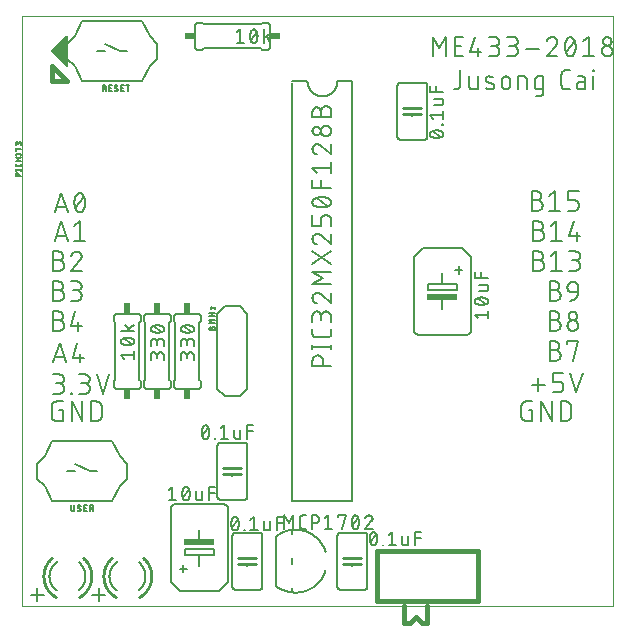
<source format=gto>
G75*
%MOIN*%
%OFA0B0*%
%FSLAX25Y25*%
%IPPOS*%
%LPD*%
%AMOC8*
5,1,8,0,0,1.08239X$1,22.5*
%
%ADD10C,0.00000*%
%ADD11C,0.00600*%
%ADD12C,0.01600*%
%ADD13C,0.01000*%
%ADD14C,0.00500*%
%ADD15R,0.10000X0.02000*%
%ADD16R,0.02400X0.03400*%
%ADD17R,0.03400X0.02400*%
%ADD18C,0.00700*%
%ADD19C,0.00800*%
D10*
X0005500Y0007548D02*
X0005500Y0204398D01*
X0202350Y0204398D01*
X0202350Y0007548D01*
X0005500Y0007548D01*
D11*
X0008300Y0011337D02*
X0012567Y0011337D01*
X0010433Y0009204D02*
X0010433Y0013470D01*
X0014500Y0017548D02*
X0014502Y0017702D01*
X0014508Y0017856D01*
X0014518Y0018010D01*
X0014532Y0018164D01*
X0014549Y0018317D01*
X0014571Y0018469D01*
X0014597Y0018621D01*
X0014626Y0018773D01*
X0014660Y0018923D01*
X0014697Y0019073D01*
X0014738Y0019221D01*
X0014783Y0019369D01*
X0014832Y0019515D01*
X0014884Y0019660D01*
X0014940Y0019803D01*
X0015000Y0019946D01*
X0015063Y0020086D01*
X0015130Y0020225D01*
X0015201Y0020362D01*
X0015275Y0020497D01*
X0015352Y0020630D01*
X0015433Y0020762D01*
X0015517Y0020891D01*
X0015605Y0021018D01*
X0015696Y0021142D01*
X0015789Y0021264D01*
X0015887Y0021384D01*
X0015987Y0021501D01*
X0016090Y0021616D01*
X0016196Y0021728D01*
X0016304Y0021837D01*
X0016416Y0021943D01*
X0016530Y0022047D01*
X0016647Y0022147D01*
X0016766Y0022245D01*
X0016888Y0022339D01*
X0017013Y0022430D01*
X0026500Y0017548D02*
X0026498Y0017396D01*
X0026492Y0017245D01*
X0026483Y0017094D01*
X0026469Y0016942D01*
X0026452Y0016792D01*
X0026431Y0016642D01*
X0026406Y0016492D01*
X0026378Y0016343D01*
X0026345Y0016195D01*
X0026309Y0016048D01*
X0026270Y0015901D01*
X0026226Y0015756D01*
X0026179Y0015612D01*
X0026128Y0015469D01*
X0026074Y0015328D01*
X0026016Y0015187D01*
X0025955Y0015049D01*
X0025890Y0014912D01*
X0025821Y0014776D01*
X0025750Y0014643D01*
X0025675Y0014511D01*
X0025596Y0014381D01*
X0025515Y0014254D01*
X0025430Y0014128D01*
X0025342Y0014004D01*
X0025251Y0013883D01*
X0025157Y0013764D01*
X0025059Y0013648D01*
X0024959Y0013534D01*
X0024857Y0013422D01*
X0024751Y0013314D01*
X0024643Y0013208D01*
X0024532Y0013104D01*
X0024418Y0013004D01*
X0024302Y0012906D01*
X0024183Y0012812D01*
X0028800Y0011337D02*
X0033067Y0011337D01*
X0030933Y0009204D02*
X0030933Y0013470D01*
X0034500Y0017548D02*
X0034502Y0017702D01*
X0034508Y0017856D01*
X0034518Y0018010D01*
X0034532Y0018164D01*
X0034549Y0018317D01*
X0034571Y0018469D01*
X0034597Y0018621D01*
X0034626Y0018773D01*
X0034660Y0018923D01*
X0034697Y0019073D01*
X0034738Y0019221D01*
X0034783Y0019369D01*
X0034832Y0019515D01*
X0034884Y0019660D01*
X0034940Y0019803D01*
X0035000Y0019946D01*
X0035063Y0020086D01*
X0035130Y0020225D01*
X0035201Y0020362D01*
X0035275Y0020497D01*
X0035352Y0020630D01*
X0035433Y0020762D01*
X0035517Y0020891D01*
X0035605Y0021018D01*
X0035696Y0021142D01*
X0035789Y0021264D01*
X0035887Y0021384D01*
X0035987Y0021501D01*
X0036090Y0021616D01*
X0036196Y0021728D01*
X0036304Y0021837D01*
X0036416Y0021943D01*
X0036530Y0022047D01*
X0036647Y0022147D01*
X0036766Y0022245D01*
X0036888Y0022339D01*
X0037013Y0022430D01*
X0046500Y0017548D02*
X0046498Y0017396D01*
X0046492Y0017245D01*
X0046483Y0017094D01*
X0046469Y0016942D01*
X0046452Y0016792D01*
X0046431Y0016642D01*
X0046406Y0016492D01*
X0046378Y0016343D01*
X0046345Y0016195D01*
X0046309Y0016048D01*
X0046270Y0015901D01*
X0046226Y0015756D01*
X0046179Y0015612D01*
X0046128Y0015469D01*
X0046074Y0015328D01*
X0046016Y0015187D01*
X0045955Y0015049D01*
X0045890Y0014912D01*
X0045821Y0014776D01*
X0045750Y0014643D01*
X0045675Y0014511D01*
X0045596Y0014381D01*
X0045515Y0014254D01*
X0045430Y0014128D01*
X0045342Y0014004D01*
X0045251Y0013883D01*
X0045157Y0013764D01*
X0045059Y0013648D01*
X0044959Y0013534D01*
X0044857Y0013422D01*
X0044751Y0013314D01*
X0044643Y0013208D01*
X0044532Y0013104D01*
X0044418Y0013004D01*
X0044302Y0012906D01*
X0044183Y0012812D01*
X0046500Y0017548D02*
X0046498Y0017700D01*
X0046492Y0017851D01*
X0046483Y0018002D01*
X0046469Y0018154D01*
X0046452Y0018304D01*
X0046431Y0018454D01*
X0046406Y0018604D01*
X0046378Y0018753D01*
X0046345Y0018901D01*
X0046309Y0019048D01*
X0046270Y0019195D01*
X0046226Y0019340D01*
X0046179Y0019484D01*
X0046128Y0019627D01*
X0046074Y0019768D01*
X0046016Y0019909D01*
X0045955Y0020047D01*
X0045890Y0020184D01*
X0045821Y0020320D01*
X0045750Y0020453D01*
X0045675Y0020585D01*
X0045596Y0020715D01*
X0045515Y0020842D01*
X0045430Y0020968D01*
X0045342Y0021092D01*
X0045251Y0021213D01*
X0045157Y0021332D01*
X0045059Y0021448D01*
X0044959Y0021562D01*
X0044857Y0021674D01*
X0044751Y0021782D01*
X0044643Y0021888D01*
X0044532Y0021992D01*
X0044418Y0022092D01*
X0044302Y0022190D01*
X0044183Y0022284D01*
X0034500Y0017548D02*
X0034502Y0017398D01*
X0034508Y0017247D01*
X0034517Y0017097D01*
X0034530Y0016948D01*
X0034547Y0016798D01*
X0034568Y0016649D01*
X0034592Y0016501D01*
X0034620Y0016353D01*
X0034652Y0016206D01*
X0034687Y0016060D01*
X0034727Y0015915D01*
X0034769Y0015771D01*
X0034816Y0015628D01*
X0034866Y0015486D01*
X0034919Y0015345D01*
X0034976Y0015206D01*
X0035036Y0015068D01*
X0035100Y0014932D01*
X0035167Y0014798D01*
X0035238Y0014665D01*
X0035312Y0014534D01*
X0035389Y0014405D01*
X0035470Y0014278D01*
X0035553Y0014153D01*
X0035640Y0014030D01*
X0035729Y0013909D01*
X0035822Y0013791D01*
X0035918Y0013675D01*
X0036016Y0013561D01*
X0036117Y0013450D01*
X0036222Y0013341D01*
X0036328Y0013236D01*
X0036438Y0013132D01*
X0036550Y0013032D01*
X0036664Y0012934D01*
X0036781Y0012840D01*
X0036900Y0012748D01*
X0026500Y0017548D02*
X0026498Y0017700D01*
X0026492Y0017851D01*
X0026483Y0018002D01*
X0026469Y0018154D01*
X0026452Y0018304D01*
X0026431Y0018454D01*
X0026406Y0018604D01*
X0026378Y0018753D01*
X0026345Y0018901D01*
X0026309Y0019048D01*
X0026270Y0019195D01*
X0026226Y0019340D01*
X0026179Y0019484D01*
X0026128Y0019627D01*
X0026074Y0019768D01*
X0026016Y0019909D01*
X0025955Y0020047D01*
X0025890Y0020184D01*
X0025821Y0020320D01*
X0025750Y0020453D01*
X0025675Y0020585D01*
X0025596Y0020715D01*
X0025515Y0020842D01*
X0025430Y0020968D01*
X0025342Y0021092D01*
X0025251Y0021213D01*
X0025157Y0021332D01*
X0025059Y0021448D01*
X0024959Y0021562D01*
X0024857Y0021674D01*
X0024751Y0021782D01*
X0024643Y0021888D01*
X0024532Y0021992D01*
X0024418Y0022092D01*
X0024302Y0022190D01*
X0024183Y0022284D01*
X0014500Y0017548D02*
X0014502Y0017398D01*
X0014508Y0017247D01*
X0014517Y0017097D01*
X0014530Y0016948D01*
X0014547Y0016798D01*
X0014568Y0016649D01*
X0014592Y0016501D01*
X0014620Y0016353D01*
X0014652Y0016206D01*
X0014687Y0016060D01*
X0014727Y0015915D01*
X0014769Y0015771D01*
X0014816Y0015628D01*
X0014866Y0015486D01*
X0014919Y0015345D01*
X0014976Y0015206D01*
X0015036Y0015068D01*
X0015100Y0014932D01*
X0015167Y0014798D01*
X0015238Y0014665D01*
X0015312Y0014534D01*
X0015389Y0014405D01*
X0015470Y0014278D01*
X0015553Y0014153D01*
X0015640Y0014030D01*
X0015729Y0013909D01*
X0015822Y0013791D01*
X0015918Y0013675D01*
X0016016Y0013561D01*
X0016117Y0013450D01*
X0016222Y0013341D01*
X0016328Y0013236D01*
X0016438Y0013132D01*
X0016550Y0013032D01*
X0016664Y0012934D01*
X0016781Y0012840D01*
X0016900Y0012748D01*
X0055000Y0015548D02*
X0058000Y0012548D01*
X0071000Y0012548D01*
X0074000Y0015548D01*
X0074000Y0040048D01*
X0073998Y0040124D01*
X0073992Y0040200D01*
X0073983Y0040275D01*
X0073969Y0040350D01*
X0073952Y0040424D01*
X0073931Y0040497D01*
X0073907Y0040569D01*
X0073878Y0040640D01*
X0073847Y0040709D01*
X0073812Y0040776D01*
X0073773Y0040841D01*
X0073731Y0040905D01*
X0073686Y0040966D01*
X0073638Y0041025D01*
X0073587Y0041081D01*
X0073533Y0041135D01*
X0073477Y0041186D01*
X0073418Y0041234D01*
X0073357Y0041279D01*
X0073293Y0041321D01*
X0073228Y0041360D01*
X0073161Y0041395D01*
X0073092Y0041426D01*
X0073021Y0041455D01*
X0072949Y0041479D01*
X0072876Y0041500D01*
X0072802Y0041517D01*
X0072727Y0041531D01*
X0072652Y0041540D01*
X0072576Y0041546D01*
X0072500Y0041548D01*
X0056500Y0041548D01*
X0056424Y0041546D01*
X0056348Y0041540D01*
X0056273Y0041531D01*
X0056198Y0041517D01*
X0056124Y0041500D01*
X0056051Y0041479D01*
X0055979Y0041455D01*
X0055908Y0041426D01*
X0055839Y0041395D01*
X0055772Y0041360D01*
X0055707Y0041321D01*
X0055643Y0041279D01*
X0055582Y0041234D01*
X0055523Y0041186D01*
X0055467Y0041135D01*
X0055413Y0041081D01*
X0055362Y0041025D01*
X0055314Y0040966D01*
X0055269Y0040905D01*
X0055227Y0040841D01*
X0055188Y0040776D01*
X0055153Y0040709D01*
X0055122Y0040640D01*
X0055093Y0040569D01*
X0055069Y0040497D01*
X0055048Y0040424D01*
X0055031Y0040350D01*
X0055017Y0040275D01*
X0055008Y0040200D01*
X0055002Y0040124D01*
X0055000Y0040048D01*
X0055000Y0015548D01*
X0059100Y0018748D02*
X0059100Y0021348D01*
X0057900Y0020048D02*
X0060400Y0020048D01*
X0064500Y0021048D02*
X0064500Y0024548D01*
X0059700Y0024548D01*
X0059700Y0026548D01*
X0069300Y0026548D01*
X0069300Y0024548D01*
X0064500Y0024548D01*
X0064500Y0029548D02*
X0064500Y0033048D01*
X0071500Y0043048D02*
X0079500Y0043048D01*
X0079560Y0043050D01*
X0079621Y0043055D01*
X0079680Y0043064D01*
X0079739Y0043077D01*
X0079798Y0043093D01*
X0079855Y0043113D01*
X0079910Y0043136D01*
X0079965Y0043163D01*
X0080017Y0043192D01*
X0080068Y0043225D01*
X0080117Y0043261D01*
X0080163Y0043299D01*
X0080207Y0043341D01*
X0080249Y0043385D01*
X0080287Y0043431D01*
X0080323Y0043480D01*
X0080356Y0043531D01*
X0080385Y0043583D01*
X0080412Y0043638D01*
X0080435Y0043693D01*
X0080455Y0043750D01*
X0080471Y0043809D01*
X0080484Y0043868D01*
X0080493Y0043927D01*
X0080498Y0043988D01*
X0080500Y0044048D01*
X0080500Y0061048D01*
X0080498Y0061108D01*
X0080493Y0061169D01*
X0080484Y0061228D01*
X0080471Y0061287D01*
X0080455Y0061346D01*
X0080435Y0061403D01*
X0080412Y0061458D01*
X0080385Y0061513D01*
X0080356Y0061565D01*
X0080323Y0061616D01*
X0080287Y0061665D01*
X0080249Y0061711D01*
X0080207Y0061755D01*
X0080163Y0061797D01*
X0080117Y0061835D01*
X0080068Y0061871D01*
X0080017Y0061904D01*
X0079965Y0061933D01*
X0079910Y0061960D01*
X0079855Y0061983D01*
X0079798Y0062003D01*
X0079739Y0062019D01*
X0079680Y0062032D01*
X0079621Y0062041D01*
X0079560Y0062046D01*
X0079500Y0062048D01*
X0071500Y0062048D01*
X0071440Y0062046D01*
X0071379Y0062041D01*
X0071320Y0062032D01*
X0071261Y0062019D01*
X0071202Y0062003D01*
X0071145Y0061983D01*
X0071090Y0061960D01*
X0071035Y0061933D01*
X0070983Y0061904D01*
X0070932Y0061871D01*
X0070883Y0061835D01*
X0070837Y0061797D01*
X0070793Y0061755D01*
X0070751Y0061711D01*
X0070713Y0061665D01*
X0070677Y0061616D01*
X0070644Y0061565D01*
X0070615Y0061513D01*
X0070588Y0061458D01*
X0070565Y0061403D01*
X0070545Y0061346D01*
X0070529Y0061287D01*
X0070516Y0061228D01*
X0070507Y0061169D01*
X0070502Y0061108D01*
X0070500Y0061048D01*
X0070500Y0044048D01*
X0070502Y0043988D01*
X0070507Y0043927D01*
X0070516Y0043868D01*
X0070529Y0043809D01*
X0070545Y0043750D01*
X0070565Y0043693D01*
X0070588Y0043638D01*
X0070615Y0043583D01*
X0070644Y0043531D01*
X0070677Y0043480D01*
X0070713Y0043431D01*
X0070751Y0043385D01*
X0070793Y0043341D01*
X0070837Y0043299D01*
X0070883Y0043261D01*
X0070932Y0043225D01*
X0070983Y0043192D01*
X0071035Y0043163D01*
X0071090Y0043136D01*
X0071145Y0043113D01*
X0071202Y0043093D01*
X0071261Y0043077D01*
X0071320Y0043064D01*
X0071379Y0043055D01*
X0071440Y0043050D01*
X0071500Y0043048D01*
X0075500Y0051048D02*
X0075500Y0051548D01*
X0075500Y0053548D02*
X0075500Y0054048D01*
X0095500Y0042548D02*
X0095500Y0182048D01*
X0095500Y0182548D02*
X0100500Y0182548D01*
X0100502Y0182408D01*
X0100508Y0182268D01*
X0100518Y0182128D01*
X0100531Y0181988D01*
X0100549Y0181849D01*
X0100571Y0181710D01*
X0100596Y0181573D01*
X0100625Y0181435D01*
X0100658Y0181299D01*
X0100695Y0181164D01*
X0100736Y0181030D01*
X0100781Y0180897D01*
X0100829Y0180765D01*
X0100881Y0180635D01*
X0100936Y0180506D01*
X0100995Y0180379D01*
X0101058Y0180253D01*
X0101124Y0180129D01*
X0101193Y0180008D01*
X0101266Y0179888D01*
X0101343Y0179770D01*
X0101422Y0179655D01*
X0101505Y0179541D01*
X0101591Y0179431D01*
X0101680Y0179322D01*
X0101772Y0179216D01*
X0101867Y0179113D01*
X0101964Y0179012D01*
X0102065Y0178915D01*
X0102168Y0178820D01*
X0102274Y0178728D01*
X0102383Y0178639D01*
X0102493Y0178553D01*
X0102607Y0178470D01*
X0102722Y0178391D01*
X0102840Y0178314D01*
X0102960Y0178241D01*
X0103081Y0178172D01*
X0103205Y0178106D01*
X0103331Y0178043D01*
X0103458Y0177984D01*
X0103587Y0177929D01*
X0103717Y0177877D01*
X0103849Y0177829D01*
X0103982Y0177784D01*
X0104116Y0177743D01*
X0104251Y0177706D01*
X0104387Y0177673D01*
X0104525Y0177644D01*
X0104662Y0177619D01*
X0104801Y0177597D01*
X0104940Y0177579D01*
X0105080Y0177566D01*
X0105220Y0177556D01*
X0105360Y0177550D01*
X0105500Y0177548D01*
X0105640Y0177550D01*
X0105780Y0177556D01*
X0105920Y0177566D01*
X0106060Y0177579D01*
X0106199Y0177597D01*
X0106338Y0177619D01*
X0106475Y0177644D01*
X0106613Y0177673D01*
X0106749Y0177706D01*
X0106884Y0177743D01*
X0107018Y0177784D01*
X0107151Y0177829D01*
X0107283Y0177877D01*
X0107413Y0177929D01*
X0107542Y0177984D01*
X0107669Y0178043D01*
X0107795Y0178106D01*
X0107919Y0178172D01*
X0108040Y0178241D01*
X0108160Y0178314D01*
X0108278Y0178391D01*
X0108393Y0178470D01*
X0108507Y0178553D01*
X0108617Y0178639D01*
X0108726Y0178728D01*
X0108832Y0178820D01*
X0108935Y0178915D01*
X0109036Y0179012D01*
X0109133Y0179113D01*
X0109228Y0179216D01*
X0109320Y0179322D01*
X0109409Y0179431D01*
X0109495Y0179541D01*
X0109578Y0179655D01*
X0109657Y0179770D01*
X0109734Y0179888D01*
X0109807Y0180008D01*
X0109876Y0180129D01*
X0109942Y0180253D01*
X0110005Y0180379D01*
X0110064Y0180506D01*
X0110119Y0180635D01*
X0110171Y0180765D01*
X0110219Y0180897D01*
X0110264Y0181030D01*
X0110305Y0181164D01*
X0110342Y0181299D01*
X0110375Y0181435D01*
X0110404Y0181573D01*
X0110429Y0181710D01*
X0110451Y0181849D01*
X0110469Y0181988D01*
X0110482Y0182128D01*
X0110492Y0182268D01*
X0110498Y0182408D01*
X0110500Y0182548D01*
X0115500Y0182548D01*
X0115500Y0042548D01*
X0095500Y0042548D01*
X0084500Y0032048D02*
X0076500Y0032048D01*
X0076440Y0032046D01*
X0076379Y0032041D01*
X0076320Y0032032D01*
X0076261Y0032019D01*
X0076202Y0032003D01*
X0076145Y0031983D01*
X0076090Y0031960D01*
X0076035Y0031933D01*
X0075983Y0031904D01*
X0075932Y0031871D01*
X0075883Y0031835D01*
X0075837Y0031797D01*
X0075793Y0031755D01*
X0075751Y0031711D01*
X0075713Y0031665D01*
X0075677Y0031616D01*
X0075644Y0031565D01*
X0075615Y0031513D01*
X0075588Y0031458D01*
X0075565Y0031403D01*
X0075545Y0031346D01*
X0075529Y0031287D01*
X0075516Y0031228D01*
X0075507Y0031169D01*
X0075502Y0031108D01*
X0075500Y0031048D01*
X0075500Y0014048D01*
X0075502Y0013988D01*
X0075507Y0013927D01*
X0075516Y0013868D01*
X0075529Y0013809D01*
X0075545Y0013750D01*
X0075565Y0013693D01*
X0075588Y0013638D01*
X0075615Y0013583D01*
X0075644Y0013531D01*
X0075677Y0013480D01*
X0075713Y0013431D01*
X0075751Y0013385D01*
X0075793Y0013341D01*
X0075837Y0013299D01*
X0075883Y0013261D01*
X0075932Y0013225D01*
X0075983Y0013192D01*
X0076035Y0013163D01*
X0076090Y0013136D01*
X0076145Y0013113D01*
X0076202Y0013093D01*
X0076261Y0013077D01*
X0076320Y0013064D01*
X0076379Y0013055D01*
X0076440Y0013050D01*
X0076500Y0013048D01*
X0084500Y0013048D01*
X0084560Y0013050D01*
X0084621Y0013055D01*
X0084680Y0013064D01*
X0084739Y0013077D01*
X0084798Y0013093D01*
X0084855Y0013113D01*
X0084910Y0013136D01*
X0084965Y0013163D01*
X0085017Y0013192D01*
X0085068Y0013225D01*
X0085117Y0013261D01*
X0085163Y0013299D01*
X0085207Y0013341D01*
X0085249Y0013385D01*
X0085287Y0013431D01*
X0085323Y0013480D01*
X0085356Y0013531D01*
X0085385Y0013583D01*
X0085412Y0013638D01*
X0085435Y0013693D01*
X0085455Y0013750D01*
X0085471Y0013809D01*
X0085484Y0013868D01*
X0085493Y0013927D01*
X0085498Y0013988D01*
X0085500Y0014048D01*
X0085500Y0031048D01*
X0085498Y0031108D01*
X0085493Y0031169D01*
X0085484Y0031228D01*
X0085471Y0031287D01*
X0085455Y0031346D01*
X0085435Y0031403D01*
X0085412Y0031458D01*
X0085385Y0031513D01*
X0085356Y0031565D01*
X0085323Y0031616D01*
X0085287Y0031665D01*
X0085249Y0031711D01*
X0085207Y0031755D01*
X0085163Y0031797D01*
X0085117Y0031835D01*
X0085068Y0031871D01*
X0085017Y0031904D01*
X0084965Y0031933D01*
X0084910Y0031960D01*
X0084855Y0031983D01*
X0084798Y0032003D01*
X0084739Y0032019D01*
X0084680Y0032032D01*
X0084621Y0032041D01*
X0084560Y0032046D01*
X0084500Y0032048D01*
X0080500Y0024048D02*
X0080500Y0023548D01*
X0080500Y0021548D02*
X0080500Y0021048D01*
X0110500Y0014048D02*
X0110500Y0031048D01*
X0110502Y0031108D01*
X0110507Y0031169D01*
X0110516Y0031228D01*
X0110529Y0031287D01*
X0110545Y0031346D01*
X0110565Y0031403D01*
X0110588Y0031458D01*
X0110615Y0031513D01*
X0110644Y0031565D01*
X0110677Y0031616D01*
X0110713Y0031665D01*
X0110751Y0031711D01*
X0110793Y0031755D01*
X0110837Y0031797D01*
X0110883Y0031835D01*
X0110932Y0031871D01*
X0110983Y0031904D01*
X0111035Y0031933D01*
X0111090Y0031960D01*
X0111145Y0031983D01*
X0111202Y0032003D01*
X0111261Y0032019D01*
X0111320Y0032032D01*
X0111379Y0032041D01*
X0111440Y0032046D01*
X0111500Y0032048D01*
X0119500Y0032048D01*
X0119560Y0032046D01*
X0119621Y0032041D01*
X0119680Y0032032D01*
X0119739Y0032019D01*
X0119798Y0032003D01*
X0119855Y0031983D01*
X0119910Y0031960D01*
X0119965Y0031933D01*
X0120017Y0031904D01*
X0120068Y0031871D01*
X0120117Y0031835D01*
X0120163Y0031797D01*
X0120207Y0031755D01*
X0120249Y0031711D01*
X0120287Y0031665D01*
X0120323Y0031616D01*
X0120356Y0031565D01*
X0120385Y0031513D01*
X0120412Y0031458D01*
X0120435Y0031403D01*
X0120455Y0031346D01*
X0120471Y0031287D01*
X0120484Y0031228D01*
X0120493Y0031169D01*
X0120498Y0031108D01*
X0120500Y0031048D01*
X0120500Y0014048D01*
X0120498Y0013988D01*
X0120493Y0013927D01*
X0120484Y0013868D01*
X0120471Y0013809D01*
X0120455Y0013750D01*
X0120435Y0013693D01*
X0120412Y0013638D01*
X0120385Y0013583D01*
X0120356Y0013531D01*
X0120323Y0013480D01*
X0120287Y0013431D01*
X0120249Y0013385D01*
X0120207Y0013341D01*
X0120163Y0013299D01*
X0120117Y0013261D01*
X0120068Y0013225D01*
X0120017Y0013192D01*
X0119965Y0013163D01*
X0119910Y0013136D01*
X0119855Y0013113D01*
X0119798Y0013093D01*
X0119739Y0013077D01*
X0119680Y0013064D01*
X0119621Y0013055D01*
X0119560Y0013050D01*
X0119500Y0013048D01*
X0111500Y0013048D01*
X0111440Y0013050D01*
X0111379Y0013055D01*
X0111320Y0013064D01*
X0111261Y0013077D01*
X0111202Y0013093D01*
X0111145Y0013113D01*
X0111090Y0013136D01*
X0111035Y0013163D01*
X0110983Y0013192D01*
X0110932Y0013225D01*
X0110883Y0013261D01*
X0110837Y0013299D01*
X0110793Y0013341D01*
X0110751Y0013385D01*
X0110713Y0013431D01*
X0110677Y0013480D01*
X0110644Y0013531D01*
X0110615Y0013583D01*
X0110588Y0013638D01*
X0110565Y0013693D01*
X0110545Y0013750D01*
X0110529Y0013809D01*
X0110516Y0013868D01*
X0110507Y0013927D01*
X0110502Y0013988D01*
X0110500Y0014048D01*
X0115500Y0021048D02*
X0115500Y0021548D01*
X0115500Y0023548D02*
X0115500Y0024048D01*
X0171800Y0070770D02*
X0171800Y0074326D01*
X0171802Y0074400D01*
X0171808Y0074475D01*
X0171818Y0074548D01*
X0171831Y0074622D01*
X0171848Y0074694D01*
X0171870Y0074765D01*
X0171894Y0074836D01*
X0171923Y0074904D01*
X0171955Y0074972D01*
X0171991Y0075037D01*
X0172029Y0075100D01*
X0172072Y0075162D01*
X0172117Y0075221D01*
X0172165Y0075277D01*
X0172216Y0075332D01*
X0172270Y0075383D01*
X0172327Y0075431D01*
X0172386Y0075476D01*
X0172448Y0075519D01*
X0172511Y0075557D01*
X0172576Y0075593D01*
X0172644Y0075625D01*
X0172712Y0075654D01*
X0172783Y0075678D01*
X0172854Y0075700D01*
X0172926Y0075717D01*
X0173000Y0075730D01*
X0173073Y0075740D01*
X0173148Y0075746D01*
X0173222Y0075748D01*
X0175356Y0075748D01*
X0175356Y0072904D02*
X0174289Y0072904D01*
X0175356Y0072904D02*
X0175356Y0069348D01*
X0173222Y0069348D01*
X0173148Y0069350D01*
X0173073Y0069356D01*
X0173000Y0069366D01*
X0172926Y0069379D01*
X0172854Y0069396D01*
X0172783Y0069418D01*
X0172712Y0069442D01*
X0172644Y0069471D01*
X0172576Y0069503D01*
X0172511Y0069539D01*
X0172448Y0069577D01*
X0172386Y0069620D01*
X0172327Y0069665D01*
X0172270Y0069713D01*
X0172216Y0069764D01*
X0172165Y0069818D01*
X0172117Y0069875D01*
X0172072Y0069934D01*
X0172029Y0069996D01*
X0171991Y0070059D01*
X0171955Y0070124D01*
X0171923Y0070192D01*
X0171894Y0070260D01*
X0171870Y0070331D01*
X0171848Y0070402D01*
X0171831Y0070474D01*
X0171818Y0070548D01*
X0171808Y0070621D01*
X0171802Y0070696D01*
X0171800Y0070770D01*
X0178364Y0069348D02*
X0178364Y0075748D01*
X0181920Y0069348D01*
X0181920Y0075748D01*
X0184929Y0075748D02*
X0186706Y0075748D01*
X0184929Y0075748D02*
X0184929Y0069348D01*
X0186706Y0069348D01*
X0186788Y0069350D01*
X0186870Y0069356D01*
X0186952Y0069365D01*
X0187033Y0069378D01*
X0187113Y0069395D01*
X0187193Y0069416D01*
X0187271Y0069440D01*
X0187348Y0069468D01*
X0187424Y0069499D01*
X0187499Y0069534D01*
X0187571Y0069573D01*
X0187642Y0069614D01*
X0187711Y0069659D01*
X0187777Y0069707D01*
X0187842Y0069758D01*
X0187904Y0069812D01*
X0187963Y0069869D01*
X0188020Y0069928D01*
X0188074Y0069990D01*
X0188125Y0070055D01*
X0188173Y0070121D01*
X0188218Y0070190D01*
X0188259Y0070261D01*
X0188298Y0070333D01*
X0188333Y0070408D01*
X0188364Y0070484D01*
X0188392Y0070561D01*
X0188416Y0070639D01*
X0188437Y0070719D01*
X0188454Y0070799D01*
X0188467Y0070880D01*
X0188476Y0070962D01*
X0188482Y0071044D01*
X0188484Y0071126D01*
X0188484Y0073970D01*
X0188482Y0074052D01*
X0188476Y0074134D01*
X0188467Y0074216D01*
X0188454Y0074297D01*
X0188437Y0074377D01*
X0188416Y0074457D01*
X0188392Y0074535D01*
X0188364Y0074612D01*
X0188333Y0074688D01*
X0188298Y0074763D01*
X0188259Y0074835D01*
X0188218Y0074906D01*
X0188173Y0074975D01*
X0188125Y0075041D01*
X0188074Y0075106D01*
X0188020Y0075168D01*
X0187963Y0075227D01*
X0187904Y0075284D01*
X0187842Y0075338D01*
X0187777Y0075389D01*
X0187711Y0075437D01*
X0187642Y0075482D01*
X0187571Y0075523D01*
X0187499Y0075562D01*
X0187424Y0075597D01*
X0187348Y0075628D01*
X0187271Y0075656D01*
X0187193Y0075680D01*
X0187113Y0075701D01*
X0187033Y0075718D01*
X0186952Y0075731D01*
X0186870Y0075740D01*
X0186788Y0075746D01*
X0186706Y0075748D01*
X0184353Y0078848D02*
X0182220Y0078848D01*
X0184353Y0078848D02*
X0184427Y0078850D01*
X0184502Y0078856D01*
X0184575Y0078866D01*
X0184649Y0078879D01*
X0184721Y0078896D01*
X0184792Y0078918D01*
X0184863Y0078942D01*
X0184931Y0078971D01*
X0184999Y0079003D01*
X0185064Y0079039D01*
X0185127Y0079077D01*
X0185189Y0079120D01*
X0185248Y0079165D01*
X0185305Y0079213D01*
X0185359Y0079264D01*
X0185410Y0079318D01*
X0185458Y0079375D01*
X0185503Y0079434D01*
X0185546Y0079496D01*
X0185584Y0079559D01*
X0185620Y0079624D01*
X0185652Y0079692D01*
X0185681Y0079760D01*
X0185705Y0079831D01*
X0185727Y0079902D01*
X0185744Y0079974D01*
X0185757Y0080048D01*
X0185767Y0080121D01*
X0185773Y0080196D01*
X0185775Y0080270D01*
X0185775Y0080981D01*
X0185773Y0081055D01*
X0185767Y0081130D01*
X0185757Y0081203D01*
X0185744Y0081277D01*
X0185727Y0081349D01*
X0185705Y0081420D01*
X0185681Y0081491D01*
X0185652Y0081559D01*
X0185620Y0081627D01*
X0185584Y0081692D01*
X0185546Y0081755D01*
X0185503Y0081817D01*
X0185458Y0081876D01*
X0185410Y0081933D01*
X0185359Y0081987D01*
X0185305Y0082038D01*
X0185248Y0082086D01*
X0185189Y0082131D01*
X0185127Y0082174D01*
X0185064Y0082212D01*
X0184999Y0082248D01*
X0184931Y0082280D01*
X0184863Y0082309D01*
X0184792Y0082333D01*
X0184721Y0082355D01*
X0184649Y0082372D01*
X0184575Y0082385D01*
X0184502Y0082395D01*
X0184427Y0082401D01*
X0184353Y0082403D01*
X0184353Y0082404D02*
X0182220Y0082404D01*
X0182220Y0085248D01*
X0185775Y0085248D01*
X0188018Y0085248D02*
X0190152Y0078848D01*
X0192285Y0085248D01*
X0188944Y0089348D02*
X0190721Y0095748D01*
X0187166Y0095748D01*
X0187166Y0095037D01*
X0183078Y0095748D02*
X0181300Y0095748D01*
X0181300Y0089348D01*
X0183078Y0089348D01*
X0183161Y0089350D01*
X0183244Y0089356D01*
X0183327Y0089366D01*
X0183410Y0089379D01*
X0183491Y0089397D01*
X0183572Y0089418D01*
X0183651Y0089443D01*
X0183729Y0089472D01*
X0183806Y0089504D01*
X0183881Y0089540D01*
X0183955Y0089579D01*
X0184026Y0089622D01*
X0184096Y0089668D01*
X0184163Y0089718D01*
X0184228Y0089770D01*
X0184290Y0089825D01*
X0184350Y0089884D01*
X0184407Y0089945D01*
X0184461Y0090008D01*
X0184512Y0090074D01*
X0184559Y0090143D01*
X0184604Y0090213D01*
X0184645Y0090286D01*
X0184682Y0090360D01*
X0184717Y0090436D01*
X0184747Y0090514D01*
X0184774Y0090592D01*
X0184797Y0090673D01*
X0184817Y0090754D01*
X0184832Y0090836D01*
X0184844Y0090918D01*
X0184852Y0091001D01*
X0184856Y0091084D01*
X0184856Y0091168D01*
X0184852Y0091251D01*
X0184844Y0091334D01*
X0184832Y0091416D01*
X0184817Y0091498D01*
X0184797Y0091579D01*
X0184774Y0091660D01*
X0184747Y0091738D01*
X0184717Y0091816D01*
X0184682Y0091892D01*
X0184645Y0091966D01*
X0184604Y0092039D01*
X0184559Y0092109D01*
X0184512Y0092178D01*
X0184461Y0092244D01*
X0184407Y0092307D01*
X0184350Y0092368D01*
X0184290Y0092427D01*
X0184228Y0092482D01*
X0184163Y0092534D01*
X0184096Y0092584D01*
X0184026Y0092630D01*
X0183955Y0092673D01*
X0183881Y0092712D01*
X0183806Y0092748D01*
X0183729Y0092780D01*
X0183651Y0092809D01*
X0183572Y0092834D01*
X0183491Y0092855D01*
X0183410Y0092873D01*
X0183327Y0092886D01*
X0183244Y0092896D01*
X0183161Y0092902D01*
X0183078Y0092904D01*
X0181300Y0092904D01*
X0183078Y0092904D02*
X0183152Y0092906D01*
X0183227Y0092912D01*
X0183300Y0092922D01*
X0183374Y0092935D01*
X0183446Y0092952D01*
X0183517Y0092974D01*
X0183588Y0092998D01*
X0183656Y0093027D01*
X0183724Y0093059D01*
X0183789Y0093095D01*
X0183852Y0093133D01*
X0183914Y0093176D01*
X0183973Y0093221D01*
X0184030Y0093269D01*
X0184084Y0093320D01*
X0184135Y0093374D01*
X0184183Y0093431D01*
X0184228Y0093490D01*
X0184271Y0093552D01*
X0184309Y0093615D01*
X0184345Y0093680D01*
X0184377Y0093748D01*
X0184406Y0093816D01*
X0184430Y0093887D01*
X0184452Y0093958D01*
X0184469Y0094030D01*
X0184482Y0094104D01*
X0184492Y0094177D01*
X0184498Y0094252D01*
X0184500Y0094326D01*
X0184498Y0094400D01*
X0184492Y0094475D01*
X0184482Y0094548D01*
X0184469Y0094622D01*
X0184452Y0094694D01*
X0184430Y0094765D01*
X0184406Y0094836D01*
X0184377Y0094904D01*
X0184345Y0094972D01*
X0184309Y0095037D01*
X0184271Y0095100D01*
X0184228Y0095162D01*
X0184183Y0095221D01*
X0184135Y0095278D01*
X0184084Y0095332D01*
X0184030Y0095383D01*
X0183973Y0095431D01*
X0183914Y0095476D01*
X0183852Y0095519D01*
X0183789Y0095557D01*
X0183724Y0095593D01*
X0183656Y0095625D01*
X0183588Y0095654D01*
X0183517Y0095678D01*
X0183446Y0095700D01*
X0183374Y0095717D01*
X0183300Y0095730D01*
X0183227Y0095740D01*
X0183152Y0095746D01*
X0183078Y0095748D01*
X0183078Y0099348D02*
X0181300Y0099348D01*
X0181300Y0105748D01*
X0183078Y0105748D01*
X0183152Y0105746D01*
X0183227Y0105740D01*
X0183300Y0105730D01*
X0183374Y0105717D01*
X0183446Y0105700D01*
X0183517Y0105678D01*
X0183588Y0105654D01*
X0183656Y0105625D01*
X0183724Y0105593D01*
X0183789Y0105557D01*
X0183852Y0105519D01*
X0183914Y0105476D01*
X0183973Y0105431D01*
X0184030Y0105383D01*
X0184084Y0105332D01*
X0184135Y0105278D01*
X0184183Y0105221D01*
X0184228Y0105162D01*
X0184271Y0105100D01*
X0184309Y0105037D01*
X0184345Y0104972D01*
X0184377Y0104904D01*
X0184406Y0104836D01*
X0184430Y0104765D01*
X0184452Y0104694D01*
X0184469Y0104622D01*
X0184482Y0104548D01*
X0184492Y0104475D01*
X0184498Y0104400D01*
X0184500Y0104326D01*
X0184498Y0104252D01*
X0184492Y0104177D01*
X0184482Y0104104D01*
X0184469Y0104030D01*
X0184452Y0103958D01*
X0184430Y0103887D01*
X0184406Y0103816D01*
X0184377Y0103748D01*
X0184345Y0103680D01*
X0184309Y0103615D01*
X0184271Y0103552D01*
X0184228Y0103490D01*
X0184183Y0103431D01*
X0184135Y0103374D01*
X0184084Y0103320D01*
X0184030Y0103269D01*
X0183973Y0103221D01*
X0183914Y0103176D01*
X0183852Y0103133D01*
X0183789Y0103095D01*
X0183724Y0103059D01*
X0183656Y0103027D01*
X0183588Y0102998D01*
X0183517Y0102974D01*
X0183446Y0102952D01*
X0183374Y0102935D01*
X0183300Y0102922D01*
X0183227Y0102912D01*
X0183152Y0102906D01*
X0183078Y0102904D01*
X0181300Y0102904D01*
X0183078Y0102904D02*
X0183161Y0102902D01*
X0183244Y0102896D01*
X0183327Y0102886D01*
X0183410Y0102873D01*
X0183491Y0102855D01*
X0183572Y0102834D01*
X0183651Y0102809D01*
X0183729Y0102780D01*
X0183806Y0102748D01*
X0183881Y0102712D01*
X0183955Y0102673D01*
X0184026Y0102630D01*
X0184096Y0102584D01*
X0184163Y0102534D01*
X0184228Y0102482D01*
X0184290Y0102427D01*
X0184350Y0102368D01*
X0184407Y0102307D01*
X0184461Y0102244D01*
X0184512Y0102178D01*
X0184559Y0102109D01*
X0184604Y0102039D01*
X0184645Y0101966D01*
X0184682Y0101892D01*
X0184717Y0101816D01*
X0184747Y0101738D01*
X0184774Y0101660D01*
X0184797Y0101579D01*
X0184817Y0101498D01*
X0184832Y0101416D01*
X0184844Y0101334D01*
X0184852Y0101251D01*
X0184856Y0101168D01*
X0184856Y0101084D01*
X0184852Y0101001D01*
X0184844Y0100918D01*
X0184832Y0100836D01*
X0184817Y0100754D01*
X0184797Y0100673D01*
X0184774Y0100592D01*
X0184747Y0100514D01*
X0184717Y0100436D01*
X0184682Y0100360D01*
X0184645Y0100286D01*
X0184604Y0100213D01*
X0184559Y0100143D01*
X0184512Y0100074D01*
X0184461Y0100008D01*
X0184407Y0099945D01*
X0184350Y0099884D01*
X0184290Y0099825D01*
X0184228Y0099770D01*
X0184163Y0099718D01*
X0184096Y0099668D01*
X0184026Y0099622D01*
X0183955Y0099579D01*
X0183881Y0099540D01*
X0183806Y0099504D01*
X0183729Y0099472D01*
X0183651Y0099443D01*
X0183572Y0099418D01*
X0183491Y0099397D01*
X0183410Y0099379D01*
X0183327Y0099366D01*
X0183244Y0099356D01*
X0183161Y0099350D01*
X0183078Y0099348D01*
X0187166Y0101126D02*
X0187168Y0101043D01*
X0187174Y0100960D01*
X0187184Y0100877D01*
X0187197Y0100794D01*
X0187215Y0100713D01*
X0187236Y0100632D01*
X0187261Y0100553D01*
X0187290Y0100475D01*
X0187322Y0100398D01*
X0187358Y0100323D01*
X0187397Y0100249D01*
X0187440Y0100178D01*
X0187486Y0100108D01*
X0187536Y0100041D01*
X0187588Y0099976D01*
X0187643Y0099914D01*
X0187702Y0099854D01*
X0187763Y0099797D01*
X0187826Y0099743D01*
X0187892Y0099692D01*
X0187961Y0099645D01*
X0188031Y0099600D01*
X0188104Y0099559D01*
X0188178Y0099522D01*
X0188254Y0099487D01*
X0188332Y0099457D01*
X0188410Y0099430D01*
X0188491Y0099407D01*
X0188572Y0099387D01*
X0188654Y0099372D01*
X0188736Y0099360D01*
X0188819Y0099352D01*
X0188902Y0099348D01*
X0188986Y0099348D01*
X0189069Y0099352D01*
X0189152Y0099360D01*
X0189234Y0099372D01*
X0189316Y0099387D01*
X0189397Y0099407D01*
X0189478Y0099430D01*
X0189556Y0099457D01*
X0189634Y0099487D01*
X0189710Y0099522D01*
X0189784Y0099559D01*
X0189857Y0099600D01*
X0189927Y0099645D01*
X0189996Y0099692D01*
X0190062Y0099743D01*
X0190125Y0099797D01*
X0190186Y0099854D01*
X0190245Y0099914D01*
X0190300Y0099976D01*
X0190352Y0100041D01*
X0190402Y0100108D01*
X0190448Y0100178D01*
X0190491Y0100249D01*
X0190530Y0100323D01*
X0190566Y0100398D01*
X0190598Y0100475D01*
X0190627Y0100553D01*
X0190652Y0100632D01*
X0190673Y0100713D01*
X0190691Y0100794D01*
X0190704Y0100877D01*
X0190714Y0100960D01*
X0190720Y0101043D01*
X0190722Y0101126D01*
X0190720Y0101209D01*
X0190714Y0101292D01*
X0190704Y0101375D01*
X0190691Y0101458D01*
X0190673Y0101539D01*
X0190652Y0101620D01*
X0190627Y0101699D01*
X0190598Y0101777D01*
X0190566Y0101854D01*
X0190530Y0101929D01*
X0190491Y0102003D01*
X0190448Y0102074D01*
X0190402Y0102144D01*
X0190352Y0102211D01*
X0190300Y0102276D01*
X0190245Y0102338D01*
X0190186Y0102398D01*
X0190125Y0102455D01*
X0190062Y0102509D01*
X0189996Y0102560D01*
X0189927Y0102607D01*
X0189857Y0102652D01*
X0189784Y0102693D01*
X0189710Y0102730D01*
X0189634Y0102765D01*
X0189556Y0102795D01*
X0189478Y0102822D01*
X0189397Y0102845D01*
X0189316Y0102865D01*
X0189234Y0102880D01*
X0189152Y0102892D01*
X0189069Y0102900D01*
X0188986Y0102904D01*
X0188902Y0102904D01*
X0188819Y0102900D01*
X0188736Y0102892D01*
X0188654Y0102880D01*
X0188572Y0102865D01*
X0188491Y0102845D01*
X0188410Y0102822D01*
X0188332Y0102795D01*
X0188254Y0102765D01*
X0188178Y0102730D01*
X0188104Y0102693D01*
X0188031Y0102652D01*
X0187961Y0102607D01*
X0187892Y0102560D01*
X0187826Y0102509D01*
X0187763Y0102455D01*
X0187702Y0102398D01*
X0187643Y0102338D01*
X0187588Y0102276D01*
X0187536Y0102211D01*
X0187486Y0102144D01*
X0187440Y0102074D01*
X0187397Y0102003D01*
X0187358Y0101929D01*
X0187322Y0101854D01*
X0187290Y0101777D01*
X0187261Y0101699D01*
X0187236Y0101620D01*
X0187215Y0101539D01*
X0187197Y0101458D01*
X0187184Y0101375D01*
X0187174Y0101292D01*
X0187168Y0101209D01*
X0187166Y0101126D01*
X0187522Y0104326D02*
X0187524Y0104252D01*
X0187530Y0104177D01*
X0187540Y0104104D01*
X0187553Y0104030D01*
X0187570Y0103958D01*
X0187592Y0103887D01*
X0187616Y0103816D01*
X0187645Y0103748D01*
X0187677Y0103680D01*
X0187713Y0103615D01*
X0187751Y0103552D01*
X0187794Y0103490D01*
X0187839Y0103431D01*
X0187887Y0103374D01*
X0187938Y0103320D01*
X0187992Y0103269D01*
X0188049Y0103221D01*
X0188108Y0103176D01*
X0188170Y0103133D01*
X0188233Y0103095D01*
X0188298Y0103059D01*
X0188366Y0103027D01*
X0188434Y0102998D01*
X0188505Y0102974D01*
X0188576Y0102952D01*
X0188648Y0102935D01*
X0188722Y0102922D01*
X0188795Y0102912D01*
X0188870Y0102906D01*
X0188944Y0102904D01*
X0189018Y0102906D01*
X0189093Y0102912D01*
X0189166Y0102922D01*
X0189240Y0102935D01*
X0189312Y0102952D01*
X0189383Y0102974D01*
X0189454Y0102998D01*
X0189522Y0103027D01*
X0189590Y0103059D01*
X0189655Y0103095D01*
X0189718Y0103133D01*
X0189780Y0103176D01*
X0189839Y0103221D01*
X0189896Y0103269D01*
X0189950Y0103320D01*
X0190001Y0103374D01*
X0190049Y0103431D01*
X0190094Y0103490D01*
X0190137Y0103552D01*
X0190175Y0103615D01*
X0190211Y0103680D01*
X0190243Y0103748D01*
X0190272Y0103816D01*
X0190296Y0103887D01*
X0190318Y0103958D01*
X0190335Y0104030D01*
X0190348Y0104104D01*
X0190358Y0104177D01*
X0190364Y0104252D01*
X0190366Y0104326D01*
X0190364Y0104400D01*
X0190358Y0104475D01*
X0190348Y0104548D01*
X0190335Y0104622D01*
X0190318Y0104694D01*
X0190296Y0104765D01*
X0190272Y0104836D01*
X0190243Y0104904D01*
X0190211Y0104972D01*
X0190175Y0105037D01*
X0190137Y0105100D01*
X0190094Y0105162D01*
X0190049Y0105221D01*
X0190001Y0105278D01*
X0189950Y0105332D01*
X0189896Y0105383D01*
X0189839Y0105431D01*
X0189780Y0105476D01*
X0189718Y0105519D01*
X0189655Y0105557D01*
X0189590Y0105593D01*
X0189522Y0105625D01*
X0189454Y0105654D01*
X0189383Y0105678D01*
X0189312Y0105700D01*
X0189240Y0105717D01*
X0189166Y0105730D01*
X0189093Y0105740D01*
X0189018Y0105746D01*
X0188944Y0105748D01*
X0188870Y0105746D01*
X0188795Y0105740D01*
X0188722Y0105730D01*
X0188648Y0105717D01*
X0188576Y0105700D01*
X0188505Y0105678D01*
X0188434Y0105654D01*
X0188366Y0105625D01*
X0188298Y0105593D01*
X0188233Y0105557D01*
X0188170Y0105519D01*
X0188108Y0105476D01*
X0188049Y0105431D01*
X0187992Y0105383D01*
X0187938Y0105332D01*
X0187887Y0105278D01*
X0187839Y0105221D01*
X0187794Y0105162D01*
X0187751Y0105100D01*
X0187713Y0105037D01*
X0187677Y0104972D01*
X0187645Y0104904D01*
X0187616Y0104836D01*
X0187592Y0104765D01*
X0187570Y0104694D01*
X0187553Y0104622D01*
X0187540Y0104548D01*
X0187530Y0104475D01*
X0187524Y0104400D01*
X0187522Y0104326D01*
X0183078Y0109348D02*
X0181300Y0109348D01*
X0181300Y0115748D01*
X0183078Y0115748D01*
X0183152Y0115746D01*
X0183227Y0115740D01*
X0183300Y0115730D01*
X0183374Y0115717D01*
X0183446Y0115700D01*
X0183517Y0115678D01*
X0183588Y0115654D01*
X0183656Y0115625D01*
X0183724Y0115593D01*
X0183789Y0115557D01*
X0183852Y0115519D01*
X0183914Y0115476D01*
X0183973Y0115431D01*
X0184030Y0115383D01*
X0184084Y0115332D01*
X0184135Y0115278D01*
X0184183Y0115221D01*
X0184228Y0115162D01*
X0184271Y0115100D01*
X0184309Y0115037D01*
X0184345Y0114972D01*
X0184377Y0114904D01*
X0184406Y0114836D01*
X0184430Y0114765D01*
X0184452Y0114694D01*
X0184469Y0114622D01*
X0184482Y0114548D01*
X0184492Y0114475D01*
X0184498Y0114400D01*
X0184500Y0114326D01*
X0184498Y0114252D01*
X0184492Y0114177D01*
X0184482Y0114104D01*
X0184469Y0114030D01*
X0184452Y0113958D01*
X0184430Y0113887D01*
X0184406Y0113816D01*
X0184377Y0113748D01*
X0184345Y0113680D01*
X0184309Y0113615D01*
X0184271Y0113552D01*
X0184228Y0113490D01*
X0184183Y0113431D01*
X0184135Y0113374D01*
X0184084Y0113320D01*
X0184030Y0113269D01*
X0183973Y0113221D01*
X0183914Y0113176D01*
X0183852Y0113133D01*
X0183789Y0113095D01*
X0183724Y0113059D01*
X0183656Y0113027D01*
X0183588Y0112998D01*
X0183517Y0112974D01*
X0183446Y0112952D01*
X0183374Y0112935D01*
X0183300Y0112922D01*
X0183227Y0112912D01*
X0183152Y0112906D01*
X0183078Y0112904D01*
X0181300Y0112904D01*
X0183078Y0112904D02*
X0183161Y0112902D01*
X0183244Y0112896D01*
X0183327Y0112886D01*
X0183410Y0112873D01*
X0183491Y0112855D01*
X0183572Y0112834D01*
X0183651Y0112809D01*
X0183729Y0112780D01*
X0183806Y0112748D01*
X0183881Y0112712D01*
X0183955Y0112673D01*
X0184026Y0112630D01*
X0184096Y0112584D01*
X0184163Y0112534D01*
X0184228Y0112482D01*
X0184290Y0112427D01*
X0184350Y0112368D01*
X0184407Y0112307D01*
X0184461Y0112244D01*
X0184512Y0112178D01*
X0184559Y0112109D01*
X0184604Y0112039D01*
X0184645Y0111966D01*
X0184682Y0111892D01*
X0184717Y0111816D01*
X0184747Y0111738D01*
X0184774Y0111660D01*
X0184797Y0111579D01*
X0184817Y0111498D01*
X0184832Y0111416D01*
X0184844Y0111334D01*
X0184852Y0111251D01*
X0184856Y0111168D01*
X0184856Y0111084D01*
X0184852Y0111001D01*
X0184844Y0110918D01*
X0184832Y0110836D01*
X0184817Y0110754D01*
X0184797Y0110673D01*
X0184774Y0110592D01*
X0184747Y0110514D01*
X0184717Y0110436D01*
X0184682Y0110360D01*
X0184645Y0110286D01*
X0184604Y0110213D01*
X0184559Y0110143D01*
X0184512Y0110074D01*
X0184461Y0110008D01*
X0184407Y0109945D01*
X0184350Y0109884D01*
X0184290Y0109825D01*
X0184228Y0109770D01*
X0184163Y0109718D01*
X0184096Y0109668D01*
X0184026Y0109622D01*
X0183955Y0109579D01*
X0183881Y0109540D01*
X0183806Y0109504D01*
X0183729Y0109472D01*
X0183651Y0109443D01*
X0183572Y0109418D01*
X0183491Y0109397D01*
X0183410Y0109379D01*
X0183327Y0109366D01*
X0183244Y0109356D01*
X0183161Y0109350D01*
X0183078Y0109348D01*
X0187166Y0113615D02*
X0187166Y0113970D01*
X0187166Y0113615D02*
X0187168Y0113541D01*
X0187174Y0113466D01*
X0187184Y0113393D01*
X0187197Y0113319D01*
X0187214Y0113247D01*
X0187236Y0113176D01*
X0187260Y0113105D01*
X0187289Y0113037D01*
X0187321Y0112969D01*
X0187357Y0112904D01*
X0187395Y0112841D01*
X0187438Y0112779D01*
X0187483Y0112720D01*
X0187531Y0112663D01*
X0187582Y0112609D01*
X0187636Y0112558D01*
X0187693Y0112510D01*
X0187752Y0112465D01*
X0187814Y0112422D01*
X0187877Y0112384D01*
X0187942Y0112348D01*
X0188010Y0112316D01*
X0188078Y0112287D01*
X0188149Y0112263D01*
X0188220Y0112241D01*
X0188292Y0112224D01*
X0188366Y0112211D01*
X0188439Y0112201D01*
X0188514Y0112195D01*
X0188588Y0112193D01*
X0188588Y0112192D02*
X0190721Y0112192D01*
X0190721Y0113970D01*
X0190722Y0113970D02*
X0190720Y0114053D01*
X0190714Y0114136D01*
X0190704Y0114219D01*
X0190691Y0114302D01*
X0190673Y0114383D01*
X0190652Y0114464D01*
X0190627Y0114543D01*
X0190598Y0114621D01*
X0190566Y0114698D01*
X0190530Y0114773D01*
X0190491Y0114847D01*
X0190448Y0114918D01*
X0190402Y0114988D01*
X0190352Y0115055D01*
X0190300Y0115120D01*
X0190245Y0115182D01*
X0190186Y0115242D01*
X0190125Y0115299D01*
X0190062Y0115353D01*
X0189996Y0115404D01*
X0189927Y0115451D01*
X0189857Y0115496D01*
X0189784Y0115537D01*
X0189710Y0115574D01*
X0189634Y0115609D01*
X0189556Y0115639D01*
X0189478Y0115666D01*
X0189397Y0115689D01*
X0189316Y0115709D01*
X0189234Y0115724D01*
X0189152Y0115736D01*
X0189069Y0115744D01*
X0188986Y0115748D01*
X0188902Y0115748D01*
X0188819Y0115744D01*
X0188736Y0115736D01*
X0188654Y0115724D01*
X0188572Y0115709D01*
X0188491Y0115689D01*
X0188410Y0115666D01*
X0188332Y0115639D01*
X0188254Y0115609D01*
X0188178Y0115574D01*
X0188104Y0115537D01*
X0188031Y0115496D01*
X0187961Y0115451D01*
X0187892Y0115404D01*
X0187826Y0115353D01*
X0187763Y0115299D01*
X0187702Y0115242D01*
X0187643Y0115182D01*
X0187588Y0115120D01*
X0187536Y0115055D01*
X0187486Y0114988D01*
X0187440Y0114918D01*
X0187397Y0114847D01*
X0187358Y0114773D01*
X0187322Y0114698D01*
X0187290Y0114621D01*
X0187261Y0114543D01*
X0187236Y0114464D01*
X0187215Y0114383D01*
X0187197Y0114302D01*
X0187184Y0114219D01*
X0187174Y0114136D01*
X0187168Y0114053D01*
X0187166Y0113970D01*
X0190721Y0112192D02*
X0190719Y0112088D01*
X0190713Y0111984D01*
X0190704Y0111881D01*
X0190691Y0111778D01*
X0190674Y0111675D01*
X0190653Y0111574D01*
X0190629Y0111473D01*
X0190600Y0111373D01*
X0190569Y0111274D01*
X0190533Y0111176D01*
X0190494Y0111080D01*
X0190452Y0110985D01*
X0190406Y0110892D01*
X0190357Y0110800D01*
X0190305Y0110710D01*
X0190249Y0110623D01*
X0190190Y0110537D01*
X0190128Y0110454D01*
X0190063Y0110373D01*
X0189995Y0110294D01*
X0189924Y0110218D01*
X0189851Y0110145D01*
X0189775Y0110074D01*
X0189696Y0110006D01*
X0189615Y0109941D01*
X0189532Y0109879D01*
X0189446Y0109820D01*
X0189359Y0109764D01*
X0189269Y0109712D01*
X0189177Y0109663D01*
X0189084Y0109617D01*
X0188989Y0109575D01*
X0188893Y0109536D01*
X0188795Y0109500D01*
X0188696Y0109469D01*
X0188596Y0109440D01*
X0188495Y0109416D01*
X0188394Y0109395D01*
X0188291Y0109378D01*
X0188188Y0109365D01*
X0188085Y0109356D01*
X0187981Y0109350D01*
X0187877Y0109348D01*
X0187820Y0119348D02*
X0189598Y0119348D01*
X0189681Y0119350D01*
X0189764Y0119356D01*
X0189847Y0119366D01*
X0189930Y0119379D01*
X0190011Y0119397D01*
X0190092Y0119418D01*
X0190171Y0119443D01*
X0190249Y0119472D01*
X0190326Y0119504D01*
X0190401Y0119540D01*
X0190475Y0119579D01*
X0190546Y0119622D01*
X0190616Y0119668D01*
X0190683Y0119718D01*
X0190748Y0119770D01*
X0190810Y0119825D01*
X0190870Y0119884D01*
X0190927Y0119945D01*
X0190981Y0120008D01*
X0191032Y0120074D01*
X0191079Y0120143D01*
X0191124Y0120213D01*
X0191165Y0120286D01*
X0191202Y0120360D01*
X0191237Y0120436D01*
X0191267Y0120514D01*
X0191294Y0120592D01*
X0191317Y0120673D01*
X0191337Y0120754D01*
X0191352Y0120836D01*
X0191364Y0120918D01*
X0191372Y0121001D01*
X0191376Y0121084D01*
X0191376Y0121168D01*
X0191372Y0121251D01*
X0191364Y0121334D01*
X0191352Y0121416D01*
X0191337Y0121498D01*
X0191317Y0121579D01*
X0191294Y0121660D01*
X0191267Y0121738D01*
X0191237Y0121816D01*
X0191202Y0121892D01*
X0191165Y0121966D01*
X0191124Y0122039D01*
X0191079Y0122109D01*
X0191032Y0122178D01*
X0190981Y0122244D01*
X0190927Y0122307D01*
X0190870Y0122368D01*
X0190810Y0122427D01*
X0190748Y0122482D01*
X0190683Y0122534D01*
X0190616Y0122584D01*
X0190546Y0122630D01*
X0190475Y0122673D01*
X0190401Y0122712D01*
X0190326Y0122748D01*
X0190249Y0122780D01*
X0190171Y0122809D01*
X0190092Y0122834D01*
X0190011Y0122855D01*
X0189930Y0122873D01*
X0189847Y0122886D01*
X0189764Y0122896D01*
X0189681Y0122902D01*
X0189598Y0122904D01*
X0189953Y0122904D02*
X0188531Y0122904D01*
X0189953Y0122904D02*
X0190027Y0122906D01*
X0190102Y0122912D01*
X0190175Y0122922D01*
X0190249Y0122935D01*
X0190321Y0122952D01*
X0190392Y0122974D01*
X0190463Y0122998D01*
X0190531Y0123027D01*
X0190599Y0123059D01*
X0190664Y0123095D01*
X0190727Y0123133D01*
X0190789Y0123176D01*
X0190848Y0123221D01*
X0190905Y0123269D01*
X0190959Y0123320D01*
X0191010Y0123374D01*
X0191058Y0123431D01*
X0191103Y0123490D01*
X0191146Y0123552D01*
X0191184Y0123615D01*
X0191220Y0123680D01*
X0191252Y0123748D01*
X0191281Y0123816D01*
X0191305Y0123887D01*
X0191327Y0123958D01*
X0191344Y0124030D01*
X0191357Y0124104D01*
X0191367Y0124177D01*
X0191373Y0124252D01*
X0191375Y0124326D01*
X0191373Y0124400D01*
X0191367Y0124475D01*
X0191357Y0124548D01*
X0191344Y0124622D01*
X0191327Y0124694D01*
X0191305Y0124765D01*
X0191281Y0124836D01*
X0191252Y0124904D01*
X0191220Y0124972D01*
X0191184Y0125037D01*
X0191146Y0125100D01*
X0191103Y0125162D01*
X0191058Y0125221D01*
X0191010Y0125278D01*
X0190959Y0125332D01*
X0190905Y0125383D01*
X0190848Y0125431D01*
X0190789Y0125476D01*
X0190727Y0125519D01*
X0190664Y0125557D01*
X0190599Y0125593D01*
X0190531Y0125625D01*
X0190463Y0125654D01*
X0190392Y0125678D01*
X0190321Y0125700D01*
X0190249Y0125717D01*
X0190175Y0125730D01*
X0190102Y0125740D01*
X0190027Y0125746D01*
X0189953Y0125748D01*
X0187820Y0125748D01*
X0190309Y0129348D02*
X0190309Y0132192D01*
X0191375Y0130770D02*
X0187820Y0130770D01*
X0189242Y0135748D01*
X0189453Y0139348D02*
X0187320Y0139348D01*
X0189453Y0139348D02*
X0189527Y0139350D01*
X0189602Y0139356D01*
X0189675Y0139366D01*
X0189749Y0139379D01*
X0189821Y0139396D01*
X0189892Y0139418D01*
X0189963Y0139442D01*
X0190031Y0139471D01*
X0190099Y0139503D01*
X0190164Y0139539D01*
X0190227Y0139577D01*
X0190289Y0139620D01*
X0190348Y0139665D01*
X0190405Y0139713D01*
X0190459Y0139764D01*
X0190510Y0139818D01*
X0190558Y0139875D01*
X0190603Y0139934D01*
X0190646Y0139996D01*
X0190684Y0140059D01*
X0190720Y0140124D01*
X0190752Y0140192D01*
X0190781Y0140260D01*
X0190805Y0140331D01*
X0190827Y0140402D01*
X0190844Y0140474D01*
X0190857Y0140548D01*
X0190867Y0140621D01*
X0190873Y0140696D01*
X0190875Y0140770D01*
X0190875Y0141481D01*
X0190873Y0141555D01*
X0190867Y0141630D01*
X0190857Y0141703D01*
X0190844Y0141777D01*
X0190827Y0141849D01*
X0190805Y0141920D01*
X0190781Y0141991D01*
X0190752Y0142059D01*
X0190720Y0142127D01*
X0190684Y0142192D01*
X0190646Y0142255D01*
X0190603Y0142317D01*
X0190558Y0142376D01*
X0190510Y0142433D01*
X0190459Y0142487D01*
X0190405Y0142538D01*
X0190348Y0142586D01*
X0190289Y0142631D01*
X0190227Y0142674D01*
X0190164Y0142712D01*
X0190099Y0142748D01*
X0190031Y0142780D01*
X0189963Y0142809D01*
X0189892Y0142833D01*
X0189821Y0142855D01*
X0189749Y0142872D01*
X0189675Y0142885D01*
X0189602Y0142895D01*
X0189527Y0142901D01*
X0189453Y0142903D01*
X0189453Y0142904D02*
X0187320Y0142904D01*
X0187320Y0145748D01*
X0190875Y0145748D01*
X0184721Y0139348D02*
X0181166Y0139348D01*
X0182944Y0139348D02*
X0182944Y0145748D01*
X0181166Y0144326D01*
X0177078Y0142904D02*
X0177152Y0142906D01*
X0177227Y0142912D01*
X0177300Y0142922D01*
X0177374Y0142935D01*
X0177446Y0142952D01*
X0177517Y0142974D01*
X0177588Y0142998D01*
X0177656Y0143027D01*
X0177724Y0143059D01*
X0177789Y0143095D01*
X0177852Y0143133D01*
X0177914Y0143176D01*
X0177973Y0143221D01*
X0178030Y0143269D01*
X0178084Y0143320D01*
X0178135Y0143374D01*
X0178183Y0143431D01*
X0178228Y0143490D01*
X0178271Y0143552D01*
X0178309Y0143615D01*
X0178345Y0143680D01*
X0178377Y0143748D01*
X0178406Y0143816D01*
X0178430Y0143887D01*
X0178452Y0143958D01*
X0178469Y0144030D01*
X0178482Y0144104D01*
X0178492Y0144177D01*
X0178498Y0144252D01*
X0178500Y0144326D01*
X0178498Y0144400D01*
X0178492Y0144475D01*
X0178482Y0144548D01*
X0178469Y0144622D01*
X0178452Y0144694D01*
X0178430Y0144765D01*
X0178406Y0144836D01*
X0178377Y0144904D01*
X0178345Y0144972D01*
X0178309Y0145037D01*
X0178271Y0145100D01*
X0178228Y0145162D01*
X0178183Y0145221D01*
X0178135Y0145278D01*
X0178084Y0145332D01*
X0178030Y0145383D01*
X0177973Y0145431D01*
X0177914Y0145476D01*
X0177852Y0145519D01*
X0177789Y0145557D01*
X0177724Y0145593D01*
X0177656Y0145625D01*
X0177588Y0145654D01*
X0177517Y0145678D01*
X0177446Y0145700D01*
X0177374Y0145717D01*
X0177300Y0145730D01*
X0177227Y0145740D01*
X0177152Y0145746D01*
X0177078Y0145748D01*
X0175300Y0145748D01*
X0175300Y0139348D01*
X0177078Y0139348D01*
X0177161Y0139350D01*
X0177244Y0139356D01*
X0177327Y0139366D01*
X0177410Y0139379D01*
X0177491Y0139397D01*
X0177572Y0139418D01*
X0177651Y0139443D01*
X0177729Y0139472D01*
X0177806Y0139504D01*
X0177881Y0139540D01*
X0177955Y0139579D01*
X0178026Y0139622D01*
X0178096Y0139668D01*
X0178163Y0139718D01*
X0178228Y0139770D01*
X0178290Y0139825D01*
X0178350Y0139884D01*
X0178407Y0139945D01*
X0178461Y0140008D01*
X0178512Y0140074D01*
X0178559Y0140143D01*
X0178604Y0140213D01*
X0178645Y0140286D01*
X0178682Y0140360D01*
X0178717Y0140436D01*
X0178747Y0140514D01*
X0178774Y0140592D01*
X0178797Y0140673D01*
X0178817Y0140754D01*
X0178832Y0140836D01*
X0178844Y0140918D01*
X0178852Y0141001D01*
X0178856Y0141084D01*
X0178856Y0141168D01*
X0178852Y0141251D01*
X0178844Y0141334D01*
X0178832Y0141416D01*
X0178817Y0141498D01*
X0178797Y0141579D01*
X0178774Y0141660D01*
X0178747Y0141738D01*
X0178717Y0141816D01*
X0178682Y0141892D01*
X0178645Y0141966D01*
X0178604Y0142039D01*
X0178559Y0142109D01*
X0178512Y0142178D01*
X0178461Y0142244D01*
X0178407Y0142307D01*
X0178350Y0142368D01*
X0178290Y0142427D01*
X0178228Y0142482D01*
X0178163Y0142534D01*
X0178096Y0142584D01*
X0178026Y0142630D01*
X0177955Y0142673D01*
X0177881Y0142712D01*
X0177806Y0142748D01*
X0177729Y0142780D01*
X0177651Y0142809D01*
X0177572Y0142834D01*
X0177491Y0142855D01*
X0177410Y0142873D01*
X0177327Y0142886D01*
X0177244Y0142896D01*
X0177161Y0142902D01*
X0177078Y0142904D01*
X0175300Y0142904D01*
X0175800Y0135748D02*
X0177578Y0135748D01*
X0177652Y0135746D01*
X0177727Y0135740D01*
X0177800Y0135730D01*
X0177874Y0135717D01*
X0177946Y0135700D01*
X0178017Y0135678D01*
X0178088Y0135654D01*
X0178156Y0135625D01*
X0178224Y0135593D01*
X0178289Y0135557D01*
X0178352Y0135519D01*
X0178414Y0135476D01*
X0178473Y0135431D01*
X0178530Y0135383D01*
X0178584Y0135332D01*
X0178635Y0135278D01*
X0178683Y0135221D01*
X0178728Y0135162D01*
X0178771Y0135100D01*
X0178809Y0135037D01*
X0178845Y0134972D01*
X0178877Y0134904D01*
X0178906Y0134836D01*
X0178930Y0134765D01*
X0178952Y0134694D01*
X0178969Y0134622D01*
X0178982Y0134548D01*
X0178992Y0134475D01*
X0178998Y0134400D01*
X0179000Y0134326D01*
X0178998Y0134252D01*
X0178992Y0134177D01*
X0178982Y0134104D01*
X0178969Y0134030D01*
X0178952Y0133958D01*
X0178930Y0133887D01*
X0178906Y0133816D01*
X0178877Y0133748D01*
X0178845Y0133680D01*
X0178809Y0133615D01*
X0178771Y0133552D01*
X0178728Y0133490D01*
X0178683Y0133431D01*
X0178635Y0133374D01*
X0178584Y0133320D01*
X0178530Y0133269D01*
X0178473Y0133221D01*
X0178414Y0133176D01*
X0178352Y0133133D01*
X0178289Y0133095D01*
X0178224Y0133059D01*
X0178156Y0133027D01*
X0178088Y0132998D01*
X0178017Y0132974D01*
X0177946Y0132952D01*
X0177874Y0132935D01*
X0177800Y0132922D01*
X0177727Y0132912D01*
X0177652Y0132906D01*
X0177578Y0132904D01*
X0175800Y0132904D01*
X0177578Y0132904D02*
X0177661Y0132902D01*
X0177744Y0132896D01*
X0177827Y0132886D01*
X0177910Y0132873D01*
X0177991Y0132855D01*
X0178072Y0132834D01*
X0178151Y0132809D01*
X0178229Y0132780D01*
X0178306Y0132748D01*
X0178381Y0132712D01*
X0178455Y0132673D01*
X0178526Y0132630D01*
X0178596Y0132584D01*
X0178663Y0132534D01*
X0178728Y0132482D01*
X0178790Y0132427D01*
X0178850Y0132368D01*
X0178907Y0132307D01*
X0178961Y0132244D01*
X0179012Y0132178D01*
X0179059Y0132109D01*
X0179104Y0132039D01*
X0179145Y0131966D01*
X0179182Y0131892D01*
X0179217Y0131816D01*
X0179247Y0131738D01*
X0179274Y0131660D01*
X0179297Y0131579D01*
X0179317Y0131498D01*
X0179332Y0131416D01*
X0179344Y0131334D01*
X0179352Y0131251D01*
X0179356Y0131168D01*
X0179356Y0131084D01*
X0179352Y0131001D01*
X0179344Y0130918D01*
X0179332Y0130836D01*
X0179317Y0130754D01*
X0179297Y0130673D01*
X0179274Y0130592D01*
X0179247Y0130514D01*
X0179217Y0130436D01*
X0179182Y0130360D01*
X0179145Y0130286D01*
X0179104Y0130213D01*
X0179059Y0130143D01*
X0179012Y0130074D01*
X0178961Y0130008D01*
X0178907Y0129945D01*
X0178850Y0129884D01*
X0178790Y0129825D01*
X0178728Y0129770D01*
X0178663Y0129718D01*
X0178596Y0129668D01*
X0178526Y0129622D01*
X0178455Y0129579D01*
X0178381Y0129540D01*
X0178306Y0129504D01*
X0178229Y0129472D01*
X0178151Y0129443D01*
X0178072Y0129418D01*
X0177991Y0129397D01*
X0177910Y0129379D01*
X0177827Y0129366D01*
X0177744Y0129356D01*
X0177661Y0129350D01*
X0177578Y0129348D01*
X0175800Y0129348D01*
X0175800Y0135748D01*
X0181666Y0134326D02*
X0183444Y0135748D01*
X0183444Y0129348D01*
X0185221Y0129348D02*
X0181666Y0129348D01*
X0183444Y0125748D02*
X0183444Y0119348D01*
X0185221Y0119348D02*
X0181666Y0119348D01*
X0177578Y0119348D02*
X0175800Y0119348D01*
X0175800Y0125748D01*
X0177578Y0125748D01*
X0177652Y0125746D01*
X0177727Y0125740D01*
X0177800Y0125730D01*
X0177874Y0125717D01*
X0177946Y0125700D01*
X0178017Y0125678D01*
X0178088Y0125654D01*
X0178156Y0125625D01*
X0178224Y0125593D01*
X0178289Y0125557D01*
X0178352Y0125519D01*
X0178414Y0125476D01*
X0178473Y0125431D01*
X0178530Y0125383D01*
X0178584Y0125332D01*
X0178635Y0125278D01*
X0178683Y0125221D01*
X0178728Y0125162D01*
X0178771Y0125100D01*
X0178809Y0125037D01*
X0178845Y0124972D01*
X0178877Y0124904D01*
X0178906Y0124836D01*
X0178930Y0124765D01*
X0178952Y0124694D01*
X0178969Y0124622D01*
X0178982Y0124548D01*
X0178992Y0124475D01*
X0178998Y0124400D01*
X0179000Y0124326D01*
X0178998Y0124252D01*
X0178992Y0124177D01*
X0178982Y0124104D01*
X0178969Y0124030D01*
X0178952Y0123958D01*
X0178930Y0123887D01*
X0178906Y0123816D01*
X0178877Y0123748D01*
X0178845Y0123680D01*
X0178809Y0123615D01*
X0178771Y0123552D01*
X0178728Y0123490D01*
X0178683Y0123431D01*
X0178635Y0123374D01*
X0178584Y0123320D01*
X0178530Y0123269D01*
X0178473Y0123221D01*
X0178414Y0123176D01*
X0178352Y0123133D01*
X0178289Y0123095D01*
X0178224Y0123059D01*
X0178156Y0123027D01*
X0178088Y0122998D01*
X0178017Y0122974D01*
X0177946Y0122952D01*
X0177874Y0122935D01*
X0177800Y0122922D01*
X0177727Y0122912D01*
X0177652Y0122906D01*
X0177578Y0122904D01*
X0175800Y0122904D01*
X0177578Y0122904D02*
X0177661Y0122902D01*
X0177744Y0122896D01*
X0177827Y0122886D01*
X0177910Y0122873D01*
X0177991Y0122855D01*
X0178072Y0122834D01*
X0178151Y0122809D01*
X0178229Y0122780D01*
X0178306Y0122748D01*
X0178381Y0122712D01*
X0178455Y0122673D01*
X0178526Y0122630D01*
X0178596Y0122584D01*
X0178663Y0122534D01*
X0178728Y0122482D01*
X0178790Y0122427D01*
X0178850Y0122368D01*
X0178907Y0122307D01*
X0178961Y0122244D01*
X0179012Y0122178D01*
X0179059Y0122109D01*
X0179104Y0122039D01*
X0179145Y0121966D01*
X0179182Y0121892D01*
X0179217Y0121816D01*
X0179247Y0121738D01*
X0179274Y0121660D01*
X0179297Y0121579D01*
X0179317Y0121498D01*
X0179332Y0121416D01*
X0179344Y0121334D01*
X0179352Y0121251D01*
X0179356Y0121168D01*
X0179356Y0121084D01*
X0179352Y0121001D01*
X0179344Y0120918D01*
X0179332Y0120836D01*
X0179317Y0120754D01*
X0179297Y0120673D01*
X0179274Y0120592D01*
X0179247Y0120514D01*
X0179217Y0120436D01*
X0179182Y0120360D01*
X0179145Y0120286D01*
X0179104Y0120213D01*
X0179059Y0120143D01*
X0179012Y0120074D01*
X0178961Y0120008D01*
X0178907Y0119945D01*
X0178850Y0119884D01*
X0178790Y0119825D01*
X0178728Y0119770D01*
X0178663Y0119718D01*
X0178596Y0119668D01*
X0178526Y0119622D01*
X0178455Y0119579D01*
X0178381Y0119540D01*
X0178306Y0119504D01*
X0178229Y0119472D01*
X0178151Y0119443D01*
X0178072Y0119418D01*
X0177991Y0119397D01*
X0177910Y0119379D01*
X0177827Y0119366D01*
X0177744Y0119356D01*
X0177661Y0119350D01*
X0177578Y0119348D01*
X0181666Y0124326D02*
X0183444Y0125748D01*
X0155000Y0124048D02*
X0155000Y0099548D01*
X0154998Y0099472D01*
X0154992Y0099396D01*
X0154983Y0099321D01*
X0154969Y0099246D01*
X0154952Y0099172D01*
X0154931Y0099099D01*
X0154907Y0099027D01*
X0154878Y0098956D01*
X0154847Y0098887D01*
X0154812Y0098820D01*
X0154773Y0098755D01*
X0154731Y0098691D01*
X0154686Y0098630D01*
X0154638Y0098571D01*
X0154587Y0098515D01*
X0154533Y0098461D01*
X0154477Y0098410D01*
X0154418Y0098362D01*
X0154357Y0098317D01*
X0154293Y0098275D01*
X0154228Y0098236D01*
X0154161Y0098201D01*
X0154092Y0098170D01*
X0154021Y0098141D01*
X0153949Y0098117D01*
X0153876Y0098096D01*
X0153802Y0098079D01*
X0153727Y0098065D01*
X0153652Y0098056D01*
X0153576Y0098050D01*
X0153500Y0098048D01*
X0137500Y0098048D01*
X0137424Y0098050D01*
X0137348Y0098056D01*
X0137273Y0098065D01*
X0137198Y0098079D01*
X0137124Y0098096D01*
X0137051Y0098117D01*
X0136979Y0098141D01*
X0136908Y0098170D01*
X0136839Y0098201D01*
X0136772Y0098236D01*
X0136707Y0098275D01*
X0136643Y0098317D01*
X0136582Y0098362D01*
X0136523Y0098410D01*
X0136467Y0098461D01*
X0136413Y0098515D01*
X0136362Y0098571D01*
X0136314Y0098630D01*
X0136269Y0098691D01*
X0136227Y0098755D01*
X0136188Y0098820D01*
X0136153Y0098887D01*
X0136122Y0098956D01*
X0136093Y0099027D01*
X0136069Y0099099D01*
X0136048Y0099172D01*
X0136031Y0099246D01*
X0136017Y0099321D01*
X0136008Y0099396D01*
X0136002Y0099472D01*
X0136000Y0099548D01*
X0136000Y0124048D01*
X0139000Y0127048D01*
X0152000Y0127048D01*
X0155000Y0124048D01*
X0150900Y0120848D02*
X0150900Y0118248D01*
X0152100Y0119548D02*
X0149600Y0119548D01*
X0145500Y0118548D02*
X0145500Y0115048D01*
X0150300Y0115048D01*
X0150300Y0113048D01*
X0140700Y0113048D01*
X0140700Y0115048D01*
X0145500Y0115048D01*
X0145500Y0110048D02*
X0145500Y0106548D01*
X0175300Y0081337D02*
X0179567Y0081337D01*
X0177433Y0079204D02*
X0177433Y0083470D01*
X0139500Y0163048D02*
X0131500Y0163048D01*
X0131440Y0163050D01*
X0131379Y0163055D01*
X0131320Y0163064D01*
X0131261Y0163077D01*
X0131202Y0163093D01*
X0131145Y0163113D01*
X0131090Y0163136D01*
X0131035Y0163163D01*
X0130983Y0163192D01*
X0130932Y0163225D01*
X0130883Y0163261D01*
X0130837Y0163299D01*
X0130793Y0163341D01*
X0130751Y0163385D01*
X0130713Y0163431D01*
X0130677Y0163480D01*
X0130644Y0163531D01*
X0130615Y0163583D01*
X0130588Y0163638D01*
X0130565Y0163693D01*
X0130545Y0163750D01*
X0130529Y0163809D01*
X0130516Y0163868D01*
X0130507Y0163927D01*
X0130502Y0163988D01*
X0130500Y0164048D01*
X0130500Y0181048D01*
X0130502Y0181108D01*
X0130507Y0181169D01*
X0130516Y0181228D01*
X0130529Y0181287D01*
X0130545Y0181346D01*
X0130565Y0181403D01*
X0130588Y0181458D01*
X0130615Y0181513D01*
X0130644Y0181565D01*
X0130677Y0181616D01*
X0130713Y0181665D01*
X0130751Y0181711D01*
X0130793Y0181755D01*
X0130837Y0181797D01*
X0130883Y0181835D01*
X0130932Y0181871D01*
X0130983Y0181904D01*
X0131035Y0181933D01*
X0131090Y0181960D01*
X0131145Y0181983D01*
X0131202Y0182003D01*
X0131261Y0182019D01*
X0131320Y0182032D01*
X0131379Y0182041D01*
X0131440Y0182046D01*
X0131500Y0182048D01*
X0139500Y0182048D01*
X0139560Y0182046D01*
X0139621Y0182041D01*
X0139680Y0182032D01*
X0139739Y0182019D01*
X0139798Y0182003D01*
X0139855Y0181983D01*
X0139910Y0181960D01*
X0139965Y0181933D01*
X0140017Y0181904D01*
X0140068Y0181871D01*
X0140117Y0181835D01*
X0140163Y0181797D01*
X0140207Y0181755D01*
X0140249Y0181711D01*
X0140287Y0181665D01*
X0140323Y0181616D01*
X0140356Y0181565D01*
X0140385Y0181513D01*
X0140412Y0181458D01*
X0140435Y0181403D01*
X0140455Y0181346D01*
X0140471Y0181287D01*
X0140484Y0181228D01*
X0140493Y0181169D01*
X0140498Y0181108D01*
X0140500Y0181048D01*
X0140500Y0164048D01*
X0140498Y0163988D01*
X0140493Y0163927D01*
X0140484Y0163868D01*
X0140471Y0163809D01*
X0140455Y0163750D01*
X0140435Y0163693D01*
X0140412Y0163638D01*
X0140385Y0163583D01*
X0140356Y0163531D01*
X0140323Y0163480D01*
X0140287Y0163431D01*
X0140249Y0163385D01*
X0140207Y0163341D01*
X0140163Y0163299D01*
X0140117Y0163261D01*
X0140068Y0163225D01*
X0140017Y0163192D01*
X0139965Y0163163D01*
X0139910Y0163136D01*
X0139855Y0163113D01*
X0139798Y0163093D01*
X0139739Y0163077D01*
X0139680Y0163064D01*
X0139621Y0163055D01*
X0139560Y0163050D01*
X0139500Y0163048D01*
X0135500Y0171048D02*
X0135500Y0171548D01*
X0135500Y0173548D02*
X0135500Y0174048D01*
X0149300Y0179848D02*
X0150011Y0179848D01*
X0150085Y0179850D01*
X0150160Y0179856D01*
X0150233Y0179866D01*
X0150307Y0179879D01*
X0150379Y0179896D01*
X0150450Y0179918D01*
X0150521Y0179942D01*
X0150589Y0179971D01*
X0150657Y0180003D01*
X0150722Y0180039D01*
X0150785Y0180077D01*
X0150847Y0180120D01*
X0150906Y0180165D01*
X0150963Y0180213D01*
X0151017Y0180264D01*
X0151068Y0180318D01*
X0151116Y0180375D01*
X0151161Y0180434D01*
X0151204Y0180496D01*
X0151242Y0180559D01*
X0151278Y0180624D01*
X0151310Y0180692D01*
X0151339Y0180760D01*
X0151363Y0180831D01*
X0151385Y0180902D01*
X0151402Y0180974D01*
X0151415Y0181048D01*
X0151425Y0181121D01*
X0151431Y0181196D01*
X0151433Y0181270D01*
X0151433Y0186248D01*
X0154366Y0184115D02*
X0154366Y0180915D01*
X0154368Y0180851D01*
X0154374Y0180786D01*
X0154383Y0180723D01*
X0154397Y0180660D01*
X0154414Y0180598D01*
X0154435Y0180537D01*
X0154460Y0180477D01*
X0154488Y0180419D01*
X0154520Y0180363D01*
X0154555Y0180309D01*
X0154593Y0180257D01*
X0154634Y0180207D01*
X0154679Y0180161D01*
X0154725Y0180116D01*
X0154775Y0180075D01*
X0154827Y0180037D01*
X0154881Y0180002D01*
X0154937Y0179970D01*
X0154995Y0179942D01*
X0155055Y0179917D01*
X0155116Y0179896D01*
X0155178Y0179879D01*
X0155241Y0179865D01*
X0155304Y0179856D01*
X0155369Y0179850D01*
X0155433Y0179848D01*
X0157210Y0179848D01*
X0157210Y0184115D01*
X0160438Y0182337D02*
X0162216Y0181626D01*
X0162215Y0181626D02*
X0162270Y0181602D01*
X0162323Y0181575D01*
X0162374Y0181544D01*
X0162423Y0181510D01*
X0162469Y0181473D01*
X0162513Y0181433D01*
X0162555Y0181391D01*
X0162593Y0181345D01*
X0162629Y0181298D01*
X0162661Y0181248D01*
X0162691Y0181196D01*
X0162716Y0181142D01*
X0162739Y0181087D01*
X0162757Y0181031D01*
X0162772Y0180973D01*
X0162784Y0180915D01*
X0162791Y0180856D01*
X0162795Y0180796D01*
X0162794Y0180737D01*
X0162790Y0180677D01*
X0162782Y0180618D01*
X0162771Y0180560D01*
X0162755Y0180503D01*
X0162736Y0180446D01*
X0162714Y0180391D01*
X0162687Y0180338D01*
X0162658Y0180286D01*
X0162625Y0180237D01*
X0162589Y0180189D01*
X0162550Y0180144D01*
X0162508Y0180102D01*
X0162464Y0180062D01*
X0162417Y0180026D01*
X0162368Y0179992D01*
X0162317Y0179962D01*
X0162264Y0179935D01*
X0162209Y0179911D01*
X0162153Y0179892D01*
X0162096Y0179875D01*
X0162037Y0179863D01*
X0161979Y0179854D01*
X0161919Y0179849D01*
X0161860Y0179848D01*
X0162394Y0183759D02*
X0162286Y0183806D01*
X0162176Y0183849D01*
X0162065Y0183890D01*
X0161953Y0183927D01*
X0161841Y0183961D01*
X0161727Y0183992D01*
X0161612Y0184019D01*
X0161496Y0184043D01*
X0161380Y0184063D01*
X0161264Y0184080D01*
X0161147Y0184094D01*
X0161029Y0184104D01*
X0160912Y0184111D01*
X0160794Y0184115D01*
X0160793Y0184115D02*
X0160734Y0184114D01*
X0160674Y0184109D01*
X0160616Y0184100D01*
X0160557Y0184088D01*
X0160500Y0184071D01*
X0160444Y0184052D01*
X0160389Y0184028D01*
X0160336Y0184001D01*
X0160285Y0183971D01*
X0160236Y0183937D01*
X0160189Y0183901D01*
X0160145Y0183861D01*
X0160103Y0183819D01*
X0160064Y0183774D01*
X0160028Y0183726D01*
X0159995Y0183677D01*
X0159966Y0183625D01*
X0159939Y0183572D01*
X0159917Y0183517D01*
X0159898Y0183460D01*
X0159882Y0183403D01*
X0159871Y0183345D01*
X0159863Y0183286D01*
X0159859Y0183226D01*
X0159858Y0183167D01*
X0159862Y0183107D01*
X0159869Y0183048D01*
X0159881Y0182990D01*
X0159896Y0182932D01*
X0159914Y0182876D01*
X0159937Y0182821D01*
X0159962Y0182767D01*
X0159992Y0182715D01*
X0160024Y0182665D01*
X0160060Y0182618D01*
X0160098Y0182572D01*
X0160140Y0182530D01*
X0160184Y0182490D01*
X0160230Y0182453D01*
X0160279Y0182419D01*
X0160330Y0182388D01*
X0160383Y0182361D01*
X0160438Y0182337D01*
X0159904Y0180203D02*
X0160049Y0180153D01*
X0160196Y0180107D01*
X0160343Y0180064D01*
X0160492Y0180025D01*
X0160642Y0179990D01*
X0160792Y0179958D01*
X0160943Y0179931D01*
X0161095Y0179907D01*
X0161247Y0179888D01*
X0161400Y0179872D01*
X0161553Y0179860D01*
X0161706Y0179852D01*
X0161860Y0179848D01*
X0165238Y0181270D02*
X0165238Y0182692D01*
X0165240Y0182766D01*
X0165246Y0182841D01*
X0165256Y0182914D01*
X0165269Y0182988D01*
X0165286Y0183060D01*
X0165308Y0183131D01*
X0165332Y0183202D01*
X0165361Y0183270D01*
X0165393Y0183338D01*
X0165429Y0183403D01*
X0165467Y0183466D01*
X0165510Y0183528D01*
X0165555Y0183587D01*
X0165603Y0183644D01*
X0165654Y0183698D01*
X0165708Y0183749D01*
X0165765Y0183797D01*
X0165824Y0183842D01*
X0165886Y0183885D01*
X0165949Y0183923D01*
X0166014Y0183959D01*
X0166082Y0183991D01*
X0166150Y0184020D01*
X0166221Y0184044D01*
X0166292Y0184066D01*
X0166364Y0184083D01*
X0166438Y0184096D01*
X0166511Y0184106D01*
X0166586Y0184112D01*
X0166660Y0184114D01*
X0166734Y0184112D01*
X0166809Y0184106D01*
X0166882Y0184096D01*
X0166956Y0184083D01*
X0167028Y0184066D01*
X0167099Y0184044D01*
X0167170Y0184020D01*
X0167238Y0183991D01*
X0167306Y0183959D01*
X0167371Y0183923D01*
X0167434Y0183885D01*
X0167496Y0183842D01*
X0167555Y0183797D01*
X0167612Y0183749D01*
X0167666Y0183698D01*
X0167717Y0183644D01*
X0167765Y0183587D01*
X0167810Y0183528D01*
X0167853Y0183466D01*
X0167891Y0183403D01*
X0167927Y0183338D01*
X0167959Y0183270D01*
X0167988Y0183202D01*
X0168012Y0183131D01*
X0168034Y0183060D01*
X0168051Y0182988D01*
X0168064Y0182914D01*
X0168074Y0182841D01*
X0168080Y0182766D01*
X0168082Y0182692D01*
X0168083Y0182692D02*
X0168083Y0181270D01*
X0168082Y0181270D02*
X0168080Y0181196D01*
X0168074Y0181121D01*
X0168064Y0181048D01*
X0168051Y0180974D01*
X0168034Y0180902D01*
X0168012Y0180831D01*
X0167988Y0180760D01*
X0167959Y0180692D01*
X0167927Y0180624D01*
X0167891Y0180559D01*
X0167853Y0180496D01*
X0167810Y0180434D01*
X0167765Y0180375D01*
X0167717Y0180318D01*
X0167666Y0180264D01*
X0167612Y0180213D01*
X0167555Y0180165D01*
X0167496Y0180120D01*
X0167434Y0180077D01*
X0167371Y0180039D01*
X0167306Y0180003D01*
X0167238Y0179971D01*
X0167170Y0179942D01*
X0167099Y0179918D01*
X0167028Y0179896D01*
X0166956Y0179879D01*
X0166882Y0179866D01*
X0166809Y0179856D01*
X0166734Y0179850D01*
X0166660Y0179848D01*
X0166586Y0179850D01*
X0166511Y0179856D01*
X0166438Y0179866D01*
X0166364Y0179879D01*
X0166292Y0179896D01*
X0166221Y0179918D01*
X0166150Y0179942D01*
X0166082Y0179971D01*
X0166014Y0180003D01*
X0165949Y0180039D01*
X0165886Y0180077D01*
X0165824Y0180120D01*
X0165765Y0180165D01*
X0165708Y0180213D01*
X0165654Y0180264D01*
X0165603Y0180318D01*
X0165555Y0180375D01*
X0165510Y0180434D01*
X0165467Y0180496D01*
X0165429Y0180559D01*
X0165393Y0180624D01*
X0165361Y0180692D01*
X0165332Y0180760D01*
X0165308Y0180831D01*
X0165286Y0180902D01*
X0165269Y0180974D01*
X0165256Y0181048D01*
X0165246Y0181121D01*
X0165240Y0181196D01*
X0165238Y0181270D01*
X0170777Y0179848D02*
X0170777Y0184115D01*
X0172555Y0184115D01*
X0172619Y0184113D01*
X0172684Y0184107D01*
X0172747Y0184098D01*
X0172810Y0184084D01*
X0172872Y0184067D01*
X0172933Y0184046D01*
X0172993Y0184021D01*
X0173051Y0183993D01*
X0173107Y0183961D01*
X0173161Y0183926D01*
X0173213Y0183888D01*
X0173263Y0183847D01*
X0173309Y0183802D01*
X0173354Y0183756D01*
X0173395Y0183706D01*
X0173433Y0183654D01*
X0173468Y0183600D01*
X0173500Y0183544D01*
X0173528Y0183486D01*
X0173553Y0183426D01*
X0173574Y0183365D01*
X0173591Y0183303D01*
X0173605Y0183240D01*
X0173614Y0183177D01*
X0173620Y0183112D01*
X0173622Y0183048D01*
X0173621Y0183048D02*
X0173621Y0179848D01*
X0176287Y0180915D02*
X0176287Y0183048D01*
X0176286Y0183048D02*
X0176288Y0183112D01*
X0176294Y0183177D01*
X0176303Y0183240D01*
X0176317Y0183303D01*
X0176334Y0183365D01*
X0176355Y0183426D01*
X0176380Y0183486D01*
X0176408Y0183544D01*
X0176440Y0183600D01*
X0176475Y0183654D01*
X0176513Y0183706D01*
X0176554Y0183756D01*
X0176599Y0183802D01*
X0176645Y0183847D01*
X0176695Y0183888D01*
X0176747Y0183926D01*
X0176801Y0183961D01*
X0176857Y0183993D01*
X0176915Y0184021D01*
X0176975Y0184046D01*
X0177036Y0184067D01*
X0177098Y0184084D01*
X0177161Y0184098D01*
X0177224Y0184107D01*
X0177289Y0184113D01*
X0177353Y0184115D01*
X0179131Y0184115D01*
X0179131Y0178781D01*
X0179129Y0178717D01*
X0179123Y0178652D01*
X0179114Y0178589D01*
X0179100Y0178526D01*
X0179083Y0178464D01*
X0179062Y0178403D01*
X0179037Y0178343D01*
X0179009Y0178285D01*
X0178977Y0178229D01*
X0178942Y0178175D01*
X0178904Y0178123D01*
X0178863Y0178073D01*
X0178818Y0178027D01*
X0178772Y0177982D01*
X0178722Y0177941D01*
X0178670Y0177903D01*
X0178616Y0177868D01*
X0178560Y0177836D01*
X0178502Y0177808D01*
X0178442Y0177783D01*
X0178381Y0177762D01*
X0178319Y0177745D01*
X0178256Y0177731D01*
X0178193Y0177722D01*
X0178128Y0177716D01*
X0178064Y0177714D01*
X0178064Y0177715D02*
X0176642Y0177715D01*
X0177353Y0179848D02*
X0179131Y0179848D01*
X0177353Y0179848D02*
X0177289Y0179850D01*
X0177224Y0179856D01*
X0177161Y0179865D01*
X0177098Y0179879D01*
X0177036Y0179896D01*
X0176975Y0179917D01*
X0176915Y0179942D01*
X0176857Y0179970D01*
X0176801Y0180002D01*
X0176747Y0180037D01*
X0176695Y0180075D01*
X0176645Y0180116D01*
X0176599Y0180161D01*
X0176554Y0180207D01*
X0176513Y0180257D01*
X0176475Y0180309D01*
X0176440Y0180363D01*
X0176408Y0180419D01*
X0176380Y0180477D01*
X0176355Y0180537D01*
X0176334Y0180598D01*
X0176317Y0180660D01*
X0176303Y0180723D01*
X0176294Y0180786D01*
X0176288Y0180851D01*
X0176286Y0180915D01*
X0185175Y0181270D02*
X0185175Y0184826D01*
X0185176Y0184826D02*
X0185178Y0184900D01*
X0185184Y0184975D01*
X0185194Y0185048D01*
X0185207Y0185122D01*
X0185224Y0185194D01*
X0185246Y0185265D01*
X0185270Y0185336D01*
X0185299Y0185404D01*
X0185331Y0185472D01*
X0185367Y0185537D01*
X0185405Y0185600D01*
X0185448Y0185662D01*
X0185493Y0185721D01*
X0185541Y0185777D01*
X0185592Y0185832D01*
X0185646Y0185883D01*
X0185703Y0185931D01*
X0185762Y0185976D01*
X0185824Y0186019D01*
X0185887Y0186057D01*
X0185952Y0186093D01*
X0186020Y0186125D01*
X0186088Y0186154D01*
X0186159Y0186178D01*
X0186230Y0186200D01*
X0186302Y0186217D01*
X0186376Y0186230D01*
X0186449Y0186240D01*
X0186524Y0186246D01*
X0186598Y0186248D01*
X0188020Y0186248D01*
X0190591Y0184115D02*
X0192013Y0184115D01*
X0192077Y0184113D01*
X0192142Y0184107D01*
X0192205Y0184098D01*
X0192268Y0184084D01*
X0192330Y0184067D01*
X0192391Y0184046D01*
X0192451Y0184021D01*
X0192509Y0183993D01*
X0192565Y0183961D01*
X0192619Y0183926D01*
X0192671Y0183888D01*
X0192721Y0183847D01*
X0192767Y0183802D01*
X0192812Y0183756D01*
X0192853Y0183706D01*
X0192891Y0183654D01*
X0192926Y0183600D01*
X0192958Y0183544D01*
X0192986Y0183486D01*
X0193011Y0183426D01*
X0193032Y0183365D01*
X0193049Y0183303D01*
X0193063Y0183240D01*
X0193072Y0183177D01*
X0193078Y0183112D01*
X0193080Y0183048D01*
X0193080Y0179848D01*
X0191480Y0179848D01*
X0191410Y0179850D01*
X0191341Y0179856D01*
X0191272Y0179866D01*
X0191203Y0179879D01*
X0191136Y0179897D01*
X0191069Y0179918D01*
X0191004Y0179943D01*
X0190940Y0179971D01*
X0190878Y0180003D01*
X0190818Y0180039D01*
X0190760Y0180077D01*
X0190704Y0180119D01*
X0190651Y0180164D01*
X0190600Y0180212D01*
X0190552Y0180263D01*
X0190507Y0180316D01*
X0190465Y0180372D01*
X0190427Y0180430D01*
X0190391Y0180490D01*
X0190359Y0180552D01*
X0190331Y0180616D01*
X0190306Y0180681D01*
X0190285Y0180748D01*
X0190267Y0180815D01*
X0190254Y0180884D01*
X0190244Y0180953D01*
X0190238Y0181022D01*
X0190236Y0181092D01*
X0190238Y0181162D01*
X0190244Y0181231D01*
X0190254Y0181300D01*
X0190267Y0181369D01*
X0190285Y0181436D01*
X0190306Y0181503D01*
X0190331Y0181568D01*
X0190359Y0181632D01*
X0190391Y0181694D01*
X0190427Y0181754D01*
X0190465Y0181812D01*
X0190507Y0181868D01*
X0190552Y0181921D01*
X0190600Y0181972D01*
X0190651Y0182020D01*
X0190704Y0182065D01*
X0190760Y0182107D01*
X0190818Y0182145D01*
X0190878Y0182181D01*
X0190940Y0182213D01*
X0191004Y0182241D01*
X0191069Y0182266D01*
X0191136Y0182287D01*
X0191203Y0182305D01*
X0191272Y0182318D01*
X0191341Y0182328D01*
X0191410Y0182334D01*
X0191480Y0182336D01*
X0191480Y0182337D02*
X0193080Y0182337D01*
X0195789Y0184115D02*
X0195789Y0179848D01*
X0195967Y0185892D02*
X0195612Y0185892D01*
X0195612Y0186248D01*
X0195967Y0186248D01*
X0195967Y0185892D01*
X0196059Y0190848D02*
X0192503Y0190848D01*
X0194281Y0190848D02*
X0194281Y0197248D01*
X0192503Y0195826D01*
X0186349Y0194048D02*
X0186351Y0193907D01*
X0186357Y0193767D01*
X0186366Y0193626D01*
X0186379Y0193486D01*
X0186396Y0193346D01*
X0186416Y0193207D01*
X0186441Y0193069D01*
X0186469Y0192931D01*
X0186500Y0192794D01*
X0186536Y0192657D01*
X0186575Y0192522D01*
X0186617Y0192388D01*
X0186663Y0192255D01*
X0186713Y0192123D01*
X0186766Y0191993D01*
X0186822Y0191864D01*
X0186882Y0191737D01*
X0186705Y0192270D02*
X0189549Y0195826D01*
X0189372Y0196359D02*
X0189347Y0196425D01*
X0189319Y0196490D01*
X0189287Y0196554D01*
X0189252Y0196615D01*
X0189213Y0196675D01*
X0189172Y0196733D01*
X0189127Y0196788D01*
X0189079Y0196840D01*
X0189029Y0196890D01*
X0188976Y0196938D01*
X0188921Y0196982D01*
X0188863Y0197023D01*
X0188803Y0197061D01*
X0188741Y0197096D01*
X0188677Y0197127D01*
X0188612Y0197155D01*
X0188545Y0197180D01*
X0188478Y0197200D01*
X0188409Y0197217D01*
X0188339Y0197231D01*
X0188269Y0197240D01*
X0188198Y0197246D01*
X0188127Y0197248D01*
X0188056Y0197246D01*
X0187985Y0197240D01*
X0187915Y0197231D01*
X0187845Y0197217D01*
X0187776Y0197200D01*
X0187709Y0197180D01*
X0187642Y0197155D01*
X0187577Y0197127D01*
X0187513Y0197096D01*
X0187451Y0197061D01*
X0187391Y0197023D01*
X0187333Y0196982D01*
X0187278Y0196938D01*
X0187225Y0196890D01*
X0187175Y0196840D01*
X0187127Y0196788D01*
X0187082Y0196733D01*
X0187041Y0196675D01*
X0187002Y0196615D01*
X0186967Y0196554D01*
X0186935Y0196490D01*
X0186907Y0196425D01*
X0186882Y0196359D01*
X0189372Y0196359D02*
X0189432Y0196232D01*
X0189488Y0196103D01*
X0189541Y0195973D01*
X0189591Y0195841D01*
X0189637Y0195708D01*
X0189679Y0195574D01*
X0189718Y0195439D01*
X0189754Y0195302D01*
X0189785Y0195165D01*
X0189813Y0195027D01*
X0189838Y0194889D01*
X0189858Y0194750D01*
X0189875Y0194610D01*
X0189888Y0194470D01*
X0189897Y0194329D01*
X0189903Y0194189D01*
X0189905Y0194048D01*
X0186349Y0194048D02*
X0186351Y0194189D01*
X0186357Y0194329D01*
X0186366Y0194470D01*
X0186379Y0194610D01*
X0186396Y0194750D01*
X0186416Y0194889D01*
X0186441Y0195027D01*
X0186469Y0195165D01*
X0186500Y0195302D01*
X0186536Y0195439D01*
X0186575Y0195574D01*
X0186617Y0195708D01*
X0186663Y0195841D01*
X0186713Y0195973D01*
X0186766Y0196103D01*
X0186822Y0196232D01*
X0186882Y0196359D01*
X0189905Y0194048D02*
X0189903Y0193907D01*
X0189897Y0193767D01*
X0189888Y0193626D01*
X0189875Y0193486D01*
X0189858Y0193346D01*
X0189838Y0193207D01*
X0189813Y0193069D01*
X0189785Y0192931D01*
X0189754Y0192794D01*
X0189718Y0192657D01*
X0189679Y0192522D01*
X0189637Y0192388D01*
X0189591Y0192255D01*
X0189541Y0192123D01*
X0189488Y0191993D01*
X0189432Y0191864D01*
X0189372Y0191737D01*
X0188127Y0190848D02*
X0188056Y0190850D01*
X0187985Y0190856D01*
X0187915Y0190865D01*
X0187845Y0190879D01*
X0187776Y0190896D01*
X0187709Y0190916D01*
X0187642Y0190941D01*
X0187577Y0190969D01*
X0187513Y0191000D01*
X0187451Y0191035D01*
X0187391Y0191073D01*
X0187333Y0191114D01*
X0187278Y0191158D01*
X0187225Y0191206D01*
X0187175Y0191256D01*
X0187127Y0191308D01*
X0187082Y0191363D01*
X0187041Y0191421D01*
X0187002Y0191481D01*
X0186967Y0191542D01*
X0186935Y0191606D01*
X0186907Y0191671D01*
X0186882Y0191737D01*
X0188127Y0190848D02*
X0188198Y0190850D01*
X0188269Y0190856D01*
X0188339Y0190865D01*
X0188409Y0190879D01*
X0188478Y0190896D01*
X0188545Y0190916D01*
X0188612Y0190941D01*
X0188677Y0190969D01*
X0188741Y0191000D01*
X0188803Y0191035D01*
X0188863Y0191073D01*
X0188920Y0191114D01*
X0188976Y0191158D01*
X0189029Y0191206D01*
X0189079Y0191256D01*
X0189127Y0191308D01*
X0189172Y0191363D01*
X0189213Y0191421D01*
X0189252Y0191481D01*
X0189287Y0191542D01*
X0189319Y0191606D01*
X0189347Y0191671D01*
X0189372Y0191737D01*
X0183751Y0190848D02*
X0180195Y0190848D01*
X0183217Y0194404D01*
X0182151Y0197248D02*
X0182062Y0197246D01*
X0181973Y0197240D01*
X0181884Y0197231D01*
X0181796Y0197217D01*
X0181709Y0197200D01*
X0181622Y0197179D01*
X0181536Y0197154D01*
X0181452Y0197126D01*
X0181369Y0197093D01*
X0181287Y0197058D01*
X0181207Y0197018D01*
X0181129Y0196976D01*
X0181052Y0196930D01*
X0180978Y0196881D01*
X0180906Y0196828D01*
X0180836Y0196773D01*
X0180769Y0196714D01*
X0180704Y0196653D01*
X0180642Y0196589D01*
X0180583Y0196522D01*
X0180527Y0196453D01*
X0180474Y0196381D01*
X0180424Y0196307D01*
X0180377Y0196231D01*
X0180334Y0196154D01*
X0180294Y0196074D01*
X0180257Y0195993D01*
X0180224Y0195910D01*
X0180195Y0195825D01*
X0183218Y0194403D02*
X0183275Y0194461D01*
X0183331Y0194522D01*
X0183383Y0194585D01*
X0183432Y0194650D01*
X0183478Y0194718D01*
X0183520Y0194788D01*
X0183560Y0194860D01*
X0183595Y0194933D01*
X0183628Y0195009D01*
X0183656Y0195085D01*
X0183681Y0195163D01*
X0183702Y0195242D01*
X0183720Y0195322D01*
X0183733Y0195403D01*
X0183743Y0195484D01*
X0183749Y0195566D01*
X0183751Y0195648D01*
X0183749Y0195727D01*
X0183743Y0195805D01*
X0183734Y0195883D01*
X0183720Y0195960D01*
X0183703Y0196037D01*
X0183682Y0196112D01*
X0183657Y0196187D01*
X0183629Y0196260D01*
X0183597Y0196332D01*
X0183562Y0196402D01*
X0183523Y0196471D01*
X0183481Y0196537D01*
X0183436Y0196601D01*
X0183388Y0196663D01*
X0183337Y0196722D01*
X0183282Y0196779D01*
X0183225Y0196834D01*
X0183166Y0196885D01*
X0183104Y0196933D01*
X0183040Y0196978D01*
X0182974Y0197020D01*
X0182905Y0197059D01*
X0182835Y0197094D01*
X0182763Y0197126D01*
X0182690Y0197154D01*
X0182615Y0197179D01*
X0182540Y0197200D01*
X0182463Y0197217D01*
X0182386Y0197231D01*
X0182308Y0197240D01*
X0182230Y0197246D01*
X0182151Y0197248D01*
X0177542Y0193337D02*
X0173275Y0193337D01*
X0169200Y0194404D02*
X0167778Y0194404D01*
X0169200Y0194404D02*
X0169274Y0194406D01*
X0169349Y0194412D01*
X0169422Y0194422D01*
X0169496Y0194435D01*
X0169568Y0194452D01*
X0169639Y0194474D01*
X0169710Y0194498D01*
X0169778Y0194527D01*
X0169846Y0194559D01*
X0169911Y0194595D01*
X0169974Y0194633D01*
X0170036Y0194676D01*
X0170095Y0194721D01*
X0170152Y0194769D01*
X0170206Y0194820D01*
X0170257Y0194874D01*
X0170305Y0194931D01*
X0170350Y0194990D01*
X0170393Y0195052D01*
X0170431Y0195115D01*
X0170467Y0195180D01*
X0170499Y0195248D01*
X0170528Y0195316D01*
X0170552Y0195387D01*
X0170574Y0195458D01*
X0170591Y0195530D01*
X0170604Y0195604D01*
X0170614Y0195677D01*
X0170620Y0195752D01*
X0170622Y0195826D01*
X0170620Y0195900D01*
X0170614Y0195975D01*
X0170604Y0196048D01*
X0170591Y0196122D01*
X0170574Y0196194D01*
X0170552Y0196265D01*
X0170528Y0196336D01*
X0170499Y0196404D01*
X0170467Y0196472D01*
X0170431Y0196537D01*
X0170393Y0196600D01*
X0170350Y0196662D01*
X0170305Y0196721D01*
X0170257Y0196778D01*
X0170206Y0196832D01*
X0170152Y0196883D01*
X0170095Y0196931D01*
X0170036Y0196976D01*
X0169974Y0197019D01*
X0169911Y0197057D01*
X0169846Y0197093D01*
X0169778Y0197125D01*
X0169710Y0197154D01*
X0169639Y0197178D01*
X0169568Y0197200D01*
X0169496Y0197217D01*
X0169422Y0197230D01*
X0169349Y0197240D01*
X0169274Y0197246D01*
X0169200Y0197248D01*
X0167067Y0197248D01*
X0163046Y0197248D02*
X0160913Y0197248D01*
X0163046Y0197248D02*
X0163120Y0197246D01*
X0163195Y0197240D01*
X0163268Y0197230D01*
X0163342Y0197217D01*
X0163414Y0197200D01*
X0163485Y0197178D01*
X0163556Y0197154D01*
X0163624Y0197125D01*
X0163692Y0197093D01*
X0163757Y0197057D01*
X0163820Y0197019D01*
X0163882Y0196976D01*
X0163941Y0196931D01*
X0163998Y0196883D01*
X0164052Y0196832D01*
X0164103Y0196778D01*
X0164151Y0196721D01*
X0164196Y0196662D01*
X0164239Y0196600D01*
X0164277Y0196537D01*
X0164313Y0196472D01*
X0164345Y0196404D01*
X0164374Y0196336D01*
X0164398Y0196265D01*
X0164420Y0196194D01*
X0164437Y0196122D01*
X0164450Y0196048D01*
X0164460Y0195975D01*
X0164466Y0195900D01*
X0164468Y0195826D01*
X0164466Y0195752D01*
X0164460Y0195677D01*
X0164450Y0195604D01*
X0164437Y0195530D01*
X0164420Y0195458D01*
X0164398Y0195387D01*
X0164374Y0195316D01*
X0164345Y0195248D01*
X0164313Y0195180D01*
X0164277Y0195115D01*
X0164239Y0195052D01*
X0164196Y0194990D01*
X0164151Y0194931D01*
X0164103Y0194874D01*
X0164052Y0194820D01*
X0163998Y0194769D01*
X0163941Y0194721D01*
X0163882Y0194676D01*
X0163820Y0194633D01*
X0163757Y0194595D01*
X0163692Y0194559D01*
X0163624Y0194527D01*
X0163556Y0194498D01*
X0163485Y0194474D01*
X0163414Y0194452D01*
X0163342Y0194435D01*
X0163268Y0194422D01*
X0163195Y0194412D01*
X0163120Y0194406D01*
X0163046Y0194404D01*
X0161624Y0194404D01*
X0162690Y0194404D02*
X0162773Y0194402D01*
X0162856Y0194396D01*
X0162939Y0194386D01*
X0163022Y0194373D01*
X0163103Y0194355D01*
X0163184Y0194334D01*
X0163263Y0194309D01*
X0163341Y0194280D01*
X0163418Y0194248D01*
X0163493Y0194212D01*
X0163567Y0194173D01*
X0163638Y0194130D01*
X0163708Y0194084D01*
X0163775Y0194034D01*
X0163840Y0193982D01*
X0163902Y0193927D01*
X0163962Y0193868D01*
X0164019Y0193807D01*
X0164073Y0193744D01*
X0164124Y0193678D01*
X0164171Y0193609D01*
X0164216Y0193539D01*
X0164257Y0193466D01*
X0164294Y0193392D01*
X0164329Y0193316D01*
X0164359Y0193238D01*
X0164386Y0193160D01*
X0164409Y0193079D01*
X0164429Y0192998D01*
X0164444Y0192916D01*
X0164456Y0192834D01*
X0164464Y0192751D01*
X0164468Y0192668D01*
X0164468Y0192584D01*
X0164464Y0192501D01*
X0164456Y0192418D01*
X0164444Y0192336D01*
X0164429Y0192254D01*
X0164409Y0192173D01*
X0164386Y0192092D01*
X0164359Y0192014D01*
X0164329Y0191936D01*
X0164294Y0191860D01*
X0164257Y0191786D01*
X0164216Y0191713D01*
X0164171Y0191643D01*
X0164124Y0191574D01*
X0164073Y0191508D01*
X0164019Y0191445D01*
X0163962Y0191384D01*
X0163902Y0191325D01*
X0163840Y0191270D01*
X0163775Y0191218D01*
X0163708Y0191168D01*
X0163638Y0191122D01*
X0163567Y0191079D01*
X0163493Y0191040D01*
X0163418Y0191004D01*
X0163341Y0190972D01*
X0163263Y0190943D01*
X0163184Y0190918D01*
X0163103Y0190897D01*
X0163022Y0190879D01*
X0162939Y0190866D01*
X0162856Y0190856D01*
X0162773Y0190850D01*
X0162690Y0190848D01*
X0160913Y0190848D01*
X0158314Y0192270D02*
X0154758Y0192270D01*
X0156181Y0197248D01*
X0152486Y0197248D02*
X0149642Y0197248D01*
X0149642Y0190848D01*
X0152486Y0190848D01*
X0151775Y0194404D02*
X0149642Y0194404D01*
X0146567Y0197248D02*
X0146567Y0190848D01*
X0144433Y0193692D02*
X0146567Y0197248D01*
X0144433Y0193692D02*
X0142300Y0197248D01*
X0142300Y0190848D01*
X0157247Y0190848D02*
X0157247Y0193692D01*
X0167067Y0190848D02*
X0168844Y0190848D01*
X0168927Y0190850D01*
X0169010Y0190856D01*
X0169093Y0190866D01*
X0169176Y0190879D01*
X0169257Y0190897D01*
X0169338Y0190918D01*
X0169417Y0190943D01*
X0169495Y0190972D01*
X0169572Y0191004D01*
X0169647Y0191040D01*
X0169721Y0191079D01*
X0169792Y0191122D01*
X0169862Y0191168D01*
X0169929Y0191218D01*
X0169994Y0191270D01*
X0170056Y0191325D01*
X0170116Y0191384D01*
X0170173Y0191445D01*
X0170227Y0191508D01*
X0170278Y0191574D01*
X0170325Y0191643D01*
X0170370Y0191713D01*
X0170411Y0191786D01*
X0170448Y0191860D01*
X0170483Y0191936D01*
X0170513Y0192014D01*
X0170540Y0192092D01*
X0170563Y0192173D01*
X0170583Y0192254D01*
X0170598Y0192336D01*
X0170610Y0192418D01*
X0170618Y0192501D01*
X0170622Y0192584D01*
X0170622Y0192668D01*
X0170618Y0192751D01*
X0170610Y0192834D01*
X0170598Y0192916D01*
X0170583Y0192998D01*
X0170563Y0193079D01*
X0170540Y0193160D01*
X0170513Y0193238D01*
X0170483Y0193316D01*
X0170448Y0193392D01*
X0170411Y0193466D01*
X0170370Y0193539D01*
X0170325Y0193609D01*
X0170278Y0193678D01*
X0170227Y0193744D01*
X0170173Y0193807D01*
X0170116Y0193868D01*
X0170056Y0193927D01*
X0169994Y0193982D01*
X0169929Y0194034D01*
X0169862Y0194084D01*
X0169792Y0194130D01*
X0169721Y0194173D01*
X0169647Y0194212D01*
X0169572Y0194248D01*
X0169495Y0194280D01*
X0169417Y0194309D01*
X0169338Y0194334D01*
X0169257Y0194355D01*
X0169176Y0194373D01*
X0169093Y0194386D01*
X0169010Y0194396D01*
X0168927Y0194402D01*
X0168844Y0194404D01*
X0185176Y0181270D02*
X0185178Y0181196D01*
X0185184Y0181121D01*
X0185194Y0181048D01*
X0185207Y0180974D01*
X0185224Y0180902D01*
X0185246Y0180831D01*
X0185270Y0180760D01*
X0185299Y0180692D01*
X0185331Y0180624D01*
X0185367Y0180559D01*
X0185405Y0180496D01*
X0185448Y0180434D01*
X0185493Y0180375D01*
X0185541Y0180318D01*
X0185592Y0180264D01*
X0185646Y0180213D01*
X0185703Y0180165D01*
X0185762Y0180120D01*
X0185824Y0180077D01*
X0185887Y0180039D01*
X0185952Y0180003D01*
X0186020Y0179971D01*
X0186088Y0179942D01*
X0186159Y0179918D01*
X0186230Y0179896D01*
X0186302Y0179879D01*
X0186376Y0179866D01*
X0186449Y0179856D01*
X0186524Y0179850D01*
X0186598Y0179848D01*
X0188020Y0179848D01*
X0198657Y0192626D02*
X0198659Y0192543D01*
X0198665Y0192460D01*
X0198675Y0192377D01*
X0198688Y0192294D01*
X0198706Y0192213D01*
X0198727Y0192132D01*
X0198752Y0192053D01*
X0198781Y0191975D01*
X0198813Y0191898D01*
X0198849Y0191823D01*
X0198888Y0191749D01*
X0198931Y0191678D01*
X0198977Y0191608D01*
X0199027Y0191541D01*
X0199079Y0191476D01*
X0199134Y0191414D01*
X0199193Y0191354D01*
X0199254Y0191297D01*
X0199317Y0191243D01*
X0199383Y0191192D01*
X0199452Y0191145D01*
X0199522Y0191100D01*
X0199595Y0191059D01*
X0199669Y0191022D01*
X0199745Y0190987D01*
X0199823Y0190957D01*
X0199901Y0190930D01*
X0199982Y0190907D01*
X0200063Y0190887D01*
X0200145Y0190872D01*
X0200227Y0190860D01*
X0200310Y0190852D01*
X0200393Y0190848D01*
X0200477Y0190848D01*
X0200560Y0190852D01*
X0200643Y0190860D01*
X0200725Y0190872D01*
X0200807Y0190887D01*
X0200888Y0190907D01*
X0200969Y0190930D01*
X0201047Y0190957D01*
X0201125Y0190987D01*
X0201201Y0191022D01*
X0201275Y0191059D01*
X0201348Y0191100D01*
X0201418Y0191145D01*
X0201487Y0191192D01*
X0201553Y0191243D01*
X0201616Y0191297D01*
X0201677Y0191354D01*
X0201736Y0191414D01*
X0201791Y0191476D01*
X0201843Y0191541D01*
X0201893Y0191608D01*
X0201939Y0191678D01*
X0201982Y0191749D01*
X0202021Y0191823D01*
X0202057Y0191898D01*
X0202089Y0191975D01*
X0202118Y0192053D01*
X0202143Y0192132D01*
X0202164Y0192213D01*
X0202182Y0192294D01*
X0202195Y0192377D01*
X0202205Y0192460D01*
X0202211Y0192543D01*
X0202213Y0192626D01*
X0202211Y0192709D01*
X0202205Y0192792D01*
X0202195Y0192875D01*
X0202182Y0192958D01*
X0202164Y0193039D01*
X0202143Y0193120D01*
X0202118Y0193199D01*
X0202089Y0193277D01*
X0202057Y0193354D01*
X0202021Y0193429D01*
X0201982Y0193503D01*
X0201939Y0193574D01*
X0201893Y0193644D01*
X0201843Y0193711D01*
X0201791Y0193776D01*
X0201736Y0193838D01*
X0201677Y0193898D01*
X0201616Y0193955D01*
X0201553Y0194009D01*
X0201487Y0194060D01*
X0201418Y0194107D01*
X0201348Y0194152D01*
X0201275Y0194193D01*
X0201201Y0194230D01*
X0201125Y0194265D01*
X0201047Y0194295D01*
X0200969Y0194322D01*
X0200888Y0194345D01*
X0200807Y0194365D01*
X0200725Y0194380D01*
X0200643Y0194392D01*
X0200560Y0194400D01*
X0200477Y0194404D01*
X0200393Y0194404D01*
X0200310Y0194400D01*
X0200227Y0194392D01*
X0200145Y0194380D01*
X0200063Y0194365D01*
X0199982Y0194345D01*
X0199901Y0194322D01*
X0199823Y0194295D01*
X0199745Y0194265D01*
X0199669Y0194230D01*
X0199595Y0194193D01*
X0199522Y0194152D01*
X0199452Y0194107D01*
X0199383Y0194060D01*
X0199317Y0194009D01*
X0199254Y0193955D01*
X0199193Y0193898D01*
X0199134Y0193838D01*
X0199079Y0193776D01*
X0199027Y0193711D01*
X0198977Y0193644D01*
X0198931Y0193574D01*
X0198888Y0193503D01*
X0198849Y0193429D01*
X0198813Y0193354D01*
X0198781Y0193277D01*
X0198752Y0193199D01*
X0198727Y0193120D01*
X0198706Y0193039D01*
X0198688Y0192958D01*
X0198675Y0192875D01*
X0198665Y0192792D01*
X0198659Y0192709D01*
X0198657Y0192626D01*
X0199013Y0195826D02*
X0199015Y0195752D01*
X0199021Y0195677D01*
X0199031Y0195604D01*
X0199044Y0195530D01*
X0199061Y0195458D01*
X0199083Y0195387D01*
X0199107Y0195316D01*
X0199136Y0195248D01*
X0199168Y0195180D01*
X0199204Y0195115D01*
X0199242Y0195052D01*
X0199285Y0194990D01*
X0199330Y0194931D01*
X0199378Y0194874D01*
X0199429Y0194820D01*
X0199483Y0194769D01*
X0199540Y0194721D01*
X0199599Y0194676D01*
X0199661Y0194633D01*
X0199724Y0194595D01*
X0199789Y0194559D01*
X0199857Y0194527D01*
X0199925Y0194498D01*
X0199996Y0194474D01*
X0200067Y0194452D01*
X0200139Y0194435D01*
X0200213Y0194422D01*
X0200286Y0194412D01*
X0200361Y0194406D01*
X0200435Y0194404D01*
X0200509Y0194406D01*
X0200584Y0194412D01*
X0200657Y0194422D01*
X0200731Y0194435D01*
X0200803Y0194452D01*
X0200874Y0194474D01*
X0200945Y0194498D01*
X0201013Y0194527D01*
X0201081Y0194559D01*
X0201146Y0194595D01*
X0201209Y0194633D01*
X0201271Y0194676D01*
X0201330Y0194721D01*
X0201387Y0194769D01*
X0201441Y0194820D01*
X0201492Y0194874D01*
X0201540Y0194931D01*
X0201585Y0194990D01*
X0201628Y0195052D01*
X0201666Y0195115D01*
X0201702Y0195180D01*
X0201734Y0195248D01*
X0201763Y0195316D01*
X0201787Y0195387D01*
X0201809Y0195458D01*
X0201826Y0195530D01*
X0201839Y0195604D01*
X0201849Y0195677D01*
X0201855Y0195752D01*
X0201857Y0195826D01*
X0201855Y0195900D01*
X0201849Y0195975D01*
X0201839Y0196048D01*
X0201826Y0196122D01*
X0201809Y0196194D01*
X0201787Y0196265D01*
X0201763Y0196336D01*
X0201734Y0196404D01*
X0201702Y0196472D01*
X0201666Y0196537D01*
X0201628Y0196600D01*
X0201585Y0196662D01*
X0201540Y0196721D01*
X0201492Y0196778D01*
X0201441Y0196832D01*
X0201387Y0196883D01*
X0201330Y0196931D01*
X0201271Y0196976D01*
X0201209Y0197019D01*
X0201146Y0197057D01*
X0201081Y0197093D01*
X0201013Y0197125D01*
X0200945Y0197154D01*
X0200874Y0197178D01*
X0200803Y0197200D01*
X0200731Y0197217D01*
X0200657Y0197230D01*
X0200584Y0197240D01*
X0200509Y0197246D01*
X0200435Y0197248D01*
X0200361Y0197246D01*
X0200286Y0197240D01*
X0200213Y0197230D01*
X0200139Y0197217D01*
X0200067Y0197200D01*
X0199996Y0197178D01*
X0199925Y0197154D01*
X0199857Y0197125D01*
X0199789Y0197093D01*
X0199724Y0197057D01*
X0199661Y0197019D01*
X0199599Y0196976D01*
X0199540Y0196931D01*
X0199483Y0196883D01*
X0199429Y0196832D01*
X0199378Y0196778D01*
X0199330Y0196721D01*
X0199285Y0196662D01*
X0199242Y0196600D01*
X0199204Y0196537D01*
X0199168Y0196472D01*
X0199136Y0196404D01*
X0199107Y0196336D01*
X0199083Y0196265D01*
X0199061Y0196194D01*
X0199044Y0196122D01*
X0199031Y0196048D01*
X0199021Y0195975D01*
X0199015Y0195900D01*
X0199013Y0195826D01*
X0088000Y0194048D02*
X0088000Y0201048D01*
X0087998Y0201108D01*
X0087993Y0201169D01*
X0087984Y0201228D01*
X0087971Y0201287D01*
X0087955Y0201346D01*
X0087935Y0201403D01*
X0087912Y0201458D01*
X0087885Y0201513D01*
X0087856Y0201565D01*
X0087823Y0201616D01*
X0087787Y0201665D01*
X0087749Y0201711D01*
X0087707Y0201755D01*
X0087663Y0201797D01*
X0087617Y0201835D01*
X0087568Y0201871D01*
X0087517Y0201904D01*
X0087465Y0201933D01*
X0087410Y0201960D01*
X0087355Y0201983D01*
X0087298Y0202003D01*
X0087239Y0202019D01*
X0087180Y0202032D01*
X0087121Y0202041D01*
X0087060Y0202046D01*
X0087000Y0202048D01*
X0085500Y0202048D01*
X0085000Y0201548D01*
X0066000Y0201548D01*
X0065500Y0202048D01*
X0064000Y0202048D01*
X0063940Y0202046D01*
X0063879Y0202041D01*
X0063820Y0202032D01*
X0063761Y0202019D01*
X0063702Y0202003D01*
X0063645Y0201983D01*
X0063590Y0201960D01*
X0063535Y0201933D01*
X0063483Y0201904D01*
X0063432Y0201871D01*
X0063383Y0201835D01*
X0063337Y0201797D01*
X0063293Y0201755D01*
X0063251Y0201711D01*
X0063213Y0201665D01*
X0063177Y0201616D01*
X0063144Y0201565D01*
X0063115Y0201513D01*
X0063088Y0201458D01*
X0063065Y0201403D01*
X0063045Y0201346D01*
X0063029Y0201287D01*
X0063016Y0201228D01*
X0063007Y0201169D01*
X0063002Y0201108D01*
X0063000Y0201048D01*
X0063000Y0194048D01*
X0063002Y0193988D01*
X0063007Y0193927D01*
X0063016Y0193868D01*
X0063029Y0193809D01*
X0063045Y0193750D01*
X0063065Y0193693D01*
X0063088Y0193638D01*
X0063115Y0193583D01*
X0063144Y0193531D01*
X0063177Y0193480D01*
X0063213Y0193431D01*
X0063251Y0193385D01*
X0063293Y0193341D01*
X0063337Y0193299D01*
X0063383Y0193261D01*
X0063432Y0193225D01*
X0063483Y0193192D01*
X0063535Y0193163D01*
X0063590Y0193136D01*
X0063645Y0193113D01*
X0063702Y0193093D01*
X0063761Y0193077D01*
X0063820Y0193064D01*
X0063879Y0193055D01*
X0063940Y0193050D01*
X0064000Y0193048D01*
X0065500Y0193048D01*
X0066000Y0193548D01*
X0085000Y0193548D01*
X0085500Y0193048D01*
X0087000Y0193048D01*
X0087060Y0193050D01*
X0087121Y0193055D01*
X0087180Y0193064D01*
X0087239Y0193077D01*
X0087298Y0193093D01*
X0087355Y0193113D01*
X0087410Y0193136D01*
X0087465Y0193163D01*
X0087517Y0193192D01*
X0087568Y0193225D01*
X0087617Y0193261D01*
X0087663Y0193299D01*
X0087707Y0193341D01*
X0087749Y0193385D01*
X0087787Y0193431D01*
X0087823Y0193480D01*
X0087856Y0193531D01*
X0087885Y0193583D01*
X0087912Y0193638D01*
X0087935Y0193693D01*
X0087955Y0193750D01*
X0087971Y0193809D01*
X0087984Y0193868D01*
X0087993Y0193927D01*
X0087998Y0193988D01*
X0088000Y0194048D01*
X0022810Y0142048D02*
X0022812Y0141907D01*
X0022818Y0141767D01*
X0022827Y0141626D01*
X0022840Y0141486D01*
X0022857Y0141346D01*
X0022877Y0141207D01*
X0022902Y0141069D01*
X0022930Y0140931D01*
X0022961Y0140794D01*
X0022997Y0140657D01*
X0023036Y0140522D01*
X0023078Y0140388D01*
X0023124Y0140255D01*
X0023174Y0140123D01*
X0023227Y0139993D01*
X0023283Y0139864D01*
X0023343Y0139737D01*
X0023165Y0140270D02*
X0026010Y0143826D01*
X0025832Y0144359D02*
X0025807Y0144425D01*
X0025779Y0144490D01*
X0025747Y0144554D01*
X0025712Y0144615D01*
X0025673Y0144675D01*
X0025632Y0144733D01*
X0025587Y0144788D01*
X0025539Y0144840D01*
X0025489Y0144890D01*
X0025436Y0144938D01*
X0025381Y0144982D01*
X0025323Y0145023D01*
X0025263Y0145061D01*
X0025201Y0145096D01*
X0025137Y0145127D01*
X0025072Y0145155D01*
X0025005Y0145180D01*
X0024938Y0145200D01*
X0024869Y0145217D01*
X0024799Y0145231D01*
X0024729Y0145240D01*
X0024658Y0145246D01*
X0024587Y0145248D01*
X0024516Y0145246D01*
X0024445Y0145240D01*
X0024375Y0145231D01*
X0024305Y0145217D01*
X0024236Y0145200D01*
X0024169Y0145180D01*
X0024102Y0145155D01*
X0024037Y0145127D01*
X0023973Y0145096D01*
X0023911Y0145061D01*
X0023851Y0145023D01*
X0023793Y0144982D01*
X0023738Y0144938D01*
X0023685Y0144890D01*
X0023635Y0144840D01*
X0023587Y0144788D01*
X0023542Y0144733D01*
X0023501Y0144675D01*
X0023462Y0144615D01*
X0023427Y0144554D01*
X0023395Y0144490D01*
X0023367Y0144425D01*
X0023342Y0144359D01*
X0025832Y0144359D02*
X0025892Y0144232D01*
X0025948Y0144103D01*
X0026001Y0143973D01*
X0026051Y0143841D01*
X0026097Y0143708D01*
X0026139Y0143574D01*
X0026178Y0143439D01*
X0026214Y0143302D01*
X0026245Y0143165D01*
X0026273Y0143027D01*
X0026298Y0142889D01*
X0026318Y0142750D01*
X0026335Y0142610D01*
X0026348Y0142470D01*
X0026357Y0142329D01*
X0026363Y0142189D01*
X0026365Y0142048D01*
X0022810Y0142048D02*
X0022812Y0142189D01*
X0022818Y0142329D01*
X0022827Y0142470D01*
X0022840Y0142610D01*
X0022857Y0142750D01*
X0022877Y0142889D01*
X0022902Y0143027D01*
X0022930Y0143165D01*
X0022961Y0143302D01*
X0022997Y0143439D01*
X0023036Y0143574D01*
X0023078Y0143708D01*
X0023124Y0143841D01*
X0023174Y0143973D01*
X0023227Y0144103D01*
X0023283Y0144232D01*
X0023343Y0144359D01*
X0026365Y0142048D02*
X0026363Y0141907D01*
X0026357Y0141767D01*
X0026348Y0141626D01*
X0026335Y0141486D01*
X0026318Y0141346D01*
X0026298Y0141207D01*
X0026273Y0141069D01*
X0026245Y0140931D01*
X0026214Y0140794D01*
X0026178Y0140657D01*
X0026139Y0140522D01*
X0026097Y0140388D01*
X0026051Y0140255D01*
X0026001Y0140123D01*
X0025948Y0139993D01*
X0025892Y0139864D01*
X0025832Y0139737D01*
X0024587Y0138848D02*
X0024516Y0138850D01*
X0024445Y0138856D01*
X0024375Y0138865D01*
X0024305Y0138879D01*
X0024236Y0138896D01*
X0024169Y0138916D01*
X0024102Y0138941D01*
X0024037Y0138969D01*
X0023973Y0139000D01*
X0023911Y0139035D01*
X0023851Y0139073D01*
X0023793Y0139114D01*
X0023738Y0139158D01*
X0023685Y0139206D01*
X0023635Y0139256D01*
X0023587Y0139308D01*
X0023542Y0139363D01*
X0023501Y0139421D01*
X0023462Y0139481D01*
X0023427Y0139542D01*
X0023395Y0139606D01*
X0023367Y0139671D01*
X0023342Y0139737D01*
X0024587Y0138848D02*
X0024658Y0138850D01*
X0024729Y0138856D01*
X0024799Y0138865D01*
X0024869Y0138879D01*
X0024938Y0138896D01*
X0025005Y0138916D01*
X0025072Y0138941D01*
X0025137Y0138969D01*
X0025201Y0139000D01*
X0025263Y0139035D01*
X0025323Y0139073D01*
X0025380Y0139114D01*
X0025436Y0139158D01*
X0025489Y0139206D01*
X0025539Y0139256D01*
X0025587Y0139308D01*
X0025632Y0139363D01*
X0025673Y0139421D01*
X0025712Y0139481D01*
X0025747Y0139542D01*
X0025779Y0139606D01*
X0025807Y0139671D01*
X0025832Y0139737D01*
X0024587Y0135748D02*
X0024587Y0129348D01*
X0022810Y0129348D02*
X0026365Y0129348D01*
X0023621Y0125748D02*
X0023700Y0125746D01*
X0023778Y0125740D01*
X0023856Y0125731D01*
X0023933Y0125717D01*
X0024010Y0125700D01*
X0024085Y0125679D01*
X0024160Y0125654D01*
X0024233Y0125626D01*
X0024305Y0125594D01*
X0024375Y0125559D01*
X0024444Y0125520D01*
X0024510Y0125478D01*
X0024574Y0125433D01*
X0024636Y0125385D01*
X0024695Y0125334D01*
X0024752Y0125279D01*
X0024807Y0125222D01*
X0024858Y0125163D01*
X0024906Y0125101D01*
X0024951Y0125037D01*
X0024993Y0124971D01*
X0025032Y0124902D01*
X0025067Y0124832D01*
X0025099Y0124760D01*
X0025127Y0124687D01*
X0025152Y0124612D01*
X0025173Y0124537D01*
X0025190Y0124460D01*
X0025204Y0124383D01*
X0025213Y0124305D01*
X0025219Y0124227D01*
X0025221Y0124148D01*
X0024688Y0122904D02*
X0021666Y0119348D01*
X0025221Y0119348D01*
X0023799Y0115748D02*
X0021666Y0115748D01*
X0023799Y0115748D02*
X0023873Y0115746D01*
X0023948Y0115740D01*
X0024021Y0115730D01*
X0024095Y0115717D01*
X0024167Y0115700D01*
X0024238Y0115678D01*
X0024309Y0115654D01*
X0024377Y0115625D01*
X0024445Y0115593D01*
X0024510Y0115557D01*
X0024573Y0115519D01*
X0024635Y0115476D01*
X0024694Y0115431D01*
X0024751Y0115383D01*
X0024805Y0115332D01*
X0024856Y0115278D01*
X0024904Y0115221D01*
X0024949Y0115162D01*
X0024992Y0115100D01*
X0025030Y0115037D01*
X0025066Y0114972D01*
X0025098Y0114904D01*
X0025127Y0114836D01*
X0025151Y0114765D01*
X0025173Y0114694D01*
X0025190Y0114622D01*
X0025203Y0114548D01*
X0025213Y0114475D01*
X0025219Y0114400D01*
X0025221Y0114326D01*
X0025219Y0114252D01*
X0025213Y0114177D01*
X0025203Y0114104D01*
X0025190Y0114030D01*
X0025173Y0113958D01*
X0025151Y0113887D01*
X0025127Y0113816D01*
X0025098Y0113748D01*
X0025066Y0113680D01*
X0025030Y0113615D01*
X0024992Y0113552D01*
X0024949Y0113490D01*
X0024904Y0113431D01*
X0024856Y0113374D01*
X0024805Y0113320D01*
X0024751Y0113269D01*
X0024694Y0113221D01*
X0024635Y0113176D01*
X0024573Y0113133D01*
X0024510Y0113095D01*
X0024445Y0113059D01*
X0024377Y0113027D01*
X0024309Y0112998D01*
X0024238Y0112974D01*
X0024167Y0112952D01*
X0024095Y0112935D01*
X0024021Y0112922D01*
X0023948Y0112912D01*
X0023873Y0112906D01*
X0023799Y0112904D01*
X0022377Y0112904D01*
X0023444Y0112904D02*
X0023527Y0112902D01*
X0023610Y0112896D01*
X0023693Y0112886D01*
X0023776Y0112873D01*
X0023857Y0112855D01*
X0023938Y0112834D01*
X0024017Y0112809D01*
X0024095Y0112780D01*
X0024172Y0112748D01*
X0024247Y0112712D01*
X0024321Y0112673D01*
X0024392Y0112630D01*
X0024462Y0112584D01*
X0024529Y0112534D01*
X0024594Y0112482D01*
X0024656Y0112427D01*
X0024716Y0112368D01*
X0024773Y0112307D01*
X0024827Y0112244D01*
X0024878Y0112178D01*
X0024925Y0112109D01*
X0024970Y0112039D01*
X0025011Y0111966D01*
X0025048Y0111892D01*
X0025083Y0111816D01*
X0025113Y0111738D01*
X0025140Y0111660D01*
X0025163Y0111579D01*
X0025183Y0111498D01*
X0025198Y0111416D01*
X0025210Y0111334D01*
X0025218Y0111251D01*
X0025222Y0111168D01*
X0025222Y0111084D01*
X0025218Y0111001D01*
X0025210Y0110918D01*
X0025198Y0110836D01*
X0025183Y0110754D01*
X0025163Y0110673D01*
X0025140Y0110592D01*
X0025113Y0110514D01*
X0025083Y0110436D01*
X0025048Y0110360D01*
X0025011Y0110286D01*
X0024970Y0110213D01*
X0024925Y0110143D01*
X0024878Y0110074D01*
X0024827Y0110008D01*
X0024773Y0109945D01*
X0024716Y0109884D01*
X0024656Y0109825D01*
X0024594Y0109770D01*
X0024529Y0109718D01*
X0024462Y0109668D01*
X0024392Y0109622D01*
X0024321Y0109579D01*
X0024247Y0109540D01*
X0024172Y0109504D01*
X0024095Y0109472D01*
X0024017Y0109443D01*
X0023938Y0109418D01*
X0023857Y0109397D01*
X0023776Y0109379D01*
X0023693Y0109366D01*
X0023610Y0109356D01*
X0023527Y0109350D01*
X0023444Y0109348D01*
X0021666Y0109348D01*
X0023088Y0105748D02*
X0021666Y0100770D01*
X0025221Y0100770D01*
X0024155Y0102192D02*
X0024155Y0099348D01*
X0023732Y0095248D02*
X0022310Y0090270D01*
X0025865Y0090270D01*
X0024798Y0091692D02*
X0024798Y0088848D01*
X0024416Y0084748D02*
X0026549Y0084748D01*
X0026623Y0084746D01*
X0026698Y0084740D01*
X0026771Y0084730D01*
X0026845Y0084717D01*
X0026917Y0084700D01*
X0026988Y0084678D01*
X0027059Y0084654D01*
X0027127Y0084625D01*
X0027195Y0084593D01*
X0027260Y0084557D01*
X0027323Y0084519D01*
X0027385Y0084476D01*
X0027444Y0084431D01*
X0027501Y0084383D01*
X0027555Y0084332D01*
X0027606Y0084278D01*
X0027654Y0084221D01*
X0027699Y0084162D01*
X0027742Y0084100D01*
X0027780Y0084037D01*
X0027816Y0083972D01*
X0027848Y0083904D01*
X0027877Y0083836D01*
X0027901Y0083765D01*
X0027923Y0083694D01*
X0027940Y0083622D01*
X0027953Y0083548D01*
X0027963Y0083475D01*
X0027969Y0083400D01*
X0027971Y0083326D01*
X0027969Y0083252D01*
X0027963Y0083177D01*
X0027953Y0083104D01*
X0027940Y0083030D01*
X0027923Y0082958D01*
X0027901Y0082887D01*
X0027877Y0082816D01*
X0027848Y0082748D01*
X0027816Y0082680D01*
X0027780Y0082615D01*
X0027742Y0082552D01*
X0027699Y0082490D01*
X0027654Y0082431D01*
X0027606Y0082374D01*
X0027555Y0082320D01*
X0027501Y0082269D01*
X0027444Y0082221D01*
X0027385Y0082176D01*
X0027323Y0082133D01*
X0027260Y0082095D01*
X0027195Y0082059D01*
X0027127Y0082027D01*
X0027059Y0081998D01*
X0026988Y0081974D01*
X0026917Y0081952D01*
X0026845Y0081935D01*
X0026771Y0081922D01*
X0026698Y0081912D01*
X0026623Y0081906D01*
X0026549Y0081904D01*
X0025127Y0081904D01*
X0026193Y0081904D02*
X0026276Y0081902D01*
X0026359Y0081896D01*
X0026442Y0081886D01*
X0026525Y0081873D01*
X0026606Y0081855D01*
X0026687Y0081834D01*
X0026766Y0081809D01*
X0026844Y0081780D01*
X0026921Y0081748D01*
X0026996Y0081712D01*
X0027070Y0081673D01*
X0027141Y0081630D01*
X0027211Y0081584D01*
X0027278Y0081534D01*
X0027343Y0081482D01*
X0027405Y0081427D01*
X0027465Y0081368D01*
X0027522Y0081307D01*
X0027576Y0081244D01*
X0027627Y0081178D01*
X0027674Y0081109D01*
X0027719Y0081039D01*
X0027760Y0080966D01*
X0027797Y0080892D01*
X0027832Y0080816D01*
X0027862Y0080738D01*
X0027889Y0080660D01*
X0027912Y0080579D01*
X0027932Y0080498D01*
X0027947Y0080416D01*
X0027959Y0080334D01*
X0027967Y0080251D01*
X0027971Y0080168D01*
X0027971Y0080084D01*
X0027967Y0080001D01*
X0027959Y0079918D01*
X0027947Y0079836D01*
X0027932Y0079754D01*
X0027912Y0079673D01*
X0027889Y0079592D01*
X0027862Y0079514D01*
X0027832Y0079436D01*
X0027797Y0079360D01*
X0027760Y0079286D01*
X0027719Y0079213D01*
X0027674Y0079143D01*
X0027627Y0079074D01*
X0027576Y0079008D01*
X0027522Y0078945D01*
X0027465Y0078884D01*
X0027405Y0078825D01*
X0027343Y0078770D01*
X0027278Y0078718D01*
X0027211Y0078668D01*
X0027141Y0078622D01*
X0027070Y0078579D01*
X0026996Y0078540D01*
X0026921Y0078504D01*
X0026844Y0078472D01*
X0026766Y0078443D01*
X0026687Y0078418D01*
X0026606Y0078397D01*
X0026525Y0078379D01*
X0026442Y0078366D01*
X0026359Y0078356D01*
X0026276Y0078350D01*
X0026193Y0078348D01*
X0024416Y0078348D01*
X0022063Y0078348D02*
X0021708Y0078348D01*
X0021708Y0078704D01*
X0022063Y0078704D01*
X0022063Y0078348D01*
X0021864Y0075748D02*
X0025420Y0069348D01*
X0025420Y0075748D01*
X0028429Y0075748D02*
X0030206Y0075748D01*
X0028429Y0075748D02*
X0028429Y0069348D01*
X0030206Y0069348D01*
X0030288Y0069350D01*
X0030370Y0069356D01*
X0030452Y0069365D01*
X0030533Y0069378D01*
X0030613Y0069395D01*
X0030693Y0069416D01*
X0030771Y0069440D01*
X0030848Y0069468D01*
X0030924Y0069499D01*
X0030999Y0069534D01*
X0031071Y0069573D01*
X0031142Y0069614D01*
X0031211Y0069659D01*
X0031277Y0069707D01*
X0031342Y0069758D01*
X0031404Y0069812D01*
X0031463Y0069869D01*
X0031520Y0069928D01*
X0031574Y0069990D01*
X0031625Y0070055D01*
X0031673Y0070121D01*
X0031718Y0070190D01*
X0031759Y0070261D01*
X0031798Y0070333D01*
X0031833Y0070408D01*
X0031864Y0070484D01*
X0031892Y0070561D01*
X0031916Y0070639D01*
X0031937Y0070719D01*
X0031954Y0070799D01*
X0031967Y0070880D01*
X0031976Y0070962D01*
X0031982Y0071044D01*
X0031984Y0071126D01*
X0031984Y0073970D01*
X0031982Y0074052D01*
X0031976Y0074134D01*
X0031967Y0074216D01*
X0031954Y0074297D01*
X0031937Y0074377D01*
X0031916Y0074457D01*
X0031892Y0074535D01*
X0031864Y0074612D01*
X0031833Y0074688D01*
X0031798Y0074763D01*
X0031759Y0074835D01*
X0031718Y0074906D01*
X0031673Y0074975D01*
X0031625Y0075041D01*
X0031574Y0075106D01*
X0031520Y0075168D01*
X0031463Y0075227D01*
X0031404Y0075284D01*
X0031342Y0075338D01*
X0031277Y0075389D01*
X0031211Y0075437D01*
X0031142Y0075482D01*
X0031071Y0075523D01*
X0030999Y0075562D01*
X0030924Y0075597D01*
X0030848Y0075628D01*
X0030771Y0075656D01*
X0030693Y0075680D01*
X0030613Y0075701D01*
X0030533Y0075718D01*
X0030452Y0075731D01*
X0030370Y0075740D01*
X0030288Y0075746D01*
X0030206Y0075748D01*
X0032347Y0078348D02*
X0034481Y0084748D01*
X0036500Y0083048D02*
X0036500Y0102048D01*
X0036000Y0102548D01*
X0036000Y0104048D01*
X0036002Y0104108D01*
X0036007Y0104169D01*
X0036016Y0104228D01*
X0036029Y0104287D01*
X0036045Y0104346D01*
X0036065Y0104403D01*
X0036088Y0104458D01*
X0036115Y0104513D01*
X0036144Y0104565D01*
X0036177Y0104616D01*
X0036213Y0104665D01*
X0036251Y0104711D01*
X0036293Y0104755D01*
X0036337Y0104797D01*
X0036383Y0104835D01*
X0036432Y0104871D01*
X0036483Y0104904D01*
X0036535Y0104933D01*
X0036590Y0104960D01*
X0036645Y0104983D01*
X0036702Y0105003D01*
X0036761Y0105019D01*
X0036820Y0105032D01*
X0036879Y0105041D01*
X0036940Y0105046D01*
X0037000Y0105048D01*
X0044000Y0105048D01*
X0044060Y0105046D01*
X0044121Y0105041D01*
X0044180Y0105032D01*
X0044239Y0105019D01*
X0044298Y0105003D01*
X0044355Y0104983D01*
X0044410Y0104960D01*
X0044465Y0104933D01*
X0044517Y0104904D01*
X0044568Y0104871D01*
X0044617Y0104835D01*
X0044663Y0104797D01*
X0044707Y0104755D01*
X0044749Y0104711D01*
X0044787Y0104665D01*
X0044823Y0104616D01*
X0044856Y0104565D01*
X0044885Y0104513D01*
X0044912Y0104458D01*
X0044935Y0104403D01*
X0044955Y0104346D01*
X0044971Y0104287D01*
X0044984Y0104228D01*
X0044993Y0104169D01*
X0044998Y0104108D01*
X0045000Y0104048D01*
X0045000Y0102548D01*
X0044500Y0102048D01*
X0044500Y0083048D01*
X0045000Y0082548D01*
X0045000Y0081048D01*
X0044998Y0080988D01*
X0044993Y0080927D01*
X0044984Y0080868D01*
X0044971Y0080809D01*
X0044955Y0080750D01*
X0044935Y0080693D01*
X0044912Y0080638D01*
X0044885Y0080583D01*
X0044856Y0080531D01*
X0044823Y0080480D01*
X0044787Y0080431D01*
X0044749Y0080385D01*
X0044707Y0080341D01*
X0044663Y0080299D01*
X0044617Y0080261D01*
X0044568Y0080225D01*
X0044517Y0080192D01*
X0044465Y0080163D01*
X0044410Y0080136D01*
X0044355Y0080113D01*
X0044298Y0080093D01*
X0044239Y0080077D01*
X0044180Y0080064D01*
X0044121Y0080055D01*
X0044060Y0080050D01*
X0044000Y0080048D01*
X0037000Y0080048D01*
X0036940Y0080050D01*
X0036879Y0080055D01*
X0036820Y0080064D01*
X0036761Y0080077D01*
X0036702Y0080093D01*
X0036645Y0080113D01*
X0036590Y0080136D01*
X0036535Y0080163D01*
X0036483Y0080192D01*
X0036432Y0080225D01*
X0036383Y0080261D01*
X0036337Y0080299D01*
X0036293Y0080341D01*
X0036251Y0080385D01*
X0036213Y0080431D01*
X0036177Y0080480D01*
X0036144Y0080531D01*
X0036115Y0080583D01*
X0036088Y0080638D01*
X0036065Y0080693D01*
X0036045Y0080750D01*
X0036029Y0080809D01*
X0036016Y0080868D01*
X0036007Y0080927D01*
X0036002Y0080988D01*
X0036000Y0081048D01*
X0036000Y0082548D01*
X0036500Y0083048D01*
X0032347Y0078348D02*
X0030214Y0084748D01*
X0020067Y0088848D02*
X0017933Y0095248D01*
X0015800Y0088848D01*
X0016333Y0090448D02*
X0019533Y0090448D01*
X0017933Y0084748D02*
X0015800Y0084748D01*
X0017933Y0084748D02*
X0018007Y0084746D01*
X0018082Y0084740D01*
X0018155Y0084730D01*
X0018229Y0084717D01*
X0018301Y0084700D01*
X0018372Y0084678D01*
X0018443Y0084654D01*
X0018511Y0084625D01*
X0018579Y0084593D01*
X0018644Y0084557D01*
X0018707Y0084519D01*
X0018769Y0084476D01*
X0018828Y0084431D01*
X0018885Y0084383D01*
X0018939Y0084332D01*
X0018990Y0084278D01*
X0019038Y0084221D01*
X0019083Y0084162D01*
X0019126Y0084100D01*
X0019164Y0084037D01*
X0019200Y0083972D01*
X0019232Y0083904D01*
X0019261Y0083836D01*
X0019285Y0083765D01*
X0019307Y0083694D01*
X0019324Y0083622D01*
X0019337Y0083548D01*
X0019347Y0083475D01*
X0019353Y0083400D01*
X0019355Y0083326D01*
X0019353Y0083252D01*
X0019347Y0083177D01*
X0019337Y0083104D01*
X0019324Y0083030D01*
X0019307Y0082958D01*
X0019285Y0082887D01*
X0019261Y0082816D01*
X0019232Y0082748D01*
X0019200Y0082680D01*
X0019164Y0082615D01*
X0019126Y0082552D01*
X0019083Y0082490D01*
X0019038Y0082431D01*
X0018990Y0082374D01*
X0018939Y0082320D01*
X0018885Y0082269D01*
X0018828Y0082221D01*
X0018769Y0082176D01*
X0018707Y0082133D01*
X0018644Y0082095D01*
X0018579Y0082059D01*
X0018511Y0082027D01*
X0018443Y0081998D01*
X0018372Y0081974D01*
X0018301Y0081952D01*
X0018229Y0081935D01*
X0018155Y0081922D01*
X0018082Y0081912D01*
X0018007Y0081906D01*
X0017933Y0081904D01*
X0016511Y0081904D01*
X0017578Y0081904D02*
X0017661Y0081902D01*
X0017744Y0081896D01*
X0017827Y0081886D01*
X0017910Y0081873D01*
X0017991Y0081855D01*
X0018072Y0081834D01*
X0018151Y0081809D01*
X0018229Y0081780D01*
X0018306Y0081748D01*
X0018381Y0081712D01*
X0018455Y0081673D01*
X0018526Y0081630D01*
X0018596Y0081584D01*
X0018663Y0081534D01*
X0018728Y0081482D01*
X0018790Y0081427D01*
X0018850Y0081368D01*
X0018907Y0081307D01*
X0018961Y0081244D01*
X0019012Y0081178D01*
X0019059Y0081109D01*
X0019104Y0081039D01*
X0019145Y0080966D01*
X0019182Y0080892D01*
X0019217Y0080816D01*
X0019247Y0080738D01*
X0019274Y0080660D01*
X0019297Y0080579D01*
X0019317Y0080498D01*
X0019332Y0080416D01*
X0019344Y0080334D01*
X0019352Y0080251D01*
X0019356Y0080168D01*
X0019356Y0080084D01*
X0019352Y0080001D01*
X0019344Y0079918D01*
X0019332Y0079836D01*
X0019317Y0079754D01*
X0019297Y0079673D01*
X0019274Y0079592D01*
X0019247Y0079514D01*
X0019217Y0079436D01*
X0019182Y0079360D01*
X0019145Y0079286D01*
X0019104Y0079213D01*
X0019059Y0079143D01*
X0019012Y0079074D01*
X0018961Y0079008D01*
X0018907Y0078945D01*
X0018850Y0078884D01*
X0018790Y0078825D01*
X0018728Y0078770D01*
X0018663Y0078718D01*
X0018596Y0078668D01*
X0018526Y0078622D01*
X0018455Y0078579D01*
X0018381Y0078540D01*
X0018306Y0078504D01*
X0018229Y0078472D01*
X0018151Y0078443D01*
X0018072Y0078418D01*
X0017991Y0078397D01*
X0017910Y0078379D01*
X0017827Y0078366D01*
X0017744Y0078356D01*
X0017661Y0078350D01*
X0017578Y0078348D01*
X0015800Y0078348D01*
X0016722Y0075748D02*
X0018856Y0075748D01*
X0016722Y0075748D02*
X0016648Y0075746D01*
X0016573Y0075740D01*
X0016500Y0075730D01*
X0016426Y0075717D01*
X0016354Y0075700D01*
X0016283Y0075678D01*
X0016212Y0075654D01*
X0016144Y0075625D01*
X0016076Y0075593D01*
X0016011Y0075557D01*
X0015948Y0075519D01*
X0015886Y0075476D01*
X0015827Y0075431D01*
X0015770Y0075383D01*
X0015716Y0075332D01*
X0015665Y0075277D01*
X0015617Y0075221D01*
X0015572Y0075162D01*
X0015529Y0075100D01*
X0015491Y0075037D01*
X0015455Y0074972D01*
X0015423Y0074904D01*
X0015394Y0074836D01*
X0015370Y0074765D01*
X0015348Y0074694D01*
X0015331Y0074622D01*
X0015318Y0074548D01*
X0015308Y0074475D01*
X0015302Y0074400D01*
X0015300Y0074326D01*
X0015300Y0070770D01*
X0015302Y0070696D01*
X0015308Y0070621D01*
X0015318Y0070548D01*
X0015331Y0070474D01*
X0015348Y0070402D01*
X0015370Y0070331D01*
X0015394Y0070260D01*
X0015423Y0070192D01*
X0015455Y0070124D01*
X0015491Y0070059D01*
X0015529Y0069996D01*
X0015572Y0069934D01*
X0015617Y0069875D01*
X0015665Y0069818D01*
X0015716Y0069764D01*
X0015770Y0069713D01*
X0015827Y0069665D01*
X0015886Y0069620D01*
X0015948Y0069577D01*
X0016011Y0069539D01*
X0016076Y0069503D01*
X0016144Y0069471D01*
X0016212Y0069442D01*
X0016283Y0069418D01*
X0016354Y0069396D01*
X0016426Y0069379D01*
X0016500Y0069366D01*
X0016573Y0069356D01*
X0016648Y0069350D01*
X0016722Y0069348D01*
X0018856Y0069348D01*
X0018856Y0072904D01*
X0017789Y0072904D01*
X0021864Y0075748D02*
X0021864Y0069348D01*
X0046000Y0081048D02*
X0046000Y0082548D01*
X0046500Y0083048D01*
X0046500Y0102048D01*
X0046000Y0102548D01*
X0046000Y0104048D01*
X0046002Y0104108D01*
X0046007Y0104169D01*
X0046016Y0104228D01*
X0046029Y0104287D01*
X0046045Y0104346D01*
X0046065Y0104403D01*
X0046088Y0104458D01*
X0046115Y0104513D01*
X0046144Y0104565D01*
X0046177Y0104616D01*
X0046213Y0104665D01*
X0046251Y0104711D01*
X0046293Y0104755D01*
X0046337Y0104797D01*
X0046383Y0104835D01*
X0046432Y0104871D01*
X0046483Y0104904D01*
X0046535Y0104933D01*
X0046590Y0104960D01*
X0046645Y0104983D01*
X0046702Y0105003D01*
X0046761Y0105019D01*
X0046820Y0105032D01*
X0046879Y0105041D01*
X0046940Y0105046D01*
X0047000Y0105048D01*
X0054000Y0105048D01*
X0054060Y0105046D01*
X0054121Y0105041D01*
X0054180Y0105032D01*
X0054239Y0105019D01*
X0054298Y0105003D01*
X0054355Y0104983D01*
X0054410Y0104960D01*
X0054465Y0104933D01*
X0054517Y0104904D01*
X0054568Y0104871D01*
X0054617Y0104835D01*
X0054663Y0104797D01*
X0054707Y0104755D01*
X0054749Y0104711D01*
X0054787Y0104665D01*
X0054823Y0104616D01*
X0054856Y0104565D01*
X0054885Y0104513D01*
X0054912Y0104458D01*
X0054935Y0104403D01*
X0054955Y0104346D01*
X0054971Y0104287D01*
X0054984Y0104228D01*
X0054993Y0104169D01*
X0054998Y0104108D01*
X0055000Y0104048D01*
X0055000Y0102548D01*
X0054500Y0102048D01*
X0054500Y0083048D01*
X0055000Y0082548D01*
X0055000Y0081048D01*
X0054998Y0080988D01*
X0054993Y0080927D01*
X0054984Y0080868D01*
X0054971Y0080809D01*
X0054955Y0080750D01*
X0054935Y0080693D01*
X0054912Y0080638D01*
X0054885Y0080583D01*
X0054856Y0080531D01*
X0054823Y0080480D01*
X0054787Y0080431D01*
X0054749Y0080385D01*
X0054707Y0080341D01*
X0054663Y0080299D01*
X0054617Y0080261D01*
X0054568Y0080225D01*
X0054517Y0080192D01*
X0054465Y0080163D01*
X0054410Y0080136D01*
X0054355Y0080113D01*
X0054298Y0080093D01*
X0054239Y0080077D01*
X0054180Y0080064D01*
X0054121Y0080055D01*
X0054060Y0080050D01*
X0054000Y0080048D01*
X0047000Y0080048D01*
X0046940Y0080050D01*
X0046879Y0080055D01*
X0046820Y0080064D01*
X0046761Y0080077D01*
X0046702Y0080093D01*
X0046645Y0080113D01*
X0046590Y0080136D01*
X0046535Y0080163D01*
X0046483Y0080192D01*
X0046432Y0080225D01*
X0046383Y0080261D01*
X0046337Y0080299D01*
X0046293Y0080341D01*
X0046251Y0080385D01*
X0046213Y0080431D01*
X0046177Y0080480D01*
X0046144Y0080531D01*
X0046115Y0080583D01*
X0046088Y0080638D01*
X0046065Y0080693D01*
X0046045Y0080750D01*
X0046029Y0080809D01*
X0046016Y0080868D01*
X0046007Y0080927D01*
X0046002Y0080988D01*
X0046000Y0081048D01*
X0056000Y0081048D02*
X0056000Y0082548D01*
X0056500Y0083048D01*
X0056500Y0102048D01*
X0056000Y0102548D01*
X0056000Y0104048D01*
X0056002Y0104108D01*
X0056007Y0104169D01*
X0056016Y0104228D01*
X0056029Y0104287D01*
X0056045Y0104346D01*
X0056065Y0104403D01*
X0056088Y0104458D01*
X0056115Y0104513D01*
X0056144Y0104565D01*
X0056177Y0104616D01*
X0056213Y0104665D01*
X0056251Y0104711D01*
X0056293Y0104755D01*
X0056337Y0104797D01*
X0056383Y0104835D01*
X0056432Y0104871D01*
X0056483Y0104904D01*
X0056535Y0104933D01*
X0056590Y0104960D01*
X0056645Y0104983D01*
X0056702Y0105003D01*
X0056761Y0105019D01*
X0056820Y0105032D01*
X0056879Y0105041D01*
X0056940Y0105046D01*
X0057000Y0105048D01*
X0064000Y0105048D01*
X0064060Y0105046D01*
X0064121Y0105041D01*
X0064180Y0105032D01*
X0064239Y0105019D01*
X0064298Y0105003D01*
X0064355Y0104983D01*
X0064410Y0104960D01*
X0064465Y0104933D01*
X0064517Y0104904D01*
X0064568Y0104871D01*
X0064617Y0104835D01*
X0064663Y0104797D01*
X0064707Y0104755D01*
X0064749Y0104711D01*
X0064787Y0104665D01*
X0064823Y0104616D01*
X0064856Y0104565D01*
X0064885Y0104513D01*
X0064912Y0104458D01*
X0064935Y0104403D01*
X0064955Y0104346D01*
X0064971Y0104287D01*
X0064984Y0104228D01*
X0064993Y0104169D01*
X0064998Y0104108D01*
X0065000Y0104048D01*
X0065000Y0102548D01*
X0064500Y0102048D01*
X0064500Y0083048D01*
X0065000Y0082548D01*
X0065000Y0081048D01*
X0064998Y0080988D01*
X0064993Y0080927D01*
X0064984Y0080868D01*
X0064971Y0080809D01*
X0064955Y0080750D01*
X0064935Y0080693D01*
X0064912Y0080638D01*
X0064885Y0080583D01*
X0064856Y0080531D01*
X0064823Y0080480D01*
X0064787Y0080431D01*
X0064749Y0080385D01*
X0064707Y0080341D01*
X0064663Y0080299D01*
X0064617Y0080261D01*
X0064568Y0080225D01*
X0064517Y0080192D01*
X0064465Y0080163D01*
X0064410Y0080136D01*
X0064355Y0080113D01*
X0064298Y0080093D01*
X0064239Y0080077D01*
X0064180Y0080064D01*
X0064121Y0080055D01*
X0064060Y0080050D01*
X0064000Y0080048D01*
X0057000Y0080048D01*
X0056940Y0080050D01*
X0056879Y0080055D01*
X0056820Y0080064D01*
X0056761Y0080077D01*
X0056702Y0080093D01*
X0056645Y0080113D01*
X0056590Y0080136D01*
X0056535Y0080163D01*
X0056483Y0080192D01*
X0056432Y0080225D01*
X0056383Y0080261D01*
X0056337Y0080299D01*
X0056293Y0080341D01*
X0056251Y0080385D01*
X0056213Y0080431D01*
X0056177Y0080480D01*
X0056144Y0080531D01*
X0056115Y0080583D01*
X0056088Y0080638D01*
X0056065Y0080693D01*
X0056045Y0080750D01*
X0056029Y0080809D01*
X0056016Y0080868D01*
X0056007Y0080927D01*
X0056002Y0080988D01*
X0056000Y0081048D01*
X0017578Y0099348D02*
X0015800Y0099348D01*
X0015800Y0105748D01*
X0017578Y0105748D01*
X0017652Y0105746D01*
X0017727Y0105740D01*
X0017800Y0105730D01*
X0017874Y0105717D01*
X0017946Y0105700D01*
X0018017Y0105678D01*
X0018088Y0105654D01*
X0018156Y0105625D01*
X0018224Y0105593D01*
X0018289Y0105557D01*
X0018352Y0105519D01*
X0018414Y0105476D01*
X0018473Y0105431D01*
X0018530Y0105383D01*
X0018584Y0105332D01*
X0018635Y0105278D01*
X0018683Y0105221D01*
X0018728Y0105162D01*
X0018771Y0105100D01*
X0018809Y0105037D01*
X0018845Y0104972D01*
X0018877Y0104904D01*
X0018906Y0104836D01*
X0018930Y0104765D01*
X0018952Y0104694D01*
X0018969Y0104622D01*
X0018982Y0104548D01*
X0018992Y0104475D01*
X0018998Y0104400D01*
X0019000Y0104326D01*
X0018998Y0104252D01*
X0018992Y0104177D01*
X0018982Y0104104D01*
X0018969Y0104030D01*
X0018952Y0103958D01*
X0018930Y0103887D01*
X0018906Y0103816D01*
X0018877Y0103748D01*
X0018845Y0103680D01*
X0018809Y0103615D01*
X0018771Y0103552D01*
X0018728Y0103490D01*
X0018683Y0103431D01*
X0018635Y0103374D01*
X0018584Y0103320D01*
X0018530Y0103269D01*
X0018473Y0103221D01*
X0018414Y0103176D01*
X0018352Y0103133D01*
X0018289Y0103095D01*
X0018224Y0103059D01*
X0018156Y0103027D01*
X0018088Y0102998D01*
X0018017Y0102974D01*
X0017946Y0102952D01*
X0017874Y0102935D01*
X0017800Y0102922D01*
X0017727Y0102912D01*
X0017652Y0102906D01*
X0017578Y0102904D01*
X0015800Y0102904D01*
X0017578Y0102904D02*
X0017661Y0102902D01*
X0017744Y0102896D01*
X0017827Y0102886D01*
X0017910Y0102873D01*
X0017991Y0102855D01*
X0018072Y0102834D01*
X0018151Y0102809D01*
X0018229Y0102780D01*
X0018306Y0102748D01*
X0018381Y0102712D01*
X0018455Y0102673D01*
X0018526Y0102630D01*
X0018596Y0102584D01*
X0018663Y0102534D01*
X0018728Y0102482D01*
X0018790Y0102427D01*
X0018850Y0102368D01*
X0018907Y0102307D01*
X0018961Y0102244D01*
X0019012Y0102178D01*
X0019059Y0102109D01*
X0019104Y0102039D01*
X0019145Y0101966D01*
X0019182Y0101892D01*
X0019217Y0101816D01*
X0019247Y0101738D01*
X0019274Y0101660D01*
X0019297Y0101579D01*
X0019317Y0101498D01*
X0019332Y0101416D01*
X0019344Y0101334D01*
X0019352Y0101251D01*
X0019356Y0101168D01*
X0019356Y0101084D01*
X0019352Y0101001D01*
X0019344Y0100918D01*
X0019332Y0100836D01*
X0019317Y0100754D01*
X0019297Y0100673D01*
X0019274Y0100592D01*
X0019247Y0100514D01*
X0019217Y0100436D01*
X0019182Y0100360D01*
X0019145Y0100286D01*
X0019104Y0100213D01*
X0019059Y0100143D01*
X0019012Y0100074D01*
X0018961Y0100008D01*
X0018907Y0099945D01*
X0018850Y0099884D01*
X0018790Y0099825D01*
X0018728Y0099770D01*
X0018663Y0099718D01*
X0018596Y0099668D01*
X0018526Y0099622D01*
X0018455Y0099579D01*
X0018381Y0099540D01*
X0018306Y0099504D01*
X0018229Y0099472D01*
X0018151Y0099443D01*
X0018072Y0099418D01*
X0017991Y0099397D01*
X0017910Y0099379D01*
X0017827Y0099366D01*
X0017744Y0099356D01*
X0017661Y0099350D01*
X0017578Y0099348D01*
X0017578Y0109348D02*
X0015800Y0109348D01*
X0015800Y0115748D01*
X0017578Y0115748D01*
X0017652Y0115746D01*
X0017727Y0115740D01*
X0017800Y0115730D01*
X0017874Y0115717D01*
X0017946Y0115700D01*
X0018017Y0115678D01*
X0018088Y0115654D01*
X0018156Y0115625D01*
X0018224Y0115593D01*
X0018289Y0115557D01*
X0018352Y0115519D01*
X0018414Y0115476D01*
X0018473Y0115431D01*
X0018530Y0115383D01*
X0018584Y0115332D01*
X0018635Y0115278D01*
X0018683Y0115221D01*
X0018728Y0115162D01*
X0018771Y0115100D01*
X0018809Y0115037D01*
X0018845Y0114972D01*
X0018877Y0114904D01*
X0018906Y0114836D01*
X0018930Y0114765D01*
X0018952Y0114694D01*
X0018969Y0114622D01*
X0018982Y0114548D01*
X0018992Y0114475D01*
X0018998Y0114400D01*
X0019000Y0114326D01*
X0018998Y0114252D01*
X0018992Y0114177D01*
X0018982Y0114104D01*
X0018969Y0114030D01*
X0018952Y0113958D01*
X0018930Y0113887D01*
X0018906Y0113816D01*
X0018877Y0113748D01*
X0018845Y0113680D01*
X0018809Y0113615D01*
X0018771Y0113552D01*
X0018728Y0113490D01*
X0018683Y0113431D01*
X0018635Y0113374D01*
X0018584Y0113320D01*
X0018530Y0113269D01*
X0018473Y0113221D01*
X0018414Y0113176D01*
X0018352Y0113133D01*
X0018289Y0113095D01*
X0018224Y0113059D01*
X0018156Y0113027D01*
X0018088Y0112998D01*
X0018017Y0112974D01*
X0017946Y0112952D01*
X0017874Y0112935D01*
X0017800Y0112922D01*
X0017727Y0112912D01*
X0017652Y0112906D01*
X0017578Y0112904D01*
X0015800Y0112904D01*
X0017578Y0112904D02*
X0017661Y0112902D01*
X0017744Y0112896D01*
X0017827Y0112886D01*
X0017910Y0112873D01*
X0017991Y0112855D01*
X0018072Y0112834D01*
X0018151Y0112809D01*
X0018229Y0112780D01*
X0018306Y0112748D01*
X0018381Y0112712D01*
X0018455Y0112673D01*
X0018526Y0112630D01*
X0018596Y0112584D01*
X0018663Y0112534D01*
X0018728Y0112482D01*
X0018790Y0112427D01*
X0018850Y0112368D01*
X0018907Y0112307D01*
X0018961Y0112244D01*
X0019012Y0112178D01*
X0019059Y0112109D01*
X0019104Y0112039D01*
X0019145Y0111966D01*
X0019182Y0111892D01*
X0019217Y0111816D01*
X0019247Y0111738D01*
X0019274Y0111660D01*
X0019297Y0111579D01*
X0019317Y0111498D01*
X0019332Y0111416D01*
X0019344Y0111334D01*
X0019352Y0111251D01*
X0019356Y0111168D01*
X0019356Y0111084D01*
X0019352Y0111001D01*
X0019344Y0110918D01*
X0019332Y0110836D01*
X0019317Y0110754D01*
X0019297Y0110673D01*
X0019274Y0110592D01*
X0019247Y0110514D01*
X0019217Y0110436D01*
X0019182Y0110360D01*
X0019145Y0110286D01*
X0019104Y0110213D01*
X0019059Y0110143D01*
X0019012Y0110074D01*
X0018961Y0110008D01*
X0018907Y0109945D01*
X0018850Y0109884D01*
X0018790Y0109825D01*
X0018728Y0109770D01*
X0018663Y0109718D01*
X0018596Y0109668D01*
X0018526Y0109622D01*
X0018455Y0109579D01*
X0018381Y0109540D01*
X0018306Y0109504D01*
X0018229Y0109472D01*
X0018151Y0109443D01*
X0018072Y0109418D01*
X0017991Y0109397D01*
X0017910Y0109379D01*
X0017827Y0109366D01*
X0017744Y0109356D01*
X0017661Y0109350D01*
X0017578Y0109348D01*
X0017578Y0119348D02*
X0015800Y0119348D01*
X0015800Y0125748D01*
X0017578Y0125748D01*
X0017652Y0125746D01*
X0017727Y0125740D01*
X0017800Y0125730D01*
X0017874Y0125717D01*
X0017946Y0125700D01*
X0018017Y0125678D01*
X0018088Y0125654D01*
X0018156Y0125625D01*
X0018224Y0125593D01*
X0018289Y0125557D01*
X0018352Y0125519D01*
X0018414Y0125476D01*
X0018473Y0125431D01*
X0018530Y0125383D01*
X0018584Y0125332D01*
X0018635Y0125278D01*
X0018683Y0125221D01*
X0018728Y0125162D01*
X0018771Y0125100D01*
X0018809Y0125037D01*
X0018845Y0124972D01*
X0018877Y0124904D01*
X0018906Y0124836D01*
X0018930Y0124765D01*
X0018952Y0124694D01*
X0018969Y0124622D01*
X0018982Y0124548D01*
X0018992Y0124475D01*
X0018998Y0124400D01*
X0019000Y0124326D01*
X0018998Y0124252D01*
X0018992Y0124177D01*
X0018982Y0124104D01*
X0018969Y0124030D01*
X0018952Y0123958D01*
X0018930Y0123887D01*
X0018906Y0123816D01*
X0018877Y0123748D01*
X0018845Y0123680D01*
X0018809Y0123615D01*
X0018771Y0123552D01*
X0018728Y0123490D01*
X0018683Y0123431D01*
X0018635Y0123374D01*
X0018584Y0123320D01*
X0018530Y0123269D01*
X0018473Y0123221D01*
X0018414Y0123176D01*
X0018352Y0123133D01*
X0018289Y0123095D01*
X0018224Y0123059D01*
X0018156Y0123027D01*
X0018088Y0122998D01*
X0018017Y0122974D01*
X0017946Y0122952D01*
X0017874Y0122935D01*
X0017800Y0122922D01*
X0017727Y0122912D01*
X0017652Y0122906D01*
X0017578Y0122904D01*
X0015800Y0122904D01*
X0017578Y0122904D02*
X0017661Y0122902D01*
X0017744Y0122896D01*
X0017827Y0122886D01*
X0017910Y0122873D01*
X0017991Y0122855D01*
X0018072Y0122834D01*
X0018151Y0122809D01*
X0018229Y0122780D01*
X0018306Y0122748D01*
X0018381Y0122712D01*
X0018455Y0122673D01*
X0018526Y0122630D01*
X0018596Y0122584D01*
X0018663Y0122534D01*
X0018728Y0122482D01*
X0018790Y0122427D01*
X0018850Y0122368D01*
X0018907Y0122307D01*
X0018961Y0122244D01*
X0019012Y0122178D01*
X0019059Y0122109D01*
X0019104Y0122039D01*
X0019145Y0121966D01*
X0019182Y0121892D01*
X0019217Y0121816D01*
X0019247Y0121738D01*
X0019274Y0121660D01*
X0019297Y0121579D01*
X0019317Y0121498D01*
X0019332Y0121416D01*
X0019344Y0121334D01*
X0019352Y0121251D01*
X0019356Y0121168D01*
X0019356Y0121084D01*
X0019352Y0121001D01*
X0019344Y0120918D01*
X0019332Y0120836D01*
X0019317Y0120754D01*
X0019297Y0120673D01*
X0019274Y0120592D01*
X0019247Y0120514D01*
X0019217Y0120436D01*
X0019182Y0120360D01*
X0019145Y0120286D01*
X0019104Y0120213D01*
X0019059Y0120143D01*
X0019012Y0120074D01*
X0018961Y0120008D01*
X0018907Y0119945D01*
X0018850Y0119884D01*
X0018790Y0119825D01*
X0018728Y0119770D01*
X0018663Y0119718D01*
X0018596Y0119668D01*
X0018526Y0119622D01*
X0018455Y0119579D01*
X0018381Y0119540D01*
X0018306Y0119504D01*
X0018229Y0119472D01*
X0018151Y0119443D01*
X0018072Y0119418D01*
X0017991Y0119397D01*
X0017910Y0119379D01*
X0017827Y0119366D01*
X0017744Y0119356D01*
X0017661Y0119350D01*
X0017578Y0119348D01*
X0021665Y0124325D02*
X0021694Y0124410D01*
X0021727Y0124493D01*
X0021764Y0124574D01*
X0021804Y0124654D01*
X0021847Y0124731D01*
X0021894Y0124807D01*
X0021944Y0124881D01*
X0021997Y0124953D01*
X0022053Y0125022D01*
X0022112Y0125089D01*
X0022174Y0125153D01*
X0022239Y0125214D01*
X0022306Y0125273D01*
X0022376Y0125328D01*
X0022448Y0125381D01*
X0022522Y0125430D01*
X0022599Y0125476D01*
X0022677Y0125518D01*
X0022757Y0125558D01*
X0022839Y0125593D01*
X0022922Y0125626D01*
X0023006Y0125654D01*
X0023092Y0125679D01*
X0023179Y0125700D01*
X0023266Y0125717D01*
X0023354Y0125731D01*
X0023443Y0125740D01*
X0023532Y0125746D01*
X0023621Y0125748D01*
X0025222Y0124148D02*
X0025220Y0124066D01*
X0025214Y0123984D01*
X0025204Y0123903D01*
X0025191Y0123822D01*
X0025173Y0123742D01*
X0025152Y0123663D01*
X0025127Y0123585D01*
X0025099Y0123509D01*
X0025066Y0123433D01*
X0025031Y0123360D01*
X0024991Y0123288D01*
X0024949Y0123218D01*
X0024903Y0123150D01*
X0024854Y0123085D01*
X0024802Y0123022D01*
X0024746Y0122961D01*
X0024689Y0122903D01*
X0020567Y0129348D02*
X0018433Y0135748D01*
X0016300Y0129348D01*
X0016833Y0130948D02*
X0020033Y0130948D01*
X0022810Y0134326D02*
X0024587Y0135748D01*
X0020567Y0138848D02*
X0018433Y0145248D01*
X0016300Y0138848D01*
X0016833Y0140448D02*
X0020033Y0140448D01*
D12*
X0020500Y0182548D02*
X0015500Y0182548D01*
X0015500Y0187548D01*
X0020500Y0182548D01*
X0123571Y0026013D02*
X0123571Y0009083D01*
X0157429Y0009083D01*
X0157429Y0026013D01*
X0123571Y0026013D01*
X0132626Y0007706D02*
X0132626Y0001800D01*
X0134594Y0001800D01*
X0136563Y0003769D01*
X0138531Y0001800D01*
X0140500Y0001800D01*
X0140500Y0007706D01*
D13*
X0118500Y0021548D02*
X0115500Y0021548D01*
X0112500Y0021548D01*
X0112500Y0023548D02*
X0115500Y0023548D01*
X0118500Y0023548D01*
X0083500Y0023548D02*
X0080500Y0023548D01*
X0077500Y0023548D01*
X0077500Y0021548D02*
X0080500Y0021548D01*
X0083500Y0021548D01*
X0078500Y0051548D02*
X0075500Y0051548D01*
X0072500Y0051548D01*
X0072500Y0053548D02*
X0075500Y0053548D01*
X0078500Y0053548D01*
X0032500Y0017548D02*
X0032502Y0017356D01*
X0032509Y0017164D01*
X0032521Y0016972D01*
X0032537Y0016780D01*
X0032558Y0016589D01*
X0032583Y0016399D01*
X0032613Y0016209D01*
X0032647Y0016020D01*
X0032686Y0015832D01*
X0032730Y0015645D01*
X0032778Y0015459D01*
X0032830Y0015274D01*
X0032887Y0015090D01*
X0032948Y0014908D01*
X0033014Y0014728D01*
X0033084Y0014549D01*
X0033158Y0014371D01*
X0033236Y0014196D01*
X0033319Y0014022D01*
X0033406Y0013851D01*
X0033496Y0013682D01*
X0033591Y0013515D01*
X0033690Y0013350D01*
X0033793Y0013187D01*
X0033900Y0013028D01*
X0034010Y0012870D01*
X0034124Y0012716D01*
X0034242Y0012564D01*
X0034364Y0012415D01*
X0034489Y0012269D01*
X0034617Y0012127D01*
X0034749Y0011987D01*
X0034884Y0011850D01*
X0035023Y0011717D01*
X0035164Y0011587D01*
X0035309Y0011461D01*
X0035457Y0011338D01*
X0035607Y0011219D01*
X0035761Y0011103D01*
X0035917Y0010991D01*
X0036076Y0010883D01*
X0036237Y0010778D01*
X0036401Y0010678D01*
X0036567Y0010582D01*
X0036735Y0010489D01*
X0044469Y0010602D02*
X0044638Y0010701D01*
X0044804Y0010805D01*
X0044968Y0010912D01*
X0045129Y0011023D01*
X0045287Y0011138D01*
X0045442Y0011257D01*
X0045595Y0011380D01*
X0045744Y0011506D01*
X0045890Y0011636D01*
X0046033Y0011770D01*
X0046173Y0011907D01*
X0046309Y0012047D01*
X0046442Y0012191D01*
X0046571Y0012338D01*
X0046697Y0012488D01*
X0046818Y0012641D01*
X0046937Y0012797D01*
X0047051Y0012956D01*
X0047161Y0013117D01*
X0047267Y0013282D01*
X0047370Y0013448D01*
X0047468Y0013618D01*
X0047562Y0013789D01*
X0047652Y0013963D01*
X0047737Y0014139D01*
X0047819Y0014317D01*
X0047895Y0014497D01*
X0047968Y0014679D01*
X0048036Y0014862D01*
X0048099Y0015047D01*
X0048158Y0015234D01*
X0048212Y0015422D01*
X0048262Y0015611D01*
X0048307Y0015801D01*
X0048347Y0015993D01*
X0048383Y0016185D01*
X0048414Y0016378D01*
X0048440Y0016572D01*
X0048462Y0016767D01*
X0048478Y0016962D01*
X0048490Y0017157D01*
X0048498Y0017353D01*
X0048500Y0017548D01*
X0048498Y0017741D01*
X0048491Y0017934D01*
X0048479Y0018126D01*
X0048463Y0018319D01*
X0048442Y0018511D01*
X0048416Y0018702D01*
X0048386Y0018892D01*
X0048351Y0019082D01*
X0048312Y0019271D01*
X0048268Y0019459D01*
X0048220Y0019646D01*
X0048167Y0019832D01*
X0048110Y0020016D01*
X0048048Y0020199D01*
X0047982Y0020380D01*
X0047911Y0020560D01*
X0047837Y0020738D01*
X0047758Y0020914D01*
X0047674Y0021088D01*
X0047587Y0021260D01*
X0047495Y0021430D01*
X0047399Y0021597D01*
X0047300Y0021763D01*
X0047196Y0021926D01*
X0047089Y0022086D01*
X0046977Y0022243D01*
X0046862Y0022398D01*
X0046743Y0022550D01*
X0046621Y0022699D01*
X0046495Y0022846D01*
X0046365Y0022989D01*
X0046232Y0023129D01*
X0046096Y0023265D01*
X0045956Y0023399D01*
X0045814Y0023528D01*
X0045668Y0023655D01*
X0035378Y0023694D02*
X0035230Y0023567D01*
X0035085Y0023437D01*
X0034944Y0023304D01*
X0034805Y0023167D01*
X0034670Y0023027D01*
X0034539Y0022883D01*
X0034411Y0022736D01*
X0034286Y0022587D01*
X0034165Y0022434D01*
X0034048Y0022279D01*
X0033935Y0022120D01*
X0033826Y0021959D01*
X0033721Y0021795D01*
X0033619Y0021629D01*
X0033522Y0021460D01*
X0033429Y0021290D01*
X0033340Y0021116D01*
X0033255Y0020941D01*
X0033175Y0020764D01*
X0033099Y0020585D01*
X0033027Y0020404D01*
X0032960Y0020221D01*
X0032897Y0020037D01*
X0032839Y0019851D01*
X0032785Y0019664D01*
X0032736Y0019476D01*
X0032691Y0019286D01*
X0032651Y0019096D01*
X0032616Y0018904D01*
X0032585Y0018712D01*
X0032559Y0018519D01*
X0032538Y0018325D01*
X0032521Y0018131D01*
X0032509Y0017937D01*
X0032502Y0017743D01*
X0032500Y0017548D01*
X0016735Y0010489D02*
X0016567Y0010582D01*
X0016401Y0010678D01*
X0016237Y0010778D01*
X0016076Y0010883D01*
X0015917Y0010991D01*
X0015761Y0011103D01*
X0015607Y0011219D01*
X0015457Y0011338D01*
X0015309Y0011461D01*
X0015164Y0011587D01*
X0015023Y0011717D01*
X0014884Y0011850D01*
X0014749Y0011987D01*
X0014617Y0012127D01*
X0014489Y0012269D01*
X0014364Y0012415D01*
X0014242Y0012564D01*
X0014124Y0012716D01*
X0014010Y0012870D01*
X0013900Y0013028D01*
X0013793Y0013187D01*
X0013690Y0013350D01*
X0013591Y0013515D01*
X0013496Y0013682D01*
X0013406Y0013851D01*
X0013319Y0014022D01*
X0013236Y0014196D01*
X0013158Y0014371D01*
X0013084Y0014549D01*
X0013014Y0014728D01*
X0012948Y0014908D01*
X0012887Y0015090D01*
X0012830Y0015274D01*
X0012778Y0015459D01*
X0012730Y0015645D01*
X0012686Y0015832D01*
X0012647Y0016020D01*
X0012613Y0016209D01*
X0012583Y0016399D01*
X0012558Y0016589D01*
X0012537Y0016780D01*
X0012521Y0016972D01*
X0012509Y0017164D01*
X0012502Y0017356D01*
X0012500Y0017548D01*
X0024469Y0010602D02*
X0024638Y0010701D01*
X0024804Y0010805D01*
X0024968Y0010912D01*
X0025129Y0011023D01*
X0025287Y0011138D01*
X0025442Y0011257D01*
X0025595Y0011380D01*
X0025744Y0011506D01*
X0025890Y0011636D01*
X0026033Y0011770D01*
X0026173Y0011907D01*
X0026309Y0012047D01*
X0026442Y0012191D01*
X0026571Y0012338D01*
X0026697Y0012488D01*
X0026818Y0012641D01*
X0026937Y0012797D01*
X0027051Y0012956D01*
X0027161Y0013117D01*
X0027267Y0013282D01*
X0027370Y0013448D01*
X0027468Y0013618D01*
X0027562Y0013789D01*
X0027652Y0013963D01*
X0027737Y0014139D01*
X0027819Y0014317D01*
X0027895Y0014497D01*
X0027968Y0014679D01*
X0028036Y0014862D01*
X0028099Y0015047D01*
X0028158Y0015234D01*
X0028212Y0015422D01*
X0028262Y0015611D01*
X0028307Y0015801D01*
X0028347Y0015993D01*
X0028383Y0016185D01*
X0028414Y0016378D01*
X0028440Y0016572D01*
X0028462Y0016767D01*
X0028478Y0016962D01*
X0028490Y0017157D01*
X0028498Y0017353D01*
X0028500Y0017548D01*
X0028498Y0017741D01*
X0028491Y0017934D01*
X0028479Y0018126D01*
X0028463Y0018319D01*
X0028442Y0018511D01*
X0028416Y0018702D01*
X0028386Y0018892D01*
X0028351Y0019082D01*
X0028312Y0019271D01*
X0028268Y0019459D01*
X0028220Y0019646D01*
X0028167Y0019832D01*
X0028110Y0020016D01*
X0028048Y0020199D01*
X0027982Y0020380D01*
X0027911Y0020560D01*
X0027837Y0020738D01*
X0027758Y0020914D01*
X0027674Y0021088D01*
X0027587Y0021260D01*
X0027495Y0021430D01*
X0027399Y0021597D01*
X0027300Y0021763D01*
X0027196Y0021926D01*
X0027089Y0022086D01*
X0026977Y0022243D01*
X0026862Y0022398D01*
X0026743Y0022550D01*
X0026621Y0022699D01*
X0026495Y0022846D01*
X0026365Y0022989D01*
X0026232Y0023129D01*
X0026096Y0023265D01*
X0025956Y0023399D01*
X0025814Y0023528D01*
X0025668Y0023655D01*
X0015378Y0023694D02*
X0015230Y0023567D01*
X0015085Y0023437D01*
X0014944Y0023304D01*
X0014805Y0023167D01*
X0014670Y0023027D01*
X0014539Y0022883D01*
X0014411Y0022736D01*
X0014286Y0022587D01*
X0014165Y0022434D01*
X0014048Y0022279D01*
X0013935Y0022120D01*
X0013826Y0021959D01*
X0013721Y0021795D01*
X0013619Y0021629D01*
X0013522Y0021460D01*
X0013429Y0021290D01*
X0013340Y0021116D01*
X0013255Y0020941D01*
X0013175Y0020764D01*
X0013099Y0020585D01*
X0013027Y0020404D01*
X0012960Y0020221D01*
X0012897Y0020037D01*
X0012839Y0019851D01*
X0012785Y0019664D01*
X0012736Y0019476D01*
X0012691Y0019286D01*
X0012651Y0019096D01*
X0012616Y0018904D01*
X0012585Y0018712D01*
X0012559Y0018519D01*
X0012538Y0018325D01*
X0012521Y0018131D01*
X0012509Y0017937D01*
X0012502Y0017743D01*
X0012500Y0017548D01*
X0132500Y0171548D02*
X0135500Y0171548D01*
X0138500Y0171548D01*
X0138500Y0173548D02*
X0135500Y0173548D01*
X0132500Y0173548D01*
D14*
X0141250Y0171188D02*
X0145750Y0171188D01*
X0145750Y0169938D02*
X0145750Y0172438D01*
X0145000Y0174538D02*
X0142750Y0174538D01*
X0142750Y0176538D02*
X0145750Y0176538D01*
X0145750Y0175288D01*
X0145748Y0175234D01*
X0145742Y0175181D01*
X0145733Y0175129D01*
X0145720Y0175077D01*
X0145703Y0175026D01*
X0145682Y0174976D01*
X0145658Y0174929D01*
X0145631Y0174883D01*
X0145600Y0174839D01*
X0145567Y0174797D01*
X0145530Y0174758D01*
X0145491Y0174721D01*
X0145449Y0174688D01*
X0145405Y0174657D01*
X0145359Y0174630D01*
X0145312Y0174606D01*
X0145262Y0174585D01*
X0145211Y0174568D01*
X0145159Y0174555D01*
X0145107Y0174546D01*
X0145054Y0174540D01*
X0145000Y0174538D01*
X0141250Y0171188D02*
X0142250Y0169938D01*
X0143500Y0163638D02*
X0143620Y0163640D01*
X0143740Y0163646D01*
X0143860Y0163656D01*
X0143979Y0163669D01*
X0144098Y0163687D01*
X0144216Y0163708D01*
X0144334Y0163733D01*
X0144450Y0163762D01*
X0144566Y0163795D01*
X0144680Y0163831D01*
X0144794Y0163871D01*
X0144906Y0163915D01*
X0145016Y0163962D01*
X0145125Y0164013D01*
X0144750Y0163888D02*
X0142250Y0165888D01*
X0141875Y0165763D02*
X0141819Y0165742D01*
X0141764Y0165716D01*
X0141710Y0165688D01*
X0141659Y0165656D01*
X0141610Y0165621D01*
X0141564Y0165582D01*
X0141520Y0165541D01*
X0141478Y0165497D01*
X0141440Y0165450D01*
X0141405Y0165401D01*
X0141373Y0165349D01*
X0141345Y0165296D01*
X0141320Y0165241D01*
X0141299Y0165185D01*
X0141281Y0165127D01*
X0141268Y0165068D01*
X0141258Y0165008D01*
X0141252Y0164948D01*
X0141250Y0164888D01*
X0141252Y0164828D01*
X0141258Y0164768D01*
X0141268Y0164708D01*
X0141281Y0164649D01*
X0141299Y0164591D01*
X0141320Y0164535D01*
X0141345Y0164480D01*
X0141373Y0164427D01*
X0141405Y0164375D01*
X0141440Y0164326D01*
X0141478Y0164279D01*
X0141520Y0164235D01*
X0141564Y0164194D01*
X0141610Y0164155D01*
X0141659Y0164120D01*
X0141710Y0164088D01*
X0141764Y0164060D01*
X0141819Y0164034D01*
X0141875Y0164013D01*
X0143500Y0166138D02*
X0143620Y0166136D01*
X0143740Y0166130D01*
X0143860Y0166120D01*
X0143979Y0166107D01*
X0144098Y0166089D01*
X0144216Y0166068D01*
X0144334Y0166043D01*
X0144450Y0166014D01*
X0144566Y0165981D01*
X0144680Y0165945D01*
X0144794Y0165905D01*
X0144906Y0165861D01*
X0145016Y0165814D01*
X0145125Y0165763D01*
X0145181Y0165742D01*
X0145236Y0165716D01*
X0145290Y0165688D01*
X0145341Y0165656D01*
X0145390Y0165621D01*
X0145436Y0165582D01*
X0145480Y0165541D01*
X0145522Y0165497D01*
X0145560Y0165450D01*
X0145595Y0165401D01*
X0145627Y0165349D01*
X0145655Y0165296D01*
X0145680Y0165241D01*
X0145701Y0165185D01*
X0145719Y0165127D01*
X0145732Y0165068D01*
X0145742Y0165008D01*
X0145748Y0164948D01*
X0145750Y0164888D01*
X0145748Y0164828D01*
X0145742Y0164768D01*
X0145732Y0164708D01*
X0145719Y0164649D01*
X0145701Y0164591D01*
X0145680Y0164535D01*
X0145655Y0164480D01*
X0145627Y0164427D01*
X0145595Y0164375D01*
X0145560Y0164326D01*
X0145522Y0164279D01*
X0145480Y0164235D01*
X0145436Y0164194D01*
X0145390Y0164155D01*
X0145341Y0164120D01*
X0145290Y0164088D01*
X0145236Y0164060D01*
X0145181Y0164034D01*
X0145125Y0164013D01*
X0143500Y0166138D02*
X0143380Y0166136D01*
X0143260Y0166130D01*
X0143140Y0166120D01*
X0143021Y0166107D01*
X0142902Y0166089D01*
X0142784Y0166068D01*
X0142666Y0166043D01*
X0142550Y0166014D01*
X0142434Y0165981D01*
X0142320Y0165945D01*
X0142206Y0165905D01*
X0142094Y0165861D01*
X0141984Y0165814D01*
X0141875Y0165763D01*
X0141875Y0164013D02*
X0141984Y0163962D01*
X0142094Y0163915D01*
X0142206Y0163871D01*
X0142320Y0163831D01*
X0142434Y0163795D01*
X0142550Y0163762D01*
X0142666Y0163733D01*
X0142784Y0163708D01*
X0142902Y0163687D01*
X0143021Y0163669D01*
X0143140Y0163656D01*
X0143260Y0163646D01*
X0143380Y0163640D01*
X0143500Y0163638D01*
X0145500Y0167913D02*
X0145500Y0168163D01*
X0145750Y0168163D01*
X0145750Y0167913D01*
X0145500Y0167913D01*
X0145750Y0178798D02*
X0141250Y0178798D01*
X0141250Y0180798D01*
X0143250Y0180798D02*
X0143250Y0178798D01*
X0088010Y0195298D02*
X0086885Y0197423D01*
X0086010Y0196798D02*
X0088010Y0198298D01*
X0086010Y0199798D02*
X0086010Y0195298D01*
X0081725Y0195923D02*
X0081674Y0196032D01*
X0081627Y0196142D01*
X0081583Y0196254D01*
X0081543Y0196368D01*
X0081507Y0196482D01*
X0081474Y0196598D01*
X0081445Y0196714D01*
X0081420Y0196832D01*
X0081399Y0196950D01*
X0081381Y0197069D01*
X0081368Y0197188D01*
X0081358Y0197308D01*
X0081352Y0197428D01*
X0081350Y0197548D01*
X0083850Y0197548D02*
X0083848Y0197428D01*
X0083842Y0197308D01*
X0083832Y0197188D01*
X0083819Y0197069D01*
X0083801Y0196950D01*
X0083780Y0196832D01*
X0083755Y0196714D01*
X0083726Y0196598D01*
X0083693Y0196482D01*
X0083657Y0196368D01*
X0083617Y0196254D01*
X0083573Y0196142D01*
X0083526Y0196032D01*
X0083475Y0195923D01*
X0083454Y0195867D01*
X0083428Y0195812D01*
X0083400Y0195758D01*
X0083368Y0195707D01*
X0083333Y0195658D01*
X0083294Y0195612D01*
X0083253Y0195568D01*
X0083209Y0195526D01*
X0083162Y0195488D01*
X0083113Y0195453D01*
X0083061Y0195421D01*
X0083008Y0195393D01*
X0082953Y0195368D01*
X0082897Y0195347D01*
X0082839Y0195329D01*
X0082780Y0195316D01*
X0082720Y0195306D01*
X0082660Y0195300D01*
X0082600Y0195298D01*
X0082540Y0195300D01*
X0082480Y0195306D01*
X0082420Y0195316D01*
X0082361Y0195329D01*
X0082303Y0195347D01*
X0082247Y0195368D01*
X0082192Y0195393D01*
X0082139Y0195421D01*
X0082087Y0195453D01*
X0082038Y0195488D01*
X0081991Y0195526D01*
X0081947Y0195568D01*
X0081906Y0195612D01*
X0081867Y0195658D01*
X0081832Y0195707D01*
X0081800Y0195758D01*
X0081772Y0195812D01*
X0081746Y0195867D01*
X0081725Y0195923D01*
X0081600Y0196298D02*
X0083600Y0198798D01*
X0083475Y0199173D02*
X0083454Y0199229D01*
X0083428Y0199284D01*
X0083400Y0199338D01*
X0083368Y0199389D01*
X0083333Y0199438D01*
X0083294Y0199484D01*
X0083253Y0199528D01*
X0083209Y0199570D01*
X0083162Y0199608D01*
X0083113Y0199643D01*
X0083061Y0199675D01*
X0083008Y0199703D01*
X0082953Y0199728D01*
X0082897Y0199749D01*
X0082839Y0199767D01*
X0082780Y0199780D01*
X0082720Y0199790D01*
X0082660Y0199796D01*
X0082600Y0199798D01*
X0082540Y0199796D01*
X0082480Y0199790D01*
X0082420Y0199780D01*
X0082361Y0199767D01*
X0082303Y0199749D01*
X0082247Y0199728D01*
X0082192Y0199703D01*
X0082139Y0199675D01*
X0082087Y0199643D01*
X0082038Y0199608D01*
X0081991Y0199570D01*
X0081947Y0199528D01*
X0081906Y0199484D01*
X0081867Y0199438D01*
X0081832Y0199389D01*
X0081800Y0199338D01*
X0081772Y0199284D01*
X0081746Y0199229D01*
X0081725Y0199173D01*
X0083475Y0199173D02*
X0083526Y0199064D01*
X0083573Y0198954D01*
X0083617Y0198842D01*
X0083657Y0198728D01*
X0083693Y0198614D01*
X0083726Y0198498D01*
X0083755Y0198382D01*
X0083780Y0198264D01*
X0083801Y0198146D01*
X0083819Y0198027D01*
X0083832Y0197908D01*
X0083842Y0197788D01*
X0083848Y0197668D01*
X0083850Y0197548D01*
X0081350Y0197548D02*
X0081352Y0197668D01*
X0081358Y0197788D01*
X0081368Y0197908D01*
X0081381Y0198027D01*
X0081399Y0198146D01*
X0081420Y0198264D01*
X0081445Y0198382D01*
X0081474Y0198498D01*
X0081507Y0198614D01*
X0081543Y0198728D01*
X0081583Y0198842D01*
X0081627Y0198954D01*
X0081674Y0199064D01*
X0081725Y0199173D01*
X0079350Y0195298D02*
X0076850Y0195298D01*
X0078100Y0195298D02*
X0078100Y0199798D01*
X0076850Y0198798D01*
X0040500Y0192548D02*
X0038000Y0192548D01*
X0033000Y0195048D01*
X0033000Y0192548D02*
X0030500Y0192548D01*
X0020500Y0192496D02*
X0015552Y0192496D01*
X0015500Y0192548D02*
X0020500Y0187548D01*
X0020500Y0197548D01*
X0015500Y0192548D01*
X0015946Y0192994D02*
X0020500Y0192994D01*
X0020500Y0193493D02*
X0016445Y0193493D01*
X0016943Y0193991D02*
X0020500Y0193991D01*
X0020500Y0194490D02*
X0017442Y0194490D01*
X0017940Y0194988D02*
X0020500Y0194988D01*
X0020500Y0195487D02*
X0018439Y0195487D01*
X0018937Y0195985D02*
X0020500Y0195985D01*
X0020500Y0196484D02*
X0019436Y0196484D01*
X0019934Y0196982D02*
X0020500Y0196982D01*
X0020500Y0197481D02*
X0020433Y0197481D01*
X0020500Y0191997D02*
X0016051Y0191997D01*
X0016549Y0191499D02*
X0020500Y0191499D01*
X0020500Y0191000D02*
X0017048Y0191000D01*
X0017546Y0190502D02*
X0020500Y0190502D01*
X0020500Y0190003D02*
X0018045Y0190003D01*
X0018543Y0189505D02*
X0020500Y0189505D01*
X0020500Y0189006D02*
X0019042Y0189006D01*
X0019540Y0188508D02*
X0020500Y0188508D01*
X0020500Y0188009D02*
X0020039Y0188009D01*
X0032250Y0181198D02*
X0032250Y0179298D01*
X0032250Y0180142D02*
X0032778Y0180142D01*
X0032883Y0180142D02*
X0033306Y0179298D01*
X0034465Y0179298D02*
X0034465Y0181198D01*
X0035309Y0181198D01*
X0035098Y0180354D02*
X0034465Y0180354D01*
X0034465Y0179298D02*
X0035309Y0179298D01*
X0037030Y0180090D02*
X0037064Y0180067D01*
X0037095Y0180042D01*
X0037124Y0180014D01*
X0037151Y0179983D01*
X0037174Y0179950D01*
X0037194Y0179915D01*
X0037211Y0179878D01*
X0037224Y0179840D01*
X0037233Y0179801D01*
X0037239Y0179760D01*
X0037241Y0179720D01*
X0037240Y0179720D02*
X0037238Y0179681D01*
X0037233Y0179642D01*
X0037224Y0179605D01*
X0037212Y0179568D01*
X0037196Y0179532D01*
X0037177Y0179498D01*
X0037155Y0179466D01*
X0037130Y0179436D01*
X0037102Y0179408D01*
X0037072Y0179383D01*
X0037040Y0179361D01*
X0037006Y0179342D01*
X0036970Y0179326D01*
X0036933Y0179314D01*
X0036896Y0179305D01*
X0036857Y0179300D01*
X0036818Y0179298D01*
X0037029Y0180090D02*
X0036449Y0180406D01*
X0036660Y0181198D02*
X0036711Y0181196D01*
X0036762Y0181191D01*
X0036812Y0181183D01*
X0036862Y0181172D01*
X0036910Y0181157D01*
X0036958Y0181140D01*
X0037005Y0181119D01*
X0037050Y0181095D01*
X0037093Y0181069D01*
X0037135Y0181040D01*
X0036448Y0180406D02*
X0036414Y0180429D01*
X0036383Y0180454D01*
X0036354Y0180482D01*
X0036327Y0180513D01*
X0036304Y0180546D01*
X0036284Y0180581D01*
X0036267Y0180618D01*
X0036254Y0180656D01*
X0036245Y0180695D01*
X0036239Y0180736D01*
X0036237Y0180776D01*
X0036238Y0180776D02*
X0036240Y0180815D01*
X0036245Y0180854D01*
X0036254Y0180891D01*
X0036266Y0180928D01*
X0036282Y0180964D01*
X0036301Y0180998D01*
X0036323Y0181030D01*
X0036348Y0181060D01*
X0036376Y0181088D01*
X0036406Y0181113D01*
X0036438Y0181135D01*
X0036472Y0181154D01*
X0036508Y0181170D01*
X0036545Y0181182D01*
X0036582Y0181191D01*
X0036621Y0181196D01*
X0036660Y0181198D01*
X0036185Y0179562D02*
X0036227Y0179522D01*
X0036273Y0179484D01*
X0036320Y0179450D01*
X0036370Y0179419D01*
X0036422Y0179391D01*
X0036475Y0179367D01*
X0036530Y0179346D01*
X0036586Y0179329D01*
X0036643Y0179315D01*
X0036701Y0179306D01*
X0036759Y0179300D01*
X0036818Y0179298D01*
X0038353Y0179298D02*
X0038353Y0181198D01*
X0039197Y0181198D01*
X0040001Y0181198D02*
X0041056Y0181198D01*
X0040529Y0181198D02*
X0040529Y0179298D01*
X0039197Y0179298D02*
X0038353Y0179298D01*
X0038353Y0180354D02*
X0038986Y0180354D01*
X0032778Y0180142D02*
X0032823Y0180144D01*
X0032867Y0180150D01*
X0032911Y0180159D01*
X0032954Y0180172D01*
X0032995Y0180189D01*
X0033036Y0180209D01*
X0033074Y0180233D01*
X0033110Y0180259D01*
X0033143Y0180289D01*
X0033174Y0180321D01*
X0033203Y0180356D01*
X0033228Y0180393D01*
X0033249Y0180432D01*
X0033268Y0180473D01*
X0033283Y0180515D01*
X0033294Y0180559D01*
X0033302Y0180603D01*
X0033306Y0180648D01*
X0033306Y0180692D01*
X0033302Y0180737D01*
X0033294Y0180781D01*
X0033283Y0180825D01*
X0033268Y0180867D01*
X0033249Y0180908D01*
X0033228Y0180947D01*
X0033203Y0180984D01*
X0033174Y0181019D01*
X0033143Y0181051D01*
X0033110Y0181081D01*
X0033074Y0181107D01*
X0033036Y0181131D01*
X0032995Y0181151D01*
X0032954Y0181168D01*
X0032911Y0181181D01*
X0032867Y0181190D01*
X0032823Y0181196D01*
X0032778Y0181198D01*
X0032250Y0181198D01*
X0005150Y0161770D02*
X0005150Y0161242D01*
X0005150Y0161770D02*
X0005148Y0161815D01*
X0005142Y0161859D01*
X0005133Y0161903D01*
X0005120Y0161946D01*
X0005103Y0161987D01*
X0005083Y0162028D01*
X0005059Y0162066D01*
X0005033Y0162102D01*
X0005003Y0162135D01*
X0004971Y0162166D01*
X0004936Y0162195D01*
X0004899Y0162220D01*
X0004860Y0162241D01*
X0004819Y0162260D01*
X0004777Y0162275D01*
X0004733Y0162286D01*
X0004689Y0162294D01*
X0004644Y0162298D01*
X0004600Y0162298D01*
X0004555Y0162294D01*
X0004511Y0162286D01*
X0004467Y0162275D01*
X0004425Y0162260D01*
X0004384Y0162241D01*
X0004345Y0162220D01*
X0004308Y0162195D01*
X0004273Y0162166D01*
X0004241Y0162135D01*
X0004211Y0162102D01*
X0004185Y0162066D01*
X0004161Y0162028D01*
X0004141Y0161987D01*
X0004124Y0161946D01*
X0004111Y0161903D01*
X0004102Y0161859D01*
X0004096Y0161815D01*
X0004094Y0161770D01*
X0004094Y0161876D02*
X0004094Y0161454D01*
X0004094Y0161876D02*
X0004092Y0161916D01*
X0004086Y0161956D01*
X0004077Y0161995D01*
X0004064Y0162033D01*
X0004047Y0162069D01*
X0004027Y0162104D01*
X0004004Y0162137D01*
X0003977Y0162167D01*
X0003948Y0162195D01*
X0003917Y0162220D01*
X0003883Y0162241D01*
X0003847Y0162260D01*
X0003810Y0162275D01*
X0003771Y0162286D01*
X0003732Y0162294D01*
X0003692Y0162298D01*
X0003652Y0162298D01*
X0003612Y0162294D01*
X0003573Y0162286D01*
X0003534Y0162275D01*
X0003497Y0162260D01*
X0003461Y0162241D01*
X0003427Y0162220D01*
X0003396Y0162195D01*
X0003367Y0162167D01*
X0003340Y0162137D01*
X0003317Y0162104D01*
X0003297Y0162069D01*
X0003280Y0162033D01*
X0003267Y0161995D01*
X0003258Y0161956D01*
X0003252Y0161916D01*
X0003250Y0161876D01*
X0003250Y0161242D01*
X0003250Y0160282D02*
X0003250Y0159227D01*
X0003250Y0159754D02*
X0005150Y0159754D01*
X0005150Y0158381D02*
X0005150Y0157959D01*
X0005150Y0158170D02*
X0003250Y0158170D01*
X0003250Y0157959D02*
X0003250Y0158381D01*
X0003250Y0157100D02*
X0004411Y0156044D01*
X0003989Y0156466D02*
X0005150Y0157100D01*
X0005150Y0156044D02*
X0003250Y0156044D01*
X0003250Y0154948D02*
X0003250Y0154525D01*
X0003252Y0154486D01*
X0003257Y0154447D01*
X0003266Y0154409D01*
X0003279Y0154373D01*
X0003294Y0154337D01*
X0003313Y0154303D01*
X0003335Y0154271D01*
X0003360Y0154241D01*
X0003388Y0154213D01*
X0003418Y0154188D01*
X0003450Y0154166D01*
X0003484Y0154147D01*
X0003520Y0154131D01*
X0003557Y0154119D01*
X0003594Y0154110D01*
X0003633Y0154105D01*
X0003672Y0154103D01*
X0004728Y0154103D01*
X0004767Y0154105D01*
X0004806Y0154110D01*
X0004843Y0154119D01*
X0004880Y0154131D01*
X0004916Y0154147D01*
X0004950Y0154166D01*
X0004982Y0154188D01*
X0005012Y0154213D01*
X0005040Y0154241D01*
X0005065Y0154271D01*
X0005087Y0154303D01*
X0005106Y0154337D01*
X0005122Y0154373D01*
X0005134Y0154410D01*
X0005143Y0154447D01*
X0005148Y0154486D01*
X0005150Y0154525D01*
X0005150Y0154948D01*
X0005150Y0153125D02*
X0005150Y0152703D01*
X0005150Y0152914D02*
X0003250Y0152914D01*
X0003250Y0152703D02*
X0003250Y0153125D01*
X0003250Y0151316D02*
X0003250Y0150788D01*
X0005150Y0150788D01*
X0004306Y0150788D02*
X0004306Y0151316D01*
X0004304Y0151361D01*
X0004298Y0151405D01*
X0004289Y0151449D01*
X0004276Y0151492D01*
X0004259Y0151533D01*
X0004239Y0151574D01*
X0004215Y0151612D01*
X0004189Y0151648D01*
X0004159Y0151681D01*
X0004127Y0151712D01*
X0004092Y0151741D01*
X0004055Y0151766D01*
X0004016Y0151787D01*
X0003975Y0151806D01*
X0003933Y0151821D01*
X0003889Y0151832D01*
X0003845Y0151840D01*
X0003800Y0151844D01*
X0003756Y0151844D01*
X0003711Y0151840D01*
X0003667Y0151832D01*
X0003623Y0151821D01*
X0003581Y0151806D01*
X0003540Y0151787D01*
X0003501Y0151766D01*
X0003464Y0151741D01*
X0003429Y0151712D01*
X0003397Y0151681D01*
X0003367Y0151648D01*
X0003341Y0151612D01*
X0003317Y0151574D01*
X0003297Y0151533D01*
X0003280Y0151492D01*
X0003267Y0151449D01*
X0003258Y0151405D01*
X0003252Y0151361D01*
X0003250Y0151316D01*
X0039750Y0101198D02*
X0041250Y0099198D01*
X0040625Y0100073D02*
X0042750Y0101198D01*
X0042750Y0099198D02*
X0038250Y0099198D01*
X0040500Y0094538D02*
X0040620Y0094540D01*
X0040740Y0094546D01*
X0040860Y0094556D01*
X0040979Y0094569D01*
X0041098Y0094587D01*
X0041216Y0094608D01*
X0041334Y0094633D01*
X0041450Y0094662D01*
X0041566Y0094695D01*
X0041680Y0094731D01*
X0041794Y0094771D01*
X0041906Y0094815D01*
X0042016Y0094862D01*
X0042125Y0094913D01*
X0041750Y0094788D02*
X0039250Y0096788D01*
X0038875Y0096663D02*
X0038819Y0096642D01*
X0038764Y0096616D01*
X0038710Y0096588D01*
X0038659Y0096556D01*
X0038610Y0096521D01*
X0038564Y0096482D01*
X0038520Y0096441D01*
X0038478Y0096397D01*
X0038440Y0096350D01*
X0038405Y0096301D01*
X0038373Y0096249D01*
X0038345Y0096196D01*
X0038320Y0096141D01*
X0038299Y0096085D01*
X0038281Y0096027D01*
X0038268Y0095968D01*
X0038258Y0095908D01*
X0038252Y0095848D01*
X0038250Y0095788D01*
X0038252Y0095728D01*
X0038258Y0095668D01*
X0038268Y0095608D01*
X0038281Y0095549D01*
X0038299Y0095491D01*
X0038320Y0095435D01*
X0038345Y0095380D01*
X0038373Y0095327D01*
X0038405Y0095275D01*
X0038440Y0095226D01*
X0038478Y0095179D01*
X0038520Y0095135D01*
X0038564Y0095094D01*
X0038610Y0095055D01*
X0038659Y0095020D01*
X0038710Y0094988D01*
X0038764Y0094960D01*
X0038819Y0094934D01*
X0038875Y0094913D01*
X0040500Y0097038D02*
X0040620Y0097036D01*
X0040740Y0097030D01*
X0040860Y0097020D01*
X0040979Y0097007D01*
X0041098Y0096989D01*
X0041216Y0096968D01*
X0041334Y0096943D01*
X0041450Y0096914D01*
X0041566Y0096881D01*
X0041680Y0096845D01*
X0041794Y0096805D01*
X0041906Y0096761D01*
X0042016Y0096714D01*
X0042125Y0096663D01*
X0042181Y0096642D01*
X0042236Y0096616D01*
X0042290Y0096588D01*
X0042341Y0096556D01*
X0042390Y0096521D01*
X0042436Y0096482D01*
X0042480Y0096441D01*
X0042522Y0096397D01*
X0042560Y0096350D01*
X0042595Y0096301D01*
X0042627Y0096249D01*
X0042655Y0096196D01*
X0042680Y0096141D01*
X0042701Y0096085D01*
X0042719Y0096027D01*
X0042732Y0095968D01*
X0042742Y0095908D01*
X0042748Y0095848D01*
X0042750Y0095788D01*
X0042748Y0095728D01*
X0042742Y0095668D01*
X0042732Y0095608D01*
X0042719Y0095549D01*
X0042701Y0095491D01*
X0042680Y0095435D01*
X0042655Y0095380D01*
X0042627Y0095327D01*
X0042595Y0095275D01*
X0042560Y0095226D01*
X0042522Y0095179D01*
X0042480Y0095135D01*
X0042436Y0095094D01*
X0042390Y0095055D01*
X0042341Y0095020D01*
X0042290Y0094988D01*
X0042236Y0094960D01*
X0042181Y0094934D01*
X0042125Y0094913D01*
X0040500Y0097038D02*
X0040380Y0097036D01*
X0040260Y0097030D01*
X0040140Y0097020D01*
X0040021Y0097007D01*
X0039902Y0096989D01*
X0039784Y0096968D01*
X0039666Y0096943D01*
X0039550Y0096914D01*
X0039434Y0096881D01*
X0039320Y0096845D01*
X0039206Y0096805D01*
X0039094Y0096761D01*
X0038984Y0096714D01*
X0038875Y0096663D01*
X0038875Y0094913D02*
X0038984Y0094862D01*
X0039094Y0094815D01*
X0039206Y0094771D01*
X0039320Y0094731D01*
X0039434Y0094695D01*
X0039550Y0094662D01*
X0039666Y0094633D01*
X0039784Y0094608D01*
X0039902Y0094587D01*
X0040021Y0094569D01*
X0040140Y0094556D01*
X0040260Y0094546D01*
X0040380Y0094540D01*
X0040500Y0094538D01*
X0042750Y0092538D02*
X0042750Y0090038D01*
X0042750Y0091288D02*
X0038250Y0091288D01*
X0039250Y0090038D01*
X0048250Y0089698D02*
X0048250Y0091198D01*
X0048252Y0091260D01*
X0048258Y0091321D01*
X0048267Y0091382D01*
X0048280Y0091442D01*
X0048297Y0091501D01*
X0048318Y0091559D01*
X0048342Y0091616D01*
X0048369Y0091671D01*
X0048400Y0091724D01*
X0048434Y0091776D01*
X0048471Y0091825D01*
X0048511Y0091872D01*
X0048554Y0091916D01*
X0048599Y0091957D01*
X0048647Y0091996D01*
X0048698Y0092032D01*
X0048750Y0092064D01*
X0048804Y0092093D01*
X0048860Y0092119D01*
X0048918Y0092141D01*
X0048976Y0092160D01*
X0049036Y0092175D01*
X0049097Y0092186D01*
X0049158Y0092194D01*
X0049219Y0092198D01*
X0049281Y0092198D01*
X0049342Y0092194D01*
X0049403Y0092186D01*
X0049464Y0092175D01*
X0049524Y0092160D01*
X0049582Y0092141D01*
X0049640Y0092119D01*
X0049696Y0092093D01*
X0049750Y0092064D01*
X0049802Y0092032D01*
X0049853Y0091996D01*
X0049901Y0091957D01*
X0049946Y0091916D01*
X0049989Y0091872D01*
X0050029Y0091825D01*
X0050066Y0091776D01*
X0050100Y0091724D01*
X0050131Y0091671D01*
X0050158Y0091616D01*
X0050182Y0091559D01*
X0050203Y0091501D01*
X0050220Y0091442D01*
X0050233Y0091382D01*
X0050242Y0091321D01*
X0050248Y0091260D01*
X0050250Y0091198D01*
X0050250Y0090198D01*
X0050250Y0090948D02*
X0050252Y0091017D01*
X0050258Y0091086D01*
X0050267Y0091154D01*
X0050280Y0091221D01*
X0050297Y0091288D01*
X0050318Y0091354D01*
X0050342Y0091418D01*
X0050370Y0091481D01*
X0050401Y0091543D01*
X0050435Y0091603D01*
X0050473Y0091660D01*
X0050514Y0091716D01*
X0050557Y0091769D01*
X0050604Y0091820D01*
X0050653Y0091868D01*
X0050705Y0091913D01*
X0050760Y0091955D01*
X0050816Y0091994D01*
X0050875Y0092031D01*
X0050936Y0092063D01*
X0050998Y0092093D01*
X0051062Y0092119D01*
X0051127Y0092141D01*
X0051193Y0092160D01*
X0051260Y0092175D01*
X0051328Y0092186D01*
X0051397Y0092194D01*
X0051466Y0092198D01*
X0051534Y0092198D01*
X0051603Y0092194D01*
X0051672Y0092186D01*
X0051740Y0092175D01*
X0051807Y0092160D01*
X0051873Y0092141D01*
X0051938Y0092119D01*
X0052002Y0092093D01*
X0052064Y0092063D01*
X0052125Y0092031D01*
X0052184Y0091994D01*
X0052240Y0091955D01*
X0052295Y0091913D01*
X0052347Y0091868D01*
X0052396Y0091820D01*
X0052443Y0091769D01*
X0052486Y0091716D01*
X0052527Y0091660D01*
X0052565Y0091603D01*
X0052599Y0091543D01*
X0052630Y0091481D01*
X0052658Y0091418D01*
X0052682Y0091354D01*
X0052703Y0091288D01*
X0052720Y0091221D01*
X0052733Y0091154D01*
X0052742Y0091086D01*
X0052748Y0091017D01*
X0052750Y0090948D01*
X0052750Y0089698D01*
X0052750Y0094198D02*
X0052750Y0095448D01*
X0052748Y0095517D01*
X0052742Y0095586D01*
X0052733Y0095654D01*
X0052720Y0095721D01*
X0052703Y0095788D01*
X0052682Y0095854D01*
X0052658Y0095918D01*
X0052630Y0095981D01*
X0052599Y0096043D01*
X0052565Y0096103D01*
X0052527Y0096160D01*
X0052486Y0096216D01*
X0052443Y0096269D01*
X0052396Y0096320D01*
X0052347Y0096368D01*
X0052295Y0096413D01*
X0052240Y0096455D01*
X0052184Y0096494D01*
X0052125Y0096531D01*
X0052064Y0096563D01*
X0052002Y0096593D01*
X0051938Y0096619D01*
X0051873Y0096641D01*
X0051807Y0096660D01*
X0051740Y0096675D01*
X0051672Y0096686D01*
X0051603Y0096694D01*
X0051534Y0096698D01*
X0051466Y0096698D01*
X0051397Y0096694D01*
X0051328Y0096686D01*
X0051260Y0096675D01*
X0051193Y0096660D01*
X0051127Y0096641D01*
X0051062Y0096619D01*
X0050998Y0096593D01*
X0050936Y0096563D01*
X0050875Y0096531D01*
X0050816Y0096494D01*
X0050760Y0096455D01*
X0050705Y0096413D01*
X0050653Y0096368D01*
X0050604Y0096320D01*
X0050557Y0096269D01*
X0050514Y0096216D01*
X0050473Y0096160D01*
X0050435Y0096103D01*
X0050401Y0096043D01*
X0050370Y0095981D01*
X0050342Y0095918D01*
X0050318Y0095854D01*
X0050297Y0095788D01*
X0050280Y0095721D01*
X0050267Y0095654D01*
X0050258Y0095586D01*
X0050252Y0095517D01*
X0050250Y0095448D01*
X0050250Y0095698D02*
X0050250Y0094698D01*
X0050250Y0095698D02*
X0050248Y0095760D01*
X0050242Y0095821D01*
X0050233Y0095882D01*
X0050220Y0095942D01*
X0050203Y0096001D01*
X0050182Y0096059D01*
X0050158Y0096116D01*
X0050131Y0096171D01*
X0050100Y0096224D01*
X0050066Y0096276D01*
X0050029Y0096325D01*
X0049989Y0096372D01*
X0049946Y0096416D01*
X0049901Y0096457D01*
X0049853Y0096496D01*
X0049802Y0096532D01*
X0049750Y0096564D01*
X0049696Y0096593D01*
X0049640Y0096619D01*
X0049582Y0096641D01*
X0049524Y0096660D01*
X0049464Y0096675D01*
X0049403Y0096686D01*
X0049342Y0096694D01*
X0049281Y0096698D01*
X0049219Y0096698D01*
X0049158Y0096694D01*
X0049097Y0096686D01*
X0049036Y0096675D01*
X0048976Y0096660D01*
X0048918Y0096641D01*
X0048860Y0096619D01*
X0048804Y0096593D01*
X0048750Y0096564D01*
X0048698Y0096532D01*
X0048647Y0096496D01*
X0048599Y0096457D01*
X0048554Y0096416D01*
X0048511Y0096372D01*
X0048471Y0096325D01*
X0048434Y0096276D01*
X0048400Y0096224D01*
X0048369Y0096171D01*
X0048342Y0096116D01*
X0048318Y0096059D01*
X0048297Y0096001D01*
X0048280Y0095942D01*
X0048267Y0095882D01*
X0048258Y0095821D01*
X0048252Y0095760D01*
X0048250Y0095698D01*
X0048250Y0094198D01*
X0050500Y0101198D02*
X0050620Y0101196D01*
X0050740Y0101190D01*
X0050860Y0101180D01*
X0050979Y0101167D01*
X0051098Y0101149D01*
X0051216Y0101128D01*
X0051334Y0101103D01*
X0051450Y0101074D01*
X0051566Y0101041D01*
X0051680Y0101005D01*
X0051794Y0100965D01*
X0051906Y0100921D01*
X0052016Y0100874D01*
X0052125Y0100823D01*
X0052181Y0100802D01*
X0052236Y0100776D01*
X0052290Y0100748D01*
X0052341Y0100716D01*
X0052390Y0100681D01*
X0052436Y0100642D01*
X0052480Y0100601D01*
X0052522Y0100557D01*
X0052560Y0100510D01*
X0052595Y0100461D01*
X0052627Y0100409D01*
X0052655Y0100356D01*
X0052680Y0100301D01*
X0052701Y0100245D01*
X0052719Y0100187D01*
X0052732Y0100128D01*
X0052742Y0100068D01*
X0052748Y0100008D01*
X0052750Y0099948D01*
X0052748Y0099888D01*
X0052742Y0099828D01*
X0052732Y0099768D01*
X0052719Y0099709D01*
X0052701Y0099651D01*
X0052680Y0099595D01*
X0052655Y0099540D01*
X0052627Y0099487D01*
X0052595Y0099435D01*
X0052560Y0099386D01*
X0052522Y0099339D01*
X0052480Y0099295D01*
X0052436Y0099254D01*
X0052390Y0099215D01*
X0052341Y0099180D01*
X0052290Y0099148D01*
X0052236Y0099120D01*
X0052181Y0099094D01*
X0052125Y0099073D01*
X0051750Y0098948D02*
X0049250Y0100948D01*
X0048875Y0100823D02*
X0048819Y0100802D01*
X0048764Y0100776D01*
X0048710Y0100748D01*
X0048659Y0100716D01*
X0048610Y0100681D01*
X0048564Y0100642D01*
X0048520Y0100601D01*
X0048478Y0100557D01*
X0048440Y0100510D01*
X0048405Y0100461D01*
X0048373Y0100409D01*
X0048345Y0100356D01*
X0048320Y0100301D01*
X0048299Y0100245D01*
X0048281Y0100187D01*
X0048268Y0100128D01*
X0048258Y0100068D01*
X0048252Y0100008D01*
X0048250Y0099948D01*
X0048252Y0099888D01*
X0048258Y0099828D01*
X0048268Y0099768D01*
X0048281Y0099709D01*
X0048299Y0099651D01*
X0048320Y0099595D01*
X0048345Y0099540D01*
X0048373Y0099487D01*
X0048405Y0099435D01*
X0048440Y0099386D01*
X0048478Y0099339D01*
X0048520Y0099295D01*
X0048564Y0099254D01*
X0048610Y0099215D01*
X0048659Y0099180D01*
X0048710Y0099148D01*
X0048764Y0099120D01*
X0048819Y0099094D01*
X0048875Y0099073D01*
X0048875Y0100823D02*
X0048984Y0100874D01*
X0049094Y0100921D01*
X0049206Y0100965D01*
X0049320Y0101005D01*
X0049434Y0101041D01*
X0049550Y0101074D01*
X0049666Y0101103D01*
X0049784Y0101128D01*
X0049902Y0101149D01*
X0050021Y0101167D01*
X0050140Y0101180D01*
X0050260Y0101190D01*
X0050380Y0101196D01*
X0050500Y0101198D01*
X0050500Y0098698D02*
X0050620Y0098700D01*
X0050740Y0098706D01*
X0050860Y0098716D01*
X0050979Y0098729D01*
X0051098Y0098747D01*
X0051216Y0098768D01*
X0051334Y0098793D01*
X0051450Y0098822D01*
X0051566Y0098855D01*
X0051680Y0098891D01*
X0051794Y0098931D01*
X0051906Y0098975D01*
X0052016Y0099022D01*
X0052125Y0099073D01*
X0050500Y0098698D02*
X0050380Y0098700D01*
X0050260Y0098706D01*
X0050140Y0098716D01*
X0050021Y0098729D01*
X0049902Y0098747D01*
X0049784Y0098768D01*
X0049666Y0098793D01*
X0049550Y0098822D01*
X0049434Y0098855D01*
X0049320Y0098891D01*
X0049206Y0098931D01*
X0049094Y0098975D01*
X0048984Y0099022D01*
X0048875Y0099073D01*
X0058250Y0095698D02*
X0058250Y0094198D01*
X0058250Y0095698D02*
X0058252Y0095760D01*
X0058258Y0095821D01*
X0058267Y0095882D01*
X0058280Y0095942D01*
X0058297Y0096001D01*
X0058318Y0096059D01*
X0058342Y0096116D01*
X0058369Y0096171D01*
X0058400Y0096224D01*
X0058434Y0096276D01*
X0058471Y0096325D01*
X0058511Y0096372D01*
X0058554Y0096416D01*
X0058599Y0096457D01*
X0058647Y0096496D01*
X0058698Y0096532D01*
X0058750Y0096564D01*
X0058804Y0096593D01*
X0058860Y0096619D01*
X0058918Y0096641D01*
X0058976Y0096660D01*
X0059036Y0096675D01*
X0059097Y0096686D01*
X0059158Y0096694D01*
X0059219Y0096698D01*
X0059281Y0096698D01*
X0059342Y0096694D01*
X0059403Y0096686D01*
X0059464Y0096675D01*
X0059524Y0096660D01*
X0059582Y0096641D01*
X0059640Y0096619D01*
X0059696Y0096593D01*
X0059750Y0096564D01*
X0059802Y0096532D01*
X0059853Y0096496D01*
X0059901Y0096457D01*
X0059946Y0096416D01*
X0059989Y0096372D01*
X0060029Y0096325D01*
X0060066Y0096276D01*
X0060100Y0096224D01*
X0060131Y0096171D01*
X0060158Y0096116D01*
X0060182Y0096059D01*
X0060203Y0096001D01*
X0060220Y0095942D01*
X0060233Y0095882D01*
X0060242Y0095821D01*
X0060248Y0095760D01*
X0060250Y0095698D01*
X0060250Y0094698D01*
X0060250Y0095448D02*
X0060252Y0095517D01*
X0060258Y0095586D01*
X0060267Y0095654D01*
X0060280Y0095721D01*
X0060297Y0095788D01*
X0060318Y0095854D01*
X0060342Y0095918D01*
X0060370Y0095981D01*
X0060401Y0096043D01*
X0060435Y0096103D01*
X0060473Y0096160D01*
X0060514Y0096216D01*
X0060557Y0096269D01*
X0060604Y0096320D01*
X0060653Y0096368D01*
X0060705Y0096413D01*
X0060760Y0096455D01*
X0060816Y0096494D01*
X0060875Y0096531D01*
X0060936Y0096563D01*
X0060998Y0096593D01*
X0061062Y0096619D01*
X0061127Y0096641D01*
X0061193Y0096660D01*
X0061260Y0096675D01*
X0061328Y0096686D01*
X0061397Y0096694D01*
X0061466Y0096698D01*
X0061534Y0096698D01*
X0061603Y0096694D01*
X0061672Y0096686D01*
X0061740Y0096675D01*
X0061807Y0096660D01*
X0061873Y0096641D01*
X0061938Y0096619D01*
X0062002Y0096593D01*
X0062064Y0096563D01*
X0062125Y0096531D01*
X0062184Y0096494D01*
X0062240Y0096455D01*
X0062295Y0096413D01*
X0062347Y0096368D01*
X0062396Y0096320D01*
X0062443Y0096269D01*
X0062486Y0096216D01*
X0062527Y0096160D01*
X0062565Y0096103D01*
X0062599Y0096043D01*
X0062630Y0095981D01*
X0062658Y0095918D01*
X0062682Y0095854D01*
X0062703Y0095788D01*
X0062720Y0095721D01*
X0062733Y0095654D01*
X0062742Y0095586D01*
X0062748Y0095517D01*
X0062750Y0095448D01*
X0062750Y0094198D01*
X0062750Y0090948D02*
X0062750Y0089698D01*
X0062750Y0090948D02*
X0062748Y0091017D01*
X0062742Y0091086D01*
X0062733Y0091154D01*
X0062720Y0091221D01*
X0062703Y0091288D01*
X0062682Y0091354D01*
X0062658Y0091418D01*
X0062630Y0091481D01*
X0062599Y0091543D01*
X0062565Y0091603D01*
X0062527Y0091660D01*
X0062486Y0091716D01*
X0062443Y0091769D01*
X0062396Y0091820D01*
X0062347Y0091868D01*
X0062295Y0091913D01*
X0062240Y0091955D01*
X0062184Y0091994D01*
X0062125Y0092031D01*
X0062064Y0092063D01*
X0062002Y0092093D01*
X0061938Y0092119D01*
X0061873Y0092141D01*
X0061807Y0092160D01*
X0061740Y0092175D01*
X0061672Y0092186D01*
X0061603Y0092194D01*
X0061534Y0092198D01*
X0061466Y0092198D01*
X0061397Y0092194D01*
X0061328Y0092186D01*
X0061260Y0092175D01*
X0061193Y0092160D01*
X0061127Y0092141D01*
X0061062Y0092119D01*
X0060998Y0092093D01*
X0060936Y0092063D01*
X0060875Y0092031D01*
X0060816Y0091994D01*
X0060760Y0091955D01*
X0060705Y0091913D01*
X0060653Y0091868D01*
X0060604Y0091820D01*
X0060557Y0091769D01*
X0060514Y0091716D01*
X0060473Y0091660D01*
X0060435Y0091603D01*
X0060401Y0091543D01*
X0060370Y0091481D01*
X0060342Y0091418D01*
X0060318Y0091354D01*
X0060297Y0091288D01*
X0060280Y0091221D01*
X0060267Y0091154D01*
X0060258Y0091086D01*
X0060252Y0091017D01*
X0060250Y0090948D01*
X0060250Y0091198D02*
X0060250Y0090198D01*
X0060250Y0091198D02*
X0060248Y0091260D01*
X0060242Y0091321D01*
X0060233Y0091382D01*
X0060220Y0091442D01*
X0060203Y0091501D01*
X0060182Y0091559D01*
X0060158Y0091616D01*
X0060131Y0091671D01*
X0060100Y0091724D01*
X0060066Y0091776D01*
X0060029Y0091825D01*
X0059989Y0091872D01*
X0059946Y0091916D01*
X0059901Y0091957D01*
X0059853Y0091996D01*
X0059802Y0092032D01*
X0059750Y0092064D01*
X0059696Y0092093D01*
X0059640Y0092119D01*
X0059582Y0092141D01*
X0059524Y0092160D01*
X0059464Y0092175D01*
X0059403Y0092186D01*
X0059342Y0092194D01*
X0059281Y0092198D01*
X0059219Y0092198D01*
X0059158Y0092194D01*
X0059097Y0092186D01*
X0059036Y0092175D01*
X0058976Y0092160D01*
X0058918Y0092141D01*
X0058860Y0092119D01*
X0058804Y0092093D01*
X0058750Y0092064D01*
X0058698Y0092032D01*
X0058647Y0091996D01*
X0058599Y0091957D01*
X0058554Y0091916D01*
X0058511Y0091872D01*
X0058471Y0091825D01*
X0058434Y0091776D01*
X0058400Y0091724D01*
X0058369Y0091671D01*
X0058342Y0091616D01*
X0058318Y0091559D01*
X0058297Y0091501D01*
X0058280Y0091442D01*
X0058267Y0091382D01*
X0058258Y0091321D01*
X0058252Y0091260D01*
X0058250Y0091198D01*
X0058250Y0089698D01*
X0060500Y0101198D02*
X0060620Y0101196D01*
X0060740Y0101190D01*
X0060860Y0101180D01*
X0060979Y0101167D01*
X0061098Y0101149D01*
X0061216Y0101128D01*
X0061334Y0101103D01*
X0061450Y0101074D01*
X0061566Y0101041D01*
X0061680Y0101005D01*
X0061794Y0100965D01*
X0061906Y0100921D01*
X0062016Y0100874D01*
X0062125Y0100823D01*
X0062181Y0100802D01*
X0062236Y0100776D01*
X0062290Y0100748D01*
X0062341Y0100716D01*
X0062390Y0100681D01*
X0062436Y0100642D01*
X0062480Y0100601D01*
X0062522Y0100557D01*
X0062560Y0100510D01*
X0062595Y0100461D01*
X0062627Y0100409D01*
X0062655Y0100356D01*
X0062680Y0100301D01*
X0062701Y0100245D01*
X0062719Y0100187D01*
X0062732Y0100128D01*
X0062742Y0100068D01*
X0062748Y0100008D01*
X0062750Y0099948D01*
X0062748Y0099888D01*
X0062742Y0099828D01*
X0062732Y0099768D01*
X0062719Y0099709D01*
X0062701Y0099651D01*
X0062680Y0099595D01*
X0062655Y0099540D01*
X0062627Y0099487D01*
X0062595Y0099435D01*
X0062560Y0099386D01*
X0062522Y0099339D01*
X0062480Y0099295D01*
X0062436Y0099254D01*
X0062390Y0099215D01*
X0062341Y0099180D01*
X0062290Y0099148D01*
X0062236Y0099120D01*
X0062181Y0099094D01*
X0062125Y0099073D01*
X0061750Y0098948D02*
X0059250Y0100948D01*
X0058875Y0100823D02*
X0058819Y0100802D01*
X0058764Y0100776D01*
X0058710Y0100748D01*
X0058659Y0100716D01*
X0058610Y0100681D01*
X0058564Y0100642D01*
X0058520Y0100601D01*
X0058478Y0100557D01*
X0058440Y0100510D01*
X0058405Y0100461D01*
X0058373Y0100409D01*
X0058345Y0100356D01*
X0058320Y0100301D01*
X0058299Y0100245D01*
X0058281Y0100187D01*
X0058268Y0100128D01*
X0058258Y0100068D01*
X0058252Y0100008D01*
X0058250Y0099948D01*
X0058252Y0099888D01*
X0058258Y0099828D01*
X0058268Y0099768D01*
X0058281Y0099709D01*
X0058299Y0099651D01*
X0058320Y0099595D01*
X0058345Y0099540D01*
X0058373Y0099487D01*
X0058405Y0099435D01*
X0058440Y0099386D01*
X0058478Y0099339D01*
X0058520Y0099295D01*
X0058564Y0099254D01*
X0058610Y0099215D01*
X0058659Y0099180D01*
X0058710Y0099148D01*
X0058764Y0099120D01*
X0058819Y0099094D01*
X0058875Y0099073D01*
X0058875Y0100823D02*
X0058984Y0100874D01*
X0059094Y0100921D01*
X0059206Y0100965D01*
X0059320Y0101005D01*
X0059434Y0101041D01*
X0059550Y0101074D01*
X0059666Y0101103D01*
X0059784Y0101128D01*
X0059902Y0101149D01*
X0060021Y0101167D01*
X0060140Y0101180D01*
X0060260Y0101190D01*
X0060380Y0101196D01*
X0060500Y0101198D01*
X0060500Y0098698D02*
X0060620Y0098700D01*
X0060740Y0098706D01*
X0060860Y0098716D01*
X0060979Y0098729D01*
X0061098Y0098747D01*
X0061216Y0098768D01*
X0061334Y0098793D01*
X0061450Y0098822D01*
X0061566Y0098855D01*
X0061680Y0098891D01*
X0061794Y0098931D01*
X0061906Y0098975D01*
X0062016Y0099022D01*
X0062125Y0099073D01*
X0060500Y0098698D02*
X0060380Y0098700D01*
X0060260Y0098706D01*
X0060140Y0098716D01*
X0060021Y0098729D01*
X0059902Y0098747D01*
X0059784Y0098768D01*
X0059666Y0098793D01*
X0059550Y0098822D01*
X0059434Y0098855D01*
X0059320Y0098891D01*
X0059206Y0098931D01*
X0059094Y0098975D01*
X0058984Y0099022D01*
X0058875Y0099073D01*
X0067750Y0101778D02*
X0068806Y0102412D01*
X0067750Y0103045D01*
X0069650Y0103045D01*
X0069650Y0101778D02*
X0067750Y0101778D01*
X0068172Y0100458D02*
X0068212Y0100456D01*
X0068252Y0100450D01*
X0068291Y0100441D01*
X0068329Y0100428D01*
X0068365Y0100411D01*
X0068400Y0100391D01*
X0068433Y0100368D01*
X0068463Y0100341D01*
X0068491Y0100312D01*
X0068516Y0100281D01*
X0068537Y0100247D01*
X0068556Y0100211D01*
X0068571Y0100174D01*
X0068582Y0100135D01*
X0068590Y0100096D01*
X0068594Y0100056D01*
X0068594Y0100016D01*
X0068590Y0099976D01*
X0068582Y0099937D01*
X0068571Y0099898D01*
X0068556Y0099861D01*
X0068537Y0099825D01*
X0068516Y0099791D01*
X0068491Y0099760D01*
X0068463Y0099731D01*
X0068433Y0099704D01*
X0068400Y0099681D01*
X0068365Y0099661D01*
X0068329Y0099644D01*
X0068291Y0099631D01*
X0068252Y0099622D01*
X0068212Y0099616D01*
X0068172Y0099614D01*
X0068132Y0099616D01*
X0068092Y0099622D01*
X0068053Y0099631D01*
X0068015Y0099644D01*
X0067979Y0099661D01*
X0067944Y0099681D01*
X0067911Y0099704D01*
X0067881Y0099731D01*
X0067853Y0099760D01*
X0067828Y0099791D01*
X0067807Y0099825D01*
X0067788Y0099861D01*
X0067773Y0099898D01*
X0067762Y0099937D01*
X0067754Y0099976D01*
X0067750Y0100016D01*
X0067750Y0100056D01*
X0067754Y0100096D01*
X0067762Y0100135D01*
X0067773Y0100174D01*
X0067788Y0100211D01*
X0067807Y0100247D01*
X0067828Y0100281D01*
X0067853Y0100312D01*
X0067881Y0100341D01*
X0067911Y0100368D01*
X0067944Y0100391D01*
X0067979Y0100411D01*
X0068015Y0100428D01*
X0068053Y0100441D01*
X0068092Y0100450D01*
X0068132Y0100456D01*
X0068172Y0100458D01*
X0069122Y0100564D02*
X0069167Y0100562D01*
X0069211Y0100556D01*
X0069255Y0100547D01*
X0069298Y0100534D01*
X0069339Y0100517D01*
X0069380Y0100497D01*
X0069418Y0100473D01*
X0069454Y0100447D01*
X0069487Y0100417D01*
X0069518Y0100385D01*
X0069547Y0100350D01*
X0069572Y0100313D01*
X0069593Y0100274D01*
X0069612Y0100233D01*
X0069627Y0100191D01*
X0069638Y0100147D01*
X0069646Y0100103D01*
X0069650Y0100058D01*
X0069650Y0100014D01*
X0069646Y0099969D01*
X0069638Y0099925D01*
X0069627Y0099881D01*
X0069612Y0099839D01*
X0069593Y0099798D01*
X0069572Y0099759D01*
X0069547Y0099722D01*
X0069518Y0099687D01*
X0069487Y0099655D01*
X0069454Y0099625D01*
X0069418Y0099599D01*
X0069380Y0099575D01*
X0069339Y0099555D01*
X0069298Y0099538D01*
X0069255Y0099525D01*
X0069211Y0099516D01*
X0069167Y0099510D01*
X0069122Y0099508D01*
X0069077Y0099510D01*
X0069033Y0099516D01*
X0068989Y0099525D01*
X0068946Y0099538D01*
X0068905Y0099555D01*
X0068864Y0099575D01*
X0068826Y0099599D01*
X0068790Y0099625D01*
X0068757Y0099655D01*
X0068726Y0099687D01*
X0068697Y0099722D01*
X0068672Y0099759D01*
X0068651Y0099798D01*
X0068632Y0099839D01*
X0068617Y0099881D01*
X0068606Y0099925D01*
X0068598Y0099969D01*
X0068594Y0100014D01*
X0068594Y0100058D01*
X0068598Y0100103D01*
X0068606Y0100147D01*
X0068617Y0100191D01*
X0068632Y0100233D01*
X0068651Y0100274D01*
X0068672Y0100313D01*
X0068697Y0100350D01*
X0068726Y0100385D01*
X0068757Y0100417D01*
X0068790Y0100447D01*
X0068826Y0100473D01*
X0068864Y0100497D01*
X0068905Y0100517D01*
X0068946Y0100534D01*
X0068989Y0100547D01*
X0069033Y0100556D01*
X0069077Y0100562D01*
X0069122Y0100564D01*
X0068594Y0104332D02*
X0068594Y0105388D01*
X0067750Y0105388D02*
X0069650Y0105388D01*
X0069650Y0104332D02*
X0067750Y0104332D01*
X0068383Y0106454D02*
X0068383Y0107298D01*
X0069650Y0106454D01*
X0069650Y0107298D01*
X0072800Y0067798D02*
X0072800Y0063298D01*
X0071550Y0063298D02*
X0074050Y0063298D01*
X0076150Y0064048D02*
X0076150Y0066298D01*
X0078150Y0066298D02*
X0078150Y0063298D01*
X0076900Y0063298D01*
X0076846Y0063300D01*
X0076793Y0063306D01*
X0076741Y0063315D01*
X0076689Y0063328D01*
X0076638Y0063345D01*
X0076588Y0063366D01*
X0076541Y0063390D01*
X0076495Y0063417D01*
X0076451Y0063448D01*
X0076409Y0063481D01*
X0076370Y0063518D01*
X0076333Y0063557D01*
X0076300Y0063599D01*
X0076269Y0063643D01*
X0076242Y0063689D01*
X0076218Y0063736D01*
X0076197Y0063786D01*
X0076180Y0063837D01*
X0076167Y0063889D01*
X0076158Y0063941D01*
X0076152Y0063994D01*
X0076150Y0064048D01*
X0072800Y0067798D02*
X0071550Y0066798D01*
X0065250Y0065548D02*
X0065252Y0065428D01*
X0065258Y0065308D01*
X0065268Y0065188D01*
X0065281Y0065069D01*
X0065299Y0064950D01*
X0065320Y0064832D01*
X0065345Y0064714D01*
X0065374Y0064598D01*
X0065407Y0064482D01*
X0065443Y0064368D01*
X0065483Y0064254D01*
X0065527Y0064142D01*
X0065574Y0064032D01*
X0065625Y0063923D01*
X0065500Y0064298D02*
X0067500Y0066798D01*
X0067375Y0067173D02*
X0067354Y0067229D01*
X0067328Y0067284D01*
X0067300Y0067338D01*
X0067268Y0067389D01*
X0067233Y0067438D01*
X0067194Y0067484D01*
X0067153Y0067528D01*
X0067109Y0067570D01*
X0067062Y0067608D01*
X0067013Y0067643D01*
X0066961Y0067675D01*
X0066908Y0067703D01*
X0066853Y0067728D01*
X0066797Y0067749D01*
X0066739Y0067767D01*
X0066680Y0067780D01*
X0066620Y0067790D01*
X0066560Y0067796D01*
X0066500Y0067798D01*
X0066440Y0067796D01*
X0066380Y0067790D01*
X0066320Y0067780D01*
X0066261Y0067767D01*
X0066203Y0067749D01*
X0066147Y0067728D01*
X0066092Y0067703D01*
X0066039Y0067675D01*
X0065987Y0067643D01*
X0065938Y0067608D01*
X0065891Y0067570D01*
X0065847Y0067528D01*
X0065806Y0067484D01*
X0065767Y0067438D01*
X0065732Y0067389D01*
X0065700Y0067338D01*
X0065672Y0067284D01*
X0065646Y0067229D01*
X0065625Y0067173D01*
X0067750Y0065548D02*
X0067748Y0065428D01*
X0067742Y0065308D01*
X0067732Y0065188D01*
X0067719Y0065069D01*
X0067701Y0064950D01*
X0067680Y0064832D01*
X0067655Y0064714D01*
X0067626Y0064598D01*
X0067593Y0064482D01*
X0067557Y0064368D01*
X0067517Y0064254D01*
X0067473Y0064142D01*
X0067426Y0064032D01*
X0067375Y0063923D01*
X0067354Y0063867D01*
X0067328Y0063812D01*
X0067300Y0063758D01*
X0067268Y0063707D01*
X0067233Y0063658D01*
X0067194Y0063612D01*
X0067153Y0063568D01*
X0067109Y0063526D01*
X0067062Y0063488D01*
X0067013Y0063453D01*
X0066961Y0063421D01*
X0066908Y0063393D01*
X0066853Y0063368D01*
X0066797Y0063347D01*
X0066739Y0063329D01*
X0066680Y0063316D01*
X0066620Y0063306D01*
X0066560Y0063300D01*
X0066500Y0063298D01*
X0066440Y0063300D01*
X0066380Y0063306D01*
X0066320Y0063316D01*
X0066261Y0063329D01*
X0066203Y0063347D01*
X0066147Y0063368D01*
X0066092Y0063393D01*
X0066039Y0063421D01*
X0065987Y0063453D01*
X0065938Y0063488D01*
X0065891Y0063526D01*
X0065847Y0063568D01*
X0065806Y0063612D01*
X0065767Y0063658D01*
X0065732Y0063707D01*
X0065700Y0063758D01*
X0065672Y0063812D01*
X0065646Y0063867D01*
X0065625Y0063923D01*
X0067750Y0065548D02*
X0067748Y0065668D01*
X0067742Y0065788D01*
X0067732Y0065908D01*
X0067719Y0066027D01*
X0067701Y0066146D01*
X0067680Y0066264D01*
X0067655Y0066382D01*
X0067626Y0066498D01*
X0067593Y0066614D01*
X0067557Y0066728D01*
X0067517Y0066842D01*
X0067473Y0066954D01*
X0067426Y0067064D01*
X0067375Y0067173D01*
X0065625Y0067173D02*
X0065574Y0067064D01*
X0065527Y0066954D01*
X0065483Y0066842D01*
X0065443Y0066728D01*
X0065407Y0066614D01*
X0065374Y0066498D01*
X0065345Y0066382D01*
X0065320Y0066264D01*
X0065299Y0066146D01*
X0065281Y0066027D01*
X0065268Y0065908D01*
X0065258Y0065788D01*
X0065252Y0065668D01*
X0065250Y0065548D01*
X0069525Y0063548D02*
X0069775Y0063548D01*
X0069775Y0063298D01*
X0069525Y0063298D01*
X0069525Y0063548D01*
X0080410Y0063298D02*
X0080410Y0067798D01*
X0082410Y0067798D01*
X0082410Y0065798D02*
X0080410Y0065798D01*
X0069610Y0047298D02*
X0067610Y0047298D01*
X0067610Y0042798D01*
X0065350Y0042798D02*
X0065350Y0045798D01*
X0063350Y0045798D02*
X0063350Y0043548D01*
X0063352Y0043494D01*
X0063358Y0043441D01*
X0063367Y0043389D01*
X0063380Y0043337D01*
X0063397Y0043286D01*
X0063418Y0043236D01*
X0063442Y0043189D01*
X0063469Y0043143D01*
X0063500Y0043099D01*
X0063533Y0043057D01*
X0063570Y0043018D01*
X0063609Y0042981D01*
X0063651Y0042948D01*
X0063695Y0042917D01*
X0063741Y0042890D01*
X0063788Y0042866D01*
X0063838Y0042845D01*
X0063889Y0042828D01*
X0063941Y0042815D01*
X0063993Y0042806D01*
X0064046Y0042800D01*
X0064100Y0042798D01*
X0065350Y0042798D01*
X0059125Y0043423D02*
X0059074Y0043532D01*
X0059027Y0043642D01*
X0058983Y0043754D01*
X0058943Y0043868D01*
X0058907Y0043982D01*
X0058874Y0044098D01*
X0058845Y0044214D01*
X0058820Y0044332D01*
X0058799Y0044450D01*
X0058781Y0044569D01*
X0058768Y0044688D01*
X0058758Y0044808D01*
X0058752Y0044928D01*
X0058750Y0045048D01*
X0061250Y0045048D02*
X0061248Y0044928D01*
X0061242Y0044808D01*
X0061232Y0044688D01*
X0061219Y0044569D01*
X0061201Y0044450D01*
X0061180Y0044332D01*
X0061155Y0044214D01*
X0061126Y0044098D01*
X0061093Y0043982D01*
X0061057Y0043868D01*
X0061017Y0043754D01*
X0060973Y0043642D01*
X0060926Y0043532D01*
X0060875Y0043423D01*
X0060854Y0043367D01*
X0060828Y0043312D01*
X0060800Y0043258D01*
X0060768Y0043207D01*
X0060733Y0043158D01*
X0060694Y0043112D01*
X0060653Y0043068D01*
X0060609Y0043026D01*
X0060562Y0042988D01*
X0060513Y0042953D01*
X0060461Y0042921D01*
X0060408Y0042893D01*
X0060353Y0042868D01*
X0060297Y0042847D01*
X0060239Y0042829D01*
X0060180Y0042816D01*
X0060120Y0042806D01*
X0060060Y0042800D01*
X0060000Y0042798D01*
X0059940Y0042800D01*
X0059880Y0042806D01*
X0059820Y0042816D01*
X0059761Y0042829D01*
X0059703Y0042847D01*
X0059647Y0042868D01*
X0059592Y0042893D01*
X0059539Y0042921D01*
X0059487Y0042953D01*
X0059438Y0042988D01*
X0059391Y0043026D01*
X0059347Y0043068D01*
X0059306Y0043112D01*
X0059267Y0043158D01*
X0059232Y0043207D01*
X0059200Y0043258D01*
X0059172Y0043312D01*
X0059146Y0043367D01*
X0059125Y0043423D01*
X0059000Y0043798D02*
X0061000Y0046298D01*
X0060875Y0046673D02*
X0060854Y0046729D01*
X0060828Y0046784D01*
X0060800Y0046838D01*
X0060768Y0046889D01*
X0060733Y0046938D01*
X0060694Y0046984D01*
X0060653Y0047028D01*
X0060609Y0047070D01*
X0060562Y0047108D01*
X0060513Y0047143D01*
X0060461Y0047175D01*
X0060408Y0047203D01*
X0060353Y0047228D01*
X0060297Y0047249D01*
X0060239Y0047267D01*
X0060180Y0047280D01*
X0060120Y0047290D01*
X0060060Y0047296D01*
X0060000Y0047298D01*
X0059940Y0047296D01*
X0059880Y0047290D01*
X0059820Y0047280D01*
X0059761Y0047267D01*
X0059703Y0047249D01*
X0059647Y0047228D01*
X0059592Y0047203D01*
X0059539Y0047175D01*
X0059487Y0047143D01*
X0059438Y0047108D01*
X0059391Y0047070D01*
X0059347Y0047028D01*
X0059306Y0046984D01*
X0059267Y0046938D01*
X0059232Y0046889D01*
X0059200Y0046838D01*
X0059172Y0046784D01*
X0059146Y0046729D01*
X0059125Y0046673D01*
X0060875Y0046673D02*
X0060926Y0046564D01*
X0060973Y0046454D01*
X0061017Y0046342D01*
X0061057Y0046228D01*
X0061093Y0046114D01*
X0061126Y0045998D01*
X0061155Y0045882D01*
X0061180Y0045764D01*
X0061201Y0045646D01*
X0061219Y0045527D01*
X0061232Y0045408D01*
X0061242Y0045288D01*
X0061248Y0045168D01*
X0061250Y0045048D01*
X0058750Y0045048D02*
X0058752Y0045168D01*
X0058758Y0045288D01*
X0058768Y0045408D01*
X0058781Y0045527D01*
X0058799Y0045646D01*
X0058820Y0045764D01*
X0058845Y0045882D01*
X0058874Y0045998D01*
X0058907Y0046114D01*
X0058943Y0046228D01*
X0058983Y0046342D01*
X0059027Y0046454D01*
X0059074Y0046564D01*
X0059125Y0046673D01*
X0055500Y0047298D02*
X0055500Y0042798D01*
X0054250Y0042798D02*
X0056750Y0042798D01*
X0054250Y0046298D02*
X0055500Y0047298D01*
X0067610Y0045298D02*
X0069610Y0045298D01*
X0077590Y0035048D02*
X0077588Y0034928D01*
X0077582Y0034808D01*
X0077572Y0034688D01*
X0077559Y0034569D01*
X0077541Y0034450D01*
X0077520Y0034332D01*
X0077495Y0034214D01*
X0077466Y0034098D01*
X0077433Y0033982D01*
X0077397Y0033868D01*
X0077357Y0033754D01*
X0077313Y0033642D01*
X0077266Y0033532D01*
X0077215Y0033423D01*
X0077194Y0033367D01*
X0077168Y0033312D01*
X0077140Y0033258D01*
X0077108Y0033207D01*
X0077073Y0033158D01*
X0077034Y0033112D01*
X0076993Y0033068D01*
X0076949Y0033026D01*
X0076902Y0032988D01*
X0076853Y0032953D01*
X0076801Y0032921D01*
X0076748Y0032893D01*
X0076693Y0032868D01*
X0076637Y0032847D01*
X0076579Y0032829D01*
X0076520Y0032816D01*
X0076460Y0032806D01*
X0076400Y0032800D01*
X0076340Y0032798D01*
X0076280Y0032800D01*
X0076220Y0032806D01*
X0076160Y0032816D01*
X0076101Y0032829D01*
X0076043Y0032847D01*
X0075987Y0032868D01*
X0075932Y0032893D01*
X0075879Y0032921D01*
X0075827Y0032953D01*
X0075778Y0032988D01*
X0075731Y0033026D01*
X0075687Y0033068D01*
X0075646Y0033112D01*
X0075607Y0033158D01*
X0075572Y0033207D01*
X0075540Y0033258D01*
X0075512Y0033312D01*
X0075486Y0033367D01*
X0075465Y0033423D01*
X0075340Y0033798D02*
X0077340Y0036298D01*
X0077215Y0036673D02*
X0077194Y0036729D01*
X0077168Y0036784D01*
X0077140Y0036838D01*
X0077108Y0036889D01*
X0077073Y0036938D01*
X0077034Y0036984D01*
X0076993Y0037028D01*
X0076949Y0037070D01*
X0076902Y0037108D01*
X0076853Y0037143D01*
X0076801Y0037175D01*
X0076748Y0037203D01*
X0076693Y0037228D01*
X0076637Y0037249D01*
X0076579Y0037267D01*
X0076520Y0037280D01*
X0076460Y0037290D01*
X0076400Y0037296D01*
X0076340Y0037298D01*
X0076280Y0037296D01*
X0076220Y0037290D01*
X0076160Y0037280D01*
X0076101Y0037267D01*
X0076043Y0037249D01*
X0075987Y0037228D01*
X0075932Y0037203D01*
X0075879Y0037175D01*
X0075827Y0037143D01*
X0075778Y0037108D01*
X0075731Y0037070D01*
X0075687Y0037028D01*
X0075646Y0036984D01*
X0075607Y0036938D01*
X0075572Y0036889D01*
X0075540Y0036838D01*
X0075512Y0036784D01*
X0075486Y0036729D01*
X0075465Y0036673D01*
X0077215Y0036673D02*
X0077266Y0036564D01*
X0077313Y0036454D01*
X0077357Y0036342D01*
X0077397Y0036228D01*
X0077433Y0036114D01*
X0077466Y0035998D01*
X0077495Y0035882D01*
X0077520Y0035764D01*
X0077541Y0035646D01*
X0077559Y0035527D01*
X0077572Y0035408D01*
X0077582Y0035288D01*
X0077588Y0035168D01*
X0077590Y0035048D01*
X0075090Y0035048D02*
X0075092Y0034928D01*
X0075098Y0034808D01*
X0075108Y0034688D01*
X0075121Y0034569D01*
X0075139Y0034450D01*
X0075160Y0034332D01*
X0075185Y0034214D01*
X0075214Y0034098D01*
X0075247Y0033982D01*
X0075283Y0033868D01*
X0075323Y0033754D01*
X0075367Y0033642D01*
X0075414Y0033532D01*
X0075465Y0033423D01*
X0075090Y0035048D02*
X0075092Y0035168D01*
X0075098Y0035288D01*
X0075108Y0035408D01*
X0075121Y0035527D01*
X0075139Y0035646D01*
X0075160Y0035764D01*
X0075185Y0035882D01*
X0075214Y0035998D01*
X0075247Y0036114D01*
X0075283Y0036228D01*
X0075323Y0036342D01*
X0075367Y0036454D01*
X0075414Y0036564D01*
X0075465Y0036673D01*
X0079365Y0033048D02*
X0079365Y0032798D01*
X0079615Y0032798D01*
X0079615Y0033048D01*
X0079365Y0033048D01*
X0081390Y0032798D02*
X0083890Y0032798D01*
X0082640Y0032798D02*
X0082640Y0037298D01*
X0081390Y0036298D01*
X0085990Y0035798D02*
X0085990Y0033548D01*
X0085992Y0033494D01*
X0085998Y0033441D01*
X0086007Y0033389D01*
X0086020Y0033337D01*
X0086037Y0033286D01*
X0086058Y0033236D01*
X0086082Y0033189D01*
X0086109Y0033143D01*
X0086140Y0033099D01*
X0086173Y0033057D01*
X0086210Y0033018D01*
X0086249Y0032981D01*
X0086291Y0032948D01*
X0086335Y0032917D01*
X0086381Y0032890D01*
X0086428Y0032866D01*
X0086478Y0032845D01*
X0086529Y0032828D01*
X0086581Y0032815D01*
X0086633Y0032806D01*
X0086686Y0032800D01*
X0086740Y0032798D01*
X0087990Y0032798D01*
X0087990Y0035798D01*
X0090250Y0035298D02*
X0092250Y0035298D01*
X0094250Y0035298D02*
X0092750Y0037798D01*
X0092750Y0033298D01*
X0094250Y0035298D02*
X0095750Y0037798D01*
X0095750Y0033298D01*
X0095500Y0033000D02*
X0095500Y0031421D01*
X0097935Y0034298D02*
X0097935Y0036798D01*
X0097937Y0036858D01*
X0097942Y0036919D01*
X0097951Y0036978D01*
X0097964Y0037037D01*
X0097980Y0037096D01*
X0098000Y0037153D01*
X0098023Y0037208D01*
X0098050Y0037263D01*
X0098079Y0037315D01*
X0098112Y0037366D01*
X0098148Y0037415D01*
X0098186Y0037461D01*
X0098228Y0037505D01*
X0098272Y0037547D01*
X0098318Y0037585D01*
X0098367Y0037621D01*
X0098418Y0037654D01*
X0098470Y0037683D01*
X0098525Y0037710D01*
X0098580Y0037733D01*
X0098637Y0037753D01*
X0098696Y0037769D01*
X0098755Y0037782D01*
X0098814Y0037791D01*
X0098875Y0037796D01*
X0098935Y0037798D01*
X0099935Y0037798D01*
X0101925Y0037798D02*
X0103175Y0037798D01*
X0103244Y0037796D01*
X0103313Y0037790D01*
X0103381Y0037781D01*
X0103448Y0037768D01*
X0103515Y0037751D01*
X0103581Y0037730D01*
X0103645Y0037706D01*
X0103708Y0037678D01*
X0103770Y0037647D01*
X0103830Y0037613D01*
X0103887Y0037575D01*
X0103943Y0037534D01*
X0103996Y0037491D01*
X0104047Y0037444D01*
X0104095Y0037395D01*
X0104140Y0037343D01*
X0104182Y0037288D01*
X0104221Y0037232D01*
X0104258Y0037173D01*
X0104290Y0037112D01*
X0104320Y0037050D01*
X0104346Y0036986D01*
X0104368Y0036921D01*
X0104387Y0036855D01*
X0104402Y0036788D01*
X0104413Y0036720D01*
X0104421Y0036651D01*
X0104425Y0036582D01*
X0104425Y0036514D01*
X0104421Y0036445D01*
X0104413Y0036376D01*
X0104402Y0036308D01*
X0104387Y0036241D01*
X0104368Y0036175D01*
X0104346Y0036110D01*
X0104320Y0036046D01*
X0104290Y0035984D01*
X0104258Y0035923D01*
X0104221Y0035864D01*
X0104182Y0035808D01*
X0104140Y0035753D01*
X0104095Y0035701D01*
X0104047Y0035652D01*
X0103996Y0035605D01*
X0103943Y0035562D01*
X0103887Y0035521D01*
X0103830Y0035483D01*
X0103770Y0035449D01*
X0103708Y0035418D01*
X0103645Y0035390D01*
X0103581Y0035366D01*
X0103515Y0035345D01*
X0103448Y0035328D01*
X0103381Y0035315D01*
X0103313Y0035306D01*
X0103244Y0035300D01*
X0103175Y0035298D01*
X0101925Y0035298D01*
X0101925Y0033298D02*
X0101925Y0037798D01*
X0106200Y0036798D02*
X0107450Y0037798D01*
X0107450Y0033298D01*
X0106200Y0033298D02*
X0108700Y0033298D01*
X0111950Y0033298D02*
X0113200Y0037798D01*
X0110700Y0037798D01*
X0110700Y0037298D01*
X0117700Y0035548D02*
X0117698Y0035428D01*
X0117692Y0035308D01*
X0117682Y0035188D01*
X0117669Y0035069D01*
X0117651Y0034950D01*
X0117630Y0034832D01*
X0117605Y0034714D01*
X0117576Y0034598D01*
X0117543Y0034482D01*
X0117507Y0034368D01*
X0117467Y0034254D01*
X0117423Y0034142D01*
X0117376Y0034032D01*
X0117325Y0033923D01*
X0117304Y0033867D01*
X0117278Y0033812D01*
X0117250Y0033758D01*
X0117218Y0033707D01*
X0117183Y0033658D01*
X0117144Y0033612D01*
X0117103Y0033568D01*
X0117059Y0033526D01*
X0117012Y0033488D01*
X0116963Y0033453D01*
X0116911Y0033421D01*
X0116858Y0033393D01*
X0116803Y0033368D01*
X0116747Y0033347D01*
X0116689Y0033329D01*
X0116630Y0033316D01*
X0116570Y0033306D01*
X0116510Y0033300D01*
X0116450Y0033298D01*
X0116390Y0033300D01*
X0116330Y0033306D01*
X0116270Y0033316D01*
X0116211Y0033329D01*
X0116153Y0033347D01*
X0116097Y0033368D01*
X0116042Y0033393D01*
X0115989Y0033421D01*
X0115937Y0033453D01*
X0115888Y0033488D01*
X0115841Y0033526D01*
X0115797Y0033568D01*
X0115756Y0033612D01*
X0115717Y0033658D01*
X0115682Y0033707D01*
X0115650Y0033758D01*
X0115622Y0033812D01*
X0115596Y0033867D01*
X0115575Y0033923D01*
X0115450Y0034298D02*
X0117450Y0036798D01*
X0117325Y0037173D02*
X0117304Y0037229D01*
X0117278Y0037284D01*
X0117250Y0037338D01*
X0117218Y0037389D01*
X0117183Y0037438D01*
X0117144Y0037484D01*
X0117103Y0037528D01*
X0117059Y0037570D01*
X0117012Y0037608D01*
X0116963Y0037643D01*
X0116911Y0037675D01*
X0116858Y0037703D01*
X0116803Y0037728D01*
X0116747Y0037749D01*
X0116689Y0037767D01*
X0116630Y0037780D01*
X0116570Y0037790D01*
X0116510Y0037796D01*
X0116450Y0037798D01*
X0116390Y0037796D01*
X0116330Y0037790D01*
X0116270Y0037780D01*
X0116211Y0037767D01*
X0116153Y0037749D01*
X0116097Y0037728D01*
X0116042Y0037703D01*
X0115989Y0037675D01*
X0115937Y0037643D01*
X0115888Y0037608D01*
X0115841Y0037570D01*
X0115797Y0037528D01*
X0115756Y0037484D01*
X0115717Y0037438D01*
X0115682Y0037389D01*
X0115650Y0037338D01*
X0115622Y0037284D01*
X0115596Y0037229D01*
X0115575Y0037173D01*
X0117325Y0037173D02*
X0117376Y0037064D01*
X0117423Y0036954D01*
X0117467Y0036842D01*
X0117507Y0036728D01*
X0117543Y0036614D01*
X0117576Y0036498D01*
X0117605Y0036382D01*
X0117630Y0036264D01*
X0117651Y0036146D01*
X0117669Y0036027D01*
X0117682Y0035908D01*
X0117692Y0035788D01*
X0117698Y0035668D01*
X0117700Y0035548D01*
X0115200Y0035548D02*
X0115202Y0035428D01*
X0115208Y0035308D01*
X0115218Y0035188D01*
X0115231Y0035069D01*
X0115249Y0034950D01*
X0115270Y0034832D01*
X0115295Y0034714D01*
X0115324Y0034598D01*
X0115357Y0034482D01*
X0115393Y0034368D01*
X0115433Y0034254D01*
X0115477Y0034142D01*
X0115524Y0034032D01*
X0115575Y0033923D01*
X0115200Y0035548D02*
X0115202Y0035668D01*
X0115208Y0035788D01*
X0115218Y0035908D01*
X0115231Y0036027D01*
X0115249Y0036146D01*
X0115270Y0036264D01*
X0115295Y0036382D01*
X0115324Y0036498D01*
X0115357Y0036614D01*
X0115393Y0036728D01*
X0115433Y0036842D01*
X0115477Y0036954D01*
X0115524Y0037064D01*
X0115575Y0037173D01*
X0121825Y0035798D02*
X0121871Y0035844D01*
X0121915Y0035893D01*
X0121955Y0035944D01*
X0121993Y0035997D01*
X0122028Y0036052D01*
X0122060Y0036109D01*
X0122089Y0036167D01*
X0122115Y0036227D01*
X0122137Y0036289D01*
X0122156Y0036351D01*
X0122172Y0036414D01*
X0122184Y0036478D01*
X0122193Y0036543D01*
X0122198Y0036608D01*
X0122200Y0036673D01*
X0121825Y0035798D02*
X0119700Y0033298D01*
X0122200Y0033298D01*
X0122500Y0032298D02*
X0122560Y0032296D01*
X0122620Y0032290D01*
X0122680Y0032280D01*
X0122739Y0032267D01*
X0122797Y0032249D01*
X0122853Y0032228D01*
X0122908Y0032203D01*
X0122961Y0032175D01*
X0123013Y0032143D01*
X0123062Y0032108D01*
X0123109Y0032070D01*
X0123153Y0032028D01*
X0123194Y0031984D01*
X0123233Y0031938D01*
X0123268Y0031889D01*
X0123300Y0031838D01*
X0123328Y0031784D01*
X0123354Y0031729D01*
X0123375Y0031673D01*
X0123500Y0031298D02*
X0121500Y0028798D01*
X0122500Y0027798D02*
X0122560Y0027800D01*
X0122620Y0027806D01*
X0122680Y0027816D01*
X0122739Y0027829D01*
X0122797Y0027847D01*
X0122853Y0027868D01*
X0122908Y0027893D01*
X0122961Y0027921D01*
X0123013Y0027953D01*
X0123062Y0027988D01*
X0123109Y0028026D01*
X0123153Y0028068D01*
X0123194Y0028112D01*
X0123233Y0028158D01*
X0123268Y0028207D01*
X0123300Y0028258D01*
X0123328Y0028312D01*
X0123354Y0028367D01*
X0123375Y0028423D01*
X0122500Y0027798D02*
X0122440Y0027800D01*
X0122380Y0027806D01*
X0122320Y0027816D01*
X0122261Y0027829D01*
X0122203Y0027847D01*
X0122147Y0027868D01*
X0122092Y0027893D01*
X0122039Y0027921D01*
X0121987Y0027953D01*
X0121938Y0027988D01*
X0121891Y0028026D01*
X0121847Y0028068D01*
X0121806Y0028112D01*
X0121767Y0028158D01*
X0121732Y0028207D01*
X0121700Y0028258D01*
X0121672Y0028312D01*
X0121646Y0028367D01*
X0121625Y0028423D01*
X0123375Y0028423D02*
X0123426Y0028532D01*
X0123473Y0028642D01*
X0123517Y0028754D01*
X0123557Y0028868D01*
X0123593Y0028982D01*
X0123626Y0029098D01*
X0123655Y0029214D01*
X0123680Y0029332D01*
X0123701Y0029450D01*
X0123719Y0029569D01*
X0123732Y0029688D01*
X0123742Y0029808D01*
X0123748Y0029928D01*
X0123750Y0030048D01*
X0121250Y0030048D02*
X0121252Y0029928D01*
X0121258Y0029808D01*
X0121268Y0029688D01*
X0121281Y0029569D01*
X0121299Y0029450D01*
X0121320Y0029332D01*
X0121345Y0029214D01*
X0121374Y0029098D01*
X0121407Y0028982D01*
X0121443Y0028868D01*
X0121483Y0028754D01*
X0121527Y0028642D01*
X0121574Y0028532D01*
X0121625Y0028423D01*
X0123750Y0030048D02*
X0123748Y0030168D01*
X0123742Y0030288D01*
X0123732Y0030408D01*
X0123719Y0030527D01*
X0123701Y0030646D01*
X0123680Y0030764D01*
X0123655Y0030882D01*
X0123626Y0030998D01*
X0123593Y0031114D01*
X0123557Y0031228D01*
X0123517Y0031342D01*
X0123473Y0031454D01*
X0123426Y0031564D01*
X0123375Y0031673D01*
X0122500Y0032298D02*
X0122440Y0032296D01*
X0122380Y0032290D01*
X0122320Y0032280D01*
X0122261Y0032267D01*
X0122203Y0032249D01*
X0122147Y0032228D01*
X0122092Y0032203D01*
X0122039Y0032175D01*
X0121987Y0032143D01*
X0121938Y0032108D01*
X0121891Y0032070D01*
X0121847Y0032028D01*
X0121806Y0031984D01*
X0121767Y0031938D01*
X0121732Y0031889D01*
X0121700Y0031838D01*
X0121672Y0031784D01*
X0121646Y0031729D01*
X0121625Y0031673D01*
X0121574Y0031564D01*
X0121527Y0031454D01*
X0121483Y0031342D01*
X0121443Y0031228D01*
X0121407Y0031114D01*
X0121374Y0030998D01*
X0121345Y0030882D01*
X0121320Y0030764D01*
X0121299Y0030646D01*
X0121281Y0030527D01*
X0121268Y0030408D01*
X0121258Y0030288D01*
X0121252Y0030168D01*
X0121250Y0030048D01*
X0125525Y0028048D02*
X0125775Y0028048D01*
X0125775Y0027798D01*
X0125525Y0027798D01*
X0125525Y0028048D01*
X0127550Y0027798D02*
X0130050Y0027798D01*
X0128800Y0027798D02*
X0128800Y0032298D01*
X0127550Y0031298D01*
X0132150Y0030798D02*
X0132150Y0028548D01*
X0132152Y0028494D01*
X0132158Y0028441D01*
X0132167Y0028389D01*
X0132180Y0028337D01*
X0132197Y0028286D01*
X0132218Y0028236D01*
X0132242Y0028189D01*
X0132269Y0028143D01*
X0132300Y0028099D01*
X0132333Y0028057D01*
X0132370Y0028018D01*
X0132409Y0027981D01*
X0132451Y0027948D01*
X0132495Y0027917D01*
X0132541Y0027890D01*
X0132588Y0027866D01*
X0132638Y0027845D01*
X0132689Y0027828D01*
X0132741Y0027815D01*
X0132793Y0027806D01*
X0132846Y0027800D01*
X0132900Y0027798D01*
X0134150Y0027798D01*
X0134150Y0030798D01*
X0136410Y0030298D02*
X0138410Y0030298D01*
X0138410Y0032298D02*
X0136410Y0032298D01*
X0136410Y0027798D01*
X0121075Y0037798D02*
X0121002Y0037796D01*
X0120930Y0037791D01*
X0120858Y0037782D01*
X0120786Y0037769D01*
X0120715Y0037753D01*
X0120645Y0037733D01*
X0120577Y0037709D01*
X0120509Y0037683D01*
X0120443Y0037652D01*
X0120378Y0037619D01*
X0120316Y0037582D01*
X0120255Y0037543D01*
X0120196Y0037500D01*
X0120139Y0037454D01*
X0120085Y0037406D01*
X0120034Y0037355D01*
X0119984Y0037301D01*
X0119938Y0037245D01*
X0119895Y0037187D01*
X0119854Y0037126D01*
X0119817Y0037064D01*
X0119783Y0037000D01*
X0119752Y0036934D01*
X0119724Y0036867D01*
X0119700Y0036798D01*
X0121075Y0037798D02*
X0121140Y0037796D01*
X0121206Y0037790D01*
X0121270Y0037781D01*
X0121334Y0037768D01*
X0121398Y0037751D01*
X0121460Y0037730D01*
X0121521Y0037706D01*
X0121580Y0037678D01*
X0121638Y0037647D01*
X0121693Y0037613D01*
X0121747Y0037575D01*
X0121798Y0037535D01*
X0121847Y0037491D01*
X0121893Y0037445D01*
X0121937Y0037396D01*
X0121977Y0037345D01*
X0122015Y0037291D01*
X0122049Y0037236D01*
X0122080Y0037178D01*
X0122108Y0037119D01*
X0122132Y0037058D01*
X0122153Y0036996D01*
X0122170Y0036932D01*
X0122183Y0036868D01*
X0122192Y0036804D01*
X0122198Y0036738D01*
X0122200Y0036673D01*
X0099935Y0033298D02*
X0098935Y0033298D01*
X0098875Y0033300D01*
X0098814Y0033305D01*
X0098755Y0033314D01*
X0098696Y0033327D01*
X0098637Y0033343D01*
X0098580Y0033363D01*
X0098525Y0033386D01*
X0098470Y0033413D01*
X0098418Y0033442D01*
X0098367Y0033475D01*
X0098318Y0033511D01*
X0098272Y0033549D01*
X0098228Y0033591D01*
X0098186Y0033635D01*
X0098148Y0033681D01*
X0098112Y0033730D01*
X0098079Y0033781D01*
X0098050Y0033833D01*
X0098023Y0033888D01*
X0098000Y0033943D01*
X0097980Y0034000D01*
X0097964Y0034059D01*
X0097951Y0034118D01*
X0097942Y0034177D01*
X0097937Y0034238D01*
X0097935Y0034298D01*
X0092250Y0037298D02*
X0090250Y0037298D01*
X0090250Y0032798D01*
X0090000Y0030794D02*
X0090000Y0014302D01*
X0095500Y0013675D02*
X0095500Y0012096D01*
X0095500Y0021421D02*
X0095500Y0023675D01*
X0090000Y0030794D02*
X0090199Y0030947D01*
X0090401Y0031095D01*
X0090606Y0031238D01*
X0090815Y0031376D01*
X0091027Y0031509D01*
X0091242Y0031637D01*
X0091460Y0031759D01*
X0091681Y0031877D01*
X0091905Y0031989D01*
X0092131Y0032096D01*
X0092360Y0032197D01*
X0092591Y0032293D01*
X0092825Y0032384D01*
X0093060Y0032469D01*
X0093298Y0032548D01*
X0093537Y0032621D01*
X0093778Y0032689D01*
X0094020Y0032751D01*
X0094264Y0032807D01*
X0094510Y0032858D01*
X0094756Y0032902D01*
X0095003Y0032941D01*
X0095251Y0032973D01*
X0095500Y0033000D01*
X0106533Y0019452D02*
X0106455Y0019210D01*
X0106371Y0018970D01*
X0106282Y0018732D01*
X0106186Y0018496D01*
X0106085Y0018262D01*
X0105979Y0018031D01*
X0105866Y0017803D01*
X0105749Y0017577D01*
X0105626Y0017354D01*
X0105497Y0017135D01*
X0105363Y0016918D01*
X0105224Y0016705D01*
X0105080Y0016495D01*
X0104931Y0016289D01*
X0104777Y0016087D01*
X0104618Y0015888D01*
X0104454Y0015693D01*
X0104285Y0015502D01*
X0104112Y0015316D01*
X0103935Y0015133D01*
X0103753Y0014955D01*
X0103567Y0014782D01*
X0103376Y0014613D01*
X0103182Y0014449D01*
X0102984Y0014289D01*
X0102782Y0014134D01*
X0102576Y0013985D01*
X0102367Y0013840D01*
X0102154Y0013700D01*
X0101938Y0013566D01*
X0101718Y0013437D01*
X0101496Y0013313D01*
X0101271Y0013194D01*
X0101043Y0013082D01*
X0100812Y0012974D01*
X0100579Y0012873D01*
X0100343Y0012777D01*
X0100105Y0012686D01*
X0099865Y0012602D01*
X0099623Y0012523D01*
X0099379Y0012450D01*
X0099133Y0012384D01*
X0098886Y0012323D01*
X0098638Y0012268D01*
X0098388Y0012219D01*
X0098137Y0012176D01*
X0097885Y0012140D01*
X0097633Y0012109D01*
X0097379Y0012085D01*
X0097126Y0012067D01*
X0096871Y0012055D01*
X0096617Y0012049D01*
X0096362Y0012049D01*
X0096108Y0012055D01*
X0095854Y0012068D01*
X0095600Y0012087D01*
X0095347Y0012112D01*
X0095094Y0012143D01*
X0094842Y0012180D01*
X0094592Y0012223D01*
X0094342Y0012272D01*
X0094093Y0012327D01*
X0093846Y0012389D01*
X0093601Y0012456D01*
X0093357Y0012529D01*
X0093115Y0012608D01*
X0092876Y0012693D01*
X0092638Y0012784D01*
X0092402Y0012881D01*
X0092169Y0012983D01*
X0091939Y0013091D01*
X0091711Y0013204D01*
X0091486Y0013323D01*
X0091264Y0013447D01*
X0091045Y0013576D01*
X0090829Y0013711D01*
X0090616Y0013851D01*
X0090407Y0013997D01*
X0090202Y0014147D01*
X0090000Y0014302D01*
X0095500Y0033000D02*
X0095755Y0033022D01*
X0096011Y0033037D01*
X0096267Y0033045D01*
X0096524Y0033048D01*
X0096780Y0033044D01*
X0097036Y0033034D01*
X0097292Y0033018D01*
X0097547Y0032996D01*
X0097802Y0032967D01*
X0098056Y0032932D01*
X0098309Y0032891D01*
X0098561Y0032844D01*
X0098811Y0032790D01*
X0099060Y0032731D01*
X0099308Y0032665D01*
X0099554Y0032594D01*
X0099799Y0032516D01*
X0100041Y0032433D01*
X0100281Y0032344D01*
X0100519Y0032248D01*
X0100755Y0032147D01*
X0100988Y0032041D01*
X0101218Y0031928D01*
X0101446Y0031810D01*
X0101670Y0031687D01*
X0101892Y0031558D01*
X0102110Y0031424D01*
X0102325Y0031284D01*
X0102536Y0031139D01*
X0102744Y0030989D01*
X0102948Y0030835D01*
X0103149Y0030675D01*
X0103345Y0030510D01*
X0103537Y0030341D01*
X0103726Y0030166D01*
X0103909Y0029988D01*
X0104089Y0029805D01*
X0104264Y0029617D01*
X0104434Y0029426D01*
X0104599Y0029230D01*
X0104760Y0029030D01*
X0104916Y0028827D01*
X0105066Y0028620D01*
X0105212Y0028409D01*
X0105353Y0028194D01*
X0105488Y0027977D01*
X0105618Y0027756D01*
X0105742Y0027532D01*
X0105861Y0027305D01*
X0105974Y0027075D01*
X0106082Y0026842D01*
X0106184Y0026607D01*
X0106280Y0026369D01*
X0106370Y0026130D01*
X0106455Y0025888D01*
X0106533Y0025644D01*
X0029023Y0039298D02*
X0028600Y0040142D01*
X0028495Y0040142D02*
X0027967Y0040142D01*
X0028495Y0040142D02*
X0028540Y0040144D01*
X0028584Y0040150D01*
X0028628Y0040159D01*
X0028671Y0040172D01*
X0028712Y0040189D01*
X0028753Y0040209D01*
X0028791Y0040233D01*
X0028827Y0040259D01*
X0028860Y0040289D01*
X0028891Y0040321D01*
X0028920Y0040356D01*
X0028945Y0040393D01*
X0028966Y0040432D01*
X0028985Y0040473D01*
X0029000Y0040515D01*
X0029011Y0040559D01*
X0029019Y0040603D01*
X0029023Y0040648D01*
X0029023Y0040692D01*
X0029019Y0040737D01*
X0029011Y0040781D01*
X0029000Y0040825D01*
X0028985Y0040867D01*
X0028966Y0040908D01*
X0028945Y0040947D01*
X0028920Y0040984D01*
X0028891Y0041019D01*
X0028860Y0041051D01*
X0028827Y0041081D01*
X0028791Y0041107D01*
X0028753Y0041131D01*
X0028712Y0041151D01*
X0028671Y0041168D01*
X0028628Y0041181D01*
X0028584Y0041190D01*
X0028540Y0041196D01*
X0028495Y0041198D01*
X0027967Y0041198D01*
X0027967Y0039298D01*
X0026922Y0039298D02*
X0026078Y0039298D01*
X0026078Y0041198D01*
X0026922Y0041198D01*
X0026711Y0040354D02*
X0026078Y0040354D01*
X0024754Y0040090D02*
X0024174Y0040406D01*
X0024385Y0041198D02*
X0024436Y0041196D01*
X0024487Y0041191D01*
X0024537Y0041183D01*
X0024587Y0041172D01*
X0024635Y0041157D01*
X0024683Y0041140D01*
X0024730Y0041119D01*
X0024775Y0041095D01*
X0024818Y0041069D01*
X0024860Y0041040D01*
X0024174Y0040406D02*
X0024140Y0040429D01*
X0024109Y0040454D01*
X0024080Y0040482D01*
X0024053Y0040513D01*
X0024030Y0040546D01*
X0024010Y0040581D01*
X0023993Y0040618D01*
X0023980Y0040656D01*
X0023971Y0040695D01*
X0023965Y0040736D01*
X0023963Y0040776D01*
X0023965Y0040815D01*
X0023970Y0040854D01*
X0023979Y0040891D01*
X0023991Y0040928D01*
X0024007Y0040964D01*
X0024026Y0040998D01*
X0024048Y0041030D01*
X0024073Y0041060D01*
X0024101Y0041088D01*
X0024131Y0041113D01*
X0024163Y0041135D01*
X0024197Y0041154D01*
X0024233Y0041170D01*
X0024270Y0041182D01*
X0024307Y0041191D01*
X0024346Y0041196D01*
X0024385Y0041198D01*
X0023910Y0039562D02*
X0023952Y0039522D01*
X0023998Y0039484D01*
X0024045Y0039450D01*
X0024095Y0039419D01*
X0024147Y0039391D01*
X0024200Y0039367D01*
X0024255Y0039346D01*
X0024311Y0039329D01*
X0024368Y0039315D01*
X0024426Y0039306D01*
X0024484Y0039300D01*
X0024543Y0039298D01*
X0024582Y0039300D01*
X0024621Y0039305D01*
X0024658Y0039314D01*
X0024695Y0039326D01*
X0024731Y0039342D01*
X0024765Y0039361D01*
X0024797Y0039383D01*
X0024827Y0039408D01*
X0024855Y0039436D01*
X0024880Y0039466D01*
X0024902Y0039498D01*
X0024921Y0039532D01*
X0024937Y0039568D01*
X0024949Y0039605D01*
X0024958Y0039642D01*
X0024963Y0039681D01*
X0024965Y0039720D01*
X0024966Y0039720D02*
X0024964Y0039760D01*
X0024958Y0039801D01*
X0024949Y0039840D01*
X0024936Y0039878D01*
X0024919Y0039915D01*
X0024899Y0039950D01*
X0024876Y0039983D01*
X0024849Y0040014D01*
X0024820Y0040042D01*
X0024789Y0040067D01*
X0024755Y0040090D01*
X0022806Y0039826D02*
X0022806Y0041198D01*
X0021750Y0041198D02*
X0021750Y0039826D01*
X0021752Y0039781D01*
X0021758Y0039737D01*
X0021767Y0039693D01*
X0021780Y0039650D01*
X0021797Y0039609D01*
X0021817Y0039568D01*
X0021841Y0039530D01*
X0021867Y0039494D01*
X0021897Y0039461D01*
X0021929Y0039430D01*
X0021964Y0039401D01*
X0022001Y0039376D01*
X0022040Y0039355D01*
X0022081Y0039336D01*
X0022123Y0039321D01*
X0022167Y0039310D01*
X0022211Y0039302D01*
X0022256Y0039298D01*
X0022300Y0039298D01*
X0022345Y0039302D01*
X0022389Y0039310D01*
X0022433Y0039321D01*
X0022475Y0039336D01*
X0022516Y0039355D01*
X0022555Y0039376D01*
X0022592Y0039401D01*
X0022627Y0039430D01*
X0022659Y0039461D01*
X0022689Y0039494D01*
X0022715Y0039530D01*
X0022739Y0039568D01*
X0022759Y0039609D01*
X0022776Y0039650D01*
X0022789Y0039693D01*
X0022798Y0039737D01*
X0022804Y0039781D01*
X0022806Y0039826D01*
X0023000Y0052548D02*
X0020500Y0052548D01*
X0023000Y0055048D02*
X0028000Y0052548D01*
X0030500Y0052548D01*
X0156250Y0104688D02*
X0160750Y0104688D01*
X0160750Y0103438D02*
X0160750Y0105938D01*
X0159750Y0108188D02*
X0157250Y0110188D01*
X0156875Y0110063D02*
X0156819Y0110042D01*
X0156764Y0110016D01*
X0156710Y0109988D01*
X0156659Y0109956D01*
X0156610Y0109921D01*
X0156564Y0109882D01*
X0156520Y0109841D01*
X0156478Y0109797D01*
X0156440Y0109750D01*
X0156405Y0109701D01*
X0156373Y0109649D01*
X0156345Y0109596D01*
X0156320Y0109541D01*
X0156299Y0109485D01*
X0156281Y0109427D01*
X0156268Y0109368D01*
X0156258Y0109308D01*
X0156252Y0109248D01*
X0156250Y0109188D01*
X0156252Y0109128D01*
X0156258Y0109068D01*
X0156268Y0109008D01*
X0156281Y0108949D01*
X0156299Y0108891D01*
X0156320Y0108835D01*
X0156345Y0108780D01*
X0156373Y0108727D01*
X0156405Y0108675D01*
X0156440Y0108626D01*
X0156478Y0108579D01*
X0156520Y0108535D01*
X0156564Y0108494D01*
X0156610Y0108455D01*
X0156659Y0108420D01*
X0156710Y0108388D01*
X0156764Y0108360D01*
X0156819Y0108334D01*
X0156875Y0108313D01*
X0158500Y0110438D02*
X0158620Y0110436D01*
X0158740Y0110430D01*
X0158860Y0110420D01*
X0158979Y0110407D01*
X0159098Y0110389D01*
X0159216Y0110368D01*
X0159334Y0110343D01*
X0159450Y0110314D01*
X0159566Y0110281D01*
X0159680Y0110245D01*
X0159794Y0110205D01*
X0159906Y0110161D01*
X0160016Y0110114D01*
X0160125Y0110063D01*
X0160181Y0110042D01*
X0160236Y0110016D01*
X0160290Y0109988D01*
X0160341Y0109956D01*
X0160390Y0109921D01*
X0160436Y0109882D01*
X0160480Y0109841D01*
X0160522Y0109797D01*
X0160560Y0109750D01*
X0160595Y0109701D01*
X0160627Y0109649D01*
X0160655Y0109596D01*
X0160680Y0109541D01*
X0160701Y0109485D01*
X0160719Y0109427D01*
X0160732Y0109368D01*
X0160742Y0109308D01*
X0160748Y0109248D01*
X0160750Y0109188D01*
X0160748Y0109128D01*
X0160742Y0109068D01*
X0160732Y0109008D01*
X0160719Y0108949D01*
X0160701Y0108891D01*
X0160680Y0108835D01*
X0160655Y0108780D01*
X0160627Y0108727D01*
X0160595Y0108675D01*
X0160560Y0108626D01*
X0160522Y0108579D01*
X0160480Y0108535D01*
X0160436Y0108494D01*
X0160390Y0108455D01*
X0160341Y0108420D01*
X0160290Y0108388D01*
X0160236Y0108360D01*
X0160181Y0108334D01*
X0160125Y0108313D01*
X0158500Y0110438D02*
X0158380Y0110436D01*
X0158260Y0110430D01*
X0158140Y0110420D01*
X0158021Y0110407D01*
X0157902Y0110389D01*
X0157784Y0110368D01*
X0157666Y0110343D01*
X0157550Y0110314D01*
X0157434Y0110281D01*
X0157320Y0110245D01*
X0157206Y0110205D01*
X0157094Y0110161D01*
X0156984Y0110114D01*
X0156875Y0110063D01*
X0158500Y0107938D02*
X0158620Y0107940D01*
X0158740Y0107946D01*
X0158860Y0107956D01*
X0158979Y0107969D01*
X0159098Y0107987D01*
X0159216Y0108008D01*
X0159334Y0108033D01*
X0159450Y0108062D01*
X0159566Y0108095D01*
X0159680Y0108131D01*
X0159794Y0108171D01*
X0159906Y0108215D01*
X0160016Y0108262D01*
X0160125Y0108313D01*
X0158500Y0107938D02*
X0158380Y0107940D01*
X0158260Y0107946D01*
X0158140Y0107956D01*
X0158021Y0107969D01*
X0157902Y0107987D01*
X0157784Y0108008D01*
X0157666Y0108033D01*
X0157550Y0108062D01*
X0157434Y0108095D01*
X0157320Y0108131D01*
X0157206Y0108171D01*
X0157094Y0108215D01*
X0156984Y0108262D01*
X0156875Y0108313D01*
X0156250Y0104688D02*
X0157250Y0103438D01*
X0157750Y0112538D02*
X0160000Y0112538D01*
X0160054Y0112540D01*
X0160107Y0112546D01*
X0160159Y0112555D01*
X0160211Y0112568D01*
X0160262Y0112585D01*
X0160312Y0112606D01*
X0160359Y0112630D01*
X0160405Y0112657D01*
X0160449Y0112688D01*
X0160491Y0112721D01*
X0160530Y0112758D01*
X0160567Y0112797D01*
X0160600Y0112839D01*
X0160631Y0112883D01*
X0160658Y0112929D01*
X0160682Y0112976D01*
X0160703Y0113026D01*
X0160720Y0113077D01*
X0160733Y0113129D01*
X0160742Y0113181D01*
X0160748Y0113234D01*
X0160750Y0113288D01*
X0160750Y0114538D01*
X0157750Y0114538D01*
X0158250Y0116798D02*
X0158250Y0118798D01*
X0156250Y0118798D02*
X0156250Y0116798D01*
X0160750Y0116798D01*
D15*
X0145500Y0110548D03*
X0064500Y0029048D03*
D16*
X0060500Y0078348D03*
X0050500Y0078348D03*
X0040500Y0078348D03*
X0040500Y0106748D03*
X0050500Y0106748D03*
X0060500Y0106748D03*
D17*
X0061300Y0197548D03*
X0089700Y0197548D03*
D18*
X0102150Y01724
... [25259 chars truncated]
</source>
